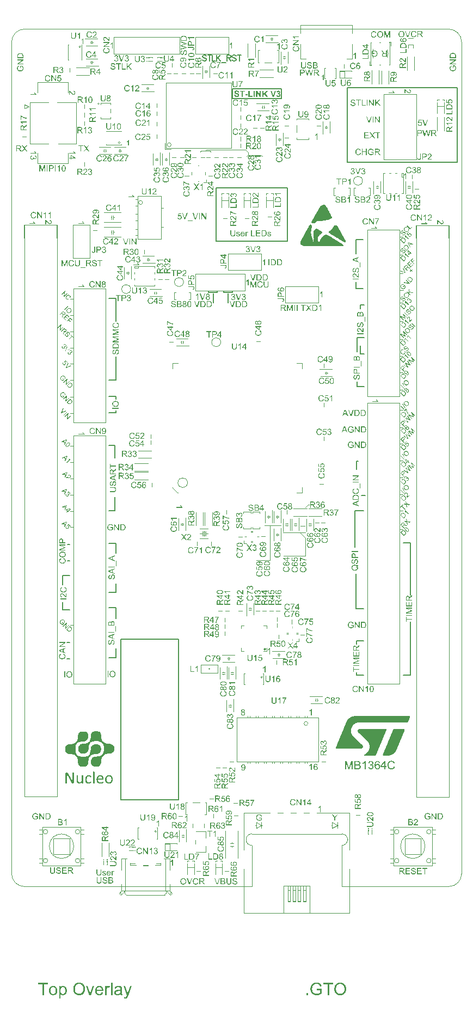
<source format=gto>
G04 Layer_Color=16777215*
%FSLAX43Y43*%
%MOMM*%
G71*
G01*
G75*
%ADD67C,0.120*%
%ADD74C,0.127*%
%ADD83C,0.100*%
%ADD84C,0.100*%
%ADD104C,0.254*%
%ADD105C,0.080*%
%ADD106C,0.076*%
%ADD107C,0.013*%
G36*
X64424Y103362D02*
X64426Y103360D01*
X64428Y103354D01*
X64432Y103347D01*
X64436Y103339D01*
X64442Y103329D01*
X64455Y103306D01*
X64471Y103278D01*
X64490Y103250D01*
X64512Y103221D01*
X64536Y103192D01*
X64537Y103191D01*
X64539Y103189D01*
X64543Y103185D01*
X64547Y103179D01*
X64561Y103167D01*
X64577Y103150D01*
X64597Y103134D01*
X64619Y103116D01*
X64641Y103100D01*
X64665Y103087D01*
Y103010D01*
X63701D01*
Y103128D01*
X64451D01*
X64450Y103129D01*
X64444Y103136D01*
X64436Y103145D01*
X64426Y103159D01*
X64414Y103174D01*
X64400Y103193D01*
X64385Y103215D01*
X64369Y103240D01*
Y103242D01*
X64368Y103243D01*
X64363Y103252D01*
X64356Y103265D01*
X64347Y103282D01*
X64338Y103301D01*
X64328Y103322D01*
X64318Y103343D01*
X64310Y103364D01*
X64424D01*
Y103362D01*
D02*
G37*
G36*
X66252Y103636D02*
X66265Y103635D01*
X66279Y103632D01*
X66293Y103629D01*
X66308Y103624D01*
X66309D01*
X66311Y103622D01*
X66319Y103619D01*
X66331Y103614D01*
X66348Y103606D01*
X66367Y103594D01*
X66390Y103581D01*
X66412Y103565D01*
X66435Y103546D01*
X66437D01*
X66438Y103543D01*
X66447Y103536D01*
X66459Y103524D01*
X66477Y103506D01*
X66498Y103485D01*
X66523Y103459D01*
X66551Y103427D01*
X66580Y103392D01*
X66581Y103391D01*
X66585Y103385D01*
X66592Y103377D01*
X66600Y103367D01*
X66612Y103355D01*
X66624Y103339D01*
X66638Y103324D01*
X66653Y103306D01*
X66686Y103271D01*
X66720Y103237D01*
X66736Y103220D01*
X66753Y103205D01*
X66768Y103191D01*
X66784Y103180D01*
X66785D01*
X66786Y103177D01*
X66790Y103174D01*
X66796Y103172D01*
X66811Y103162D01*
X66829Y103151D01*
X66851Y103141D01*
X66875Y103131D01*
X66901Y103126D01*
X66926Y103123D01*
X66929D01*
X66937Y103124D01*
X66951Y103126D01*
X66967Y103130D01*
X66986Y103135D01*
X67005Y103145D01*
X67025Y103158D01*
X67044Y103174D01*
X67047Y103177D01*
X67053Y103184D01*
X67059Y103194D01*
X67069Y103209D01*
X67078Y103228D01*
X67086Y103251D01*
X67091Y103277D01*
X67093Y103306D01*
Y103307D01*
Y103310D01*
Y103314D01*
X67091Y103320D01*
X67090Y103337D01*
X67086Y103356D01*
X67080Y103377D01*
X67071Y103400D01*
X67058Y103423D01*
X67041Y103443D01*
X67039Y103446D01*
X67032Y103452D01*
X67021Y103460D01*
X67004Y103468D01*
X66985Y103478D01*
X66960Y103486D01*
X66932Y103492D01*
X66900Y103495D01*
X66912Y103615D01*
X66914D01*
X66918Y103614D01*
X66925D01*
X66935Y103613D01*
X66946Y103610D01*
X66958Y103607D01*
X66974Y103603D01*
X66989Y103599D01*
X67022Y103588D01*
X67055Y103571D01*
X67072Y103561D01*
X67089Y103549D01*
X67104Y103536D01*
X67118Y103522D01*
X67119Y103521D01*
X67121Y103518D01*
X67125Y103514D01*
X67129Y103507D01*
X67134Y103499D01*
X67140Y103489D01*
X67147Y103478D01*
X67154Y103464D01*
X67161Y103449D01*
X67168Y103432D01*
X67173Y103414D01*
X67179Y103395D01*
X67183Y103374D01*
X67187Y103352D01*
X67188Y103328D01*
X67190Y103303D01*
Y103302D01*
Y103298D01*
Y103289D01*
X67188Y103280D01*
X67187Y103269D01*
X67186Y103255D01*
X67183Y103239D01*
X67180Y103224D01*
X67170Y103188D01*
X67157Y103152D01*
X67148Y103134D01*
X67139Y103116D01*
X67126Y103099D01*
X67112Y103084D01*
X67111Y103083D01*
X67109Y103080D01*
X67104Y103077D01*
X67098Y103072D01*
X67091Y103065D01*
X67082Y103058D01*
X67072Y103051D01*
X67059Y103043D01*
X67033Y103029D01*
X67000Y103015D01*
X66983Y103009D01*
X66964Y103006D01*
X66944Y103004D01*
X66924Y103002D01*
X66914D01*
X66903Y103004D01*
X66888Y103005D01*
X66871Y103008D01*
X66851Y103013D01*
X66831Y103019D01*
X66810Y103027D01*
X66807Y103029D01*
X66800Y103031D01*
X66789Y103037D01*
X66774Y103045D01*
X66757Y103056D01*
X66736Y103070D01*
X66716Y103087D01*
X66692Y103106D01*
X66689Y103109D01*
X66681Y103116D01*
X66674Y103123D01*
X66667Y103130D01*
X66659Y103138D01*
X66648Y103149D01*
X66637Y103160D01*
X66624Y103174D01*
X66610Y103188D01*
X66595Y103205D01*
X66580Y103223D01*
X66562Y103242D01*
X66544Y103264D01*
X66524Y103287D01*
X66523Y103288D01*
X66520Y103291D01*
X66516Y103296D01*
X66510Y103303D01*
X66502Y103312D01*
X66494Y103321D01*
X66476Y103343D01*
X66455Y103367D01*
X66434Y103389D01*
X66416Y103409D01*
X66409Y103417D01*
X66402Y103424D01*
X66401Y103425D01*
X66397Y103429D01*
X66391Y103435D01*
X66383Y103442D01*
X66373Y103449D01*
X66363Y103457D01*
X66340Y103474D01*
Y103001D01*
X66226D01*
Y103637D01*
X66241D01*
X66252Y103636D01*
D02*
G37*
G36*
X50335Y10681D02*
Y10275D01*
X50208D01*
Y10681D01*
X49837Y11235D01*
X49991D01*
X50180Y10943D01*
Y10942D01*
X50183Y10939D01*
X50185Y10935D01*
X50188Y10929D01*
X50194Y10923D01*
X50199Y10914D01*
X50212Y10893D01*
X50227Y10868D01*
X50244Y10841D01*
X50262Y10812D01*
X50278Y10781D01*
Y10782D01*
X50280Y10785D01*
X50282Y10789D01*
X50287Y10795D01*
X50291Y10802D01*
X50296Y10810D01*
X50309Y10831D01*
X50324Y10856D01*
X50342Y10885D01*
X50363Y10917D01*
X50385Y10952D01*
X50569Y11235D01*
X50718D01*
X50335Y10681D01*
D02*
G37*
G36*
X25079Y3225D02*
X24961D01*
Y3975D01*
X24959Y3974D01*
X24952Y3968D01*
X24944Y3960D01*
X24930Y3950D01*
X24915Y3938D01*
X24896Y3924D01*
X24873Y3909D01*
X24848Y3893D01*
X24847D01*
X24846Y3892D01*
X24837Y3887D01*
X24823Y3880D01*
X24807Y3871D01*
X24787Y3862D01*
X24767Y3852D01*
X24746Y3842D01*
X24725Y3834D01*
Y3948D01*
X24726D01*
X24729Y3950D01*
X24735Y3952D01*
X24742Y3956D01*
X24750Y3960D01*
X24760Y3966D01*
X24783Y3979D01*
X24811Y3995D01*
X24839Y4014D01*
X24868Y4036D01*
X24897Y4060D01*
X24898Y4061D01*
X24900Y4063D01*
X24904Y4067D01*
X24909Y4071D01*
X24922Y4085D01*
X24939Y4101D01*
X24955Y4121D01*
X24973Y4143D01*
X24989Y4165D01*
X25002Y4189D01*
X25079D01*
Y3225D01*
D02*
G37*
G36*
X3464Y103387D02*
X3466Y103385D01*
X3468Y103379D01*
X3472Y103372D01*
X3476Y103364D01*
X3482Y103354D01*
X3495Y103331D01*
X3511Y103303D01*
X3530Y103275D01*
X3552Y103246D01*
X3576Y103217D01*
X3577Y103216D01*
X3579Y103214D01*
X3583Y103210D01*
X3587Y103204D01*
X3601Y103192D01*
X3617Y103175D01*
X3637Y103159D01*
X3659Y103141D01*
X3681Y103125D01*
X3705Y103112D01*
Y103035D01*
X2741D01*
Y103153D01*
X3491D01*
X3490Y103154D01*
X3484Y103161D01*
X3476Y103170D01*
X3466Y103184D01*
X3454Y103199D01*
X3440Y103218D01*
X3425Y103240D01*
X3409Y103265D01*
Y103267D01*
X3408Y103268D01*
X3403Y103277D01*
X3396Y103290D01*
X3387Y103307D01*
X3378Y103326D01*
X3368Y103347D01*
X3358Y103368D01*
X3350Y103389D01*
X3464D01*
Y103387D01*
D02*
G37*
G36*
X11123Y70649D02*
X11125Y70646D01*
X11127Y70640D01*
X11131Y70633D01*
X11135Y70625D01*
X11141Y70615D01*
X11154Y70592D01*
X11170Y70564D01*
X11189Y70536D01*
X11211Y70507D01*
X11235Y70478D01*
X11236Y70477D01*
X11238Y70475D01*
X11242Y70471D01*
X11246Y70466D01*
X11260Y70453D01*
X11276Y70436D01*
X11296Y70420D01*
X11318Y70402D01*
X11340Y70386D01*
X11364Y70373D01*
Y70296D01*
X10400D01*
Y70414D01*
X11150D01*
X11149Y70416D01*
X11143Y70423D01*
X11135Y70431D01*
X11125Y70445D01*
X11113Y70460D01*
X11099Y70479D01*
X11084Y70502D01*
X11068Y70527D01*
Y70528D01*
X11067Y70529D01*
X11062Y70538D01*
X11055Y70552D01*
X11046Y70568D01*
X11037Y70588D01*
X11027Y70608D01*
X11017Y70629D01*
X11009Y70650D01*
X11123D01*
Y70649D01*
D02*
G37*
G36*
X11098Y93574D02*
X11100Y93571D01*
X11102Y93565D01*
X11106Y93558D01*
X11110Y93550D01*
X11116Y93540D01*
X11129Y93517D01*
X11145Y93489D01*
X11164Y93461D01*
X11186Y93432D01*
X11210Y93403D01*
X11211Y93402D01*
X11213Y93400D01*
X11217Y93396D01*
X11221Y93391D01*
X11235Y93378D01*
X11251Y93361D01*
X11271Y93345D01*
X11293Y93327D01*
X11315Y93312D01*
X11339Y93298D01*
Y93221D01*
X10375D01*
Y93339D01*
X11125D01*
X11124Y93341D01*
X11118Y93348D01*
X11110Y93356D01*
X11100Y93370D01*
X11088Y93385D01*
X11074Y93404D01*
X11059Y93427D01*
X11043Y93452D01*
Y93453D01*
X11042Y93454D01*
X11037Y93463D01*
X11030Y93477D01*
X11021Y93493D01*
X11012Y93513D01*
X11002Y93533D01*
X10992Y93554D01*
X10984Y93575D01*
X11098D01*
Y93574D01*
D02*
G37*
G36*
X5292Y103661D02*
X5305Y103660D01*
X5319Y103657D01*
X5333Y103654D01*
X5348Y103649D01*
X5349D01*
X5351Y103647D01*
X5359Y103644D01*
X5371Y103639D01*
X5388Y103631D01*
X5407Y103619D01*
X5430Y103606D01*
X5452Y103590D01*
X5475Y103571D01*
X5477D01*
X5478Y103568D01*
X5487Y103561D01*
X5499Y103549D01*
X5517Y103531D01*
X5538Y103510D01*
X5563Y103484D01*
X5591Y103452D01*
X5620Y103417D01*
X5621Y103416D01*
X5625Y103410D01*
X5632Y103402D01*
X5640Y103392D01*
X5652Y103380D01*
X5664Y103364D01*
X5678Y103349D01*
X5693Y103331D01*
X5726Y103296D01*
X5760Y103262D01*
X5776Y103245D01*
X5793Y103230D01*
X5808Y103216D01*
X5824Y103205D01*
X5825D01*
X5826Y103202D01*
X5830Y103199D01*
X5836Y103197D01*
X5851Y103187D01*
X5869Y103176D01*
X5891Y103166D01*
X5915Y103156D01*
X5941Y103151D01*
X5966Y103148D01*
X5969D01*
X5977Y103149D01*
X5991Y103151D01*
X6007Y103155D01*
X6026Y103160D01*
X6045Y103170D01*
X6065Y103183D01*
X6084Y103199D01*
X6087Y103202D01*
X6093Y103209D01*
X6099Y103219D01*
X6109Y103234D01*
X6118Y103253D01*
X6126Y103276D01*
X6131Y103302D01*
X6133Y103331D01*
Y103332D01*
Y103335D01*
Y103339D01*
X6131Y103345D01*
X6130Y103362D01*
X6126Y103381D01*
X6120Y103402D01*
X6111Y103425D01*
X6098Y103448D01*
X6081Y103468D01*
X6079Y103471D01*
X6072Y103477D01*
X6061Y103485D01*
X6044Y103493D01*
X6025Y103503D01*
X6000Y103511D01*
X5972Y103517D01*
X5940Y103520D01*
X5952Y103640D01*
X5954D01*
X5958Y103639D01*
X5965D01*
X5975Y103638D01*
X5986Y103635D01*
X5998Y103632D01*
X6014Y103628D01*
X6029Y103624D01*
X6062Y103613D01*
X6095Y103596D01*
X6112Y103586D01*
X6129Y103574D01*
X6144Y103561D01*
X6158Y103547D01*
X6159Y103546D01*
X6161Y103543D01*
X6165Y103539D01*
X6169Y103532D01*
X6174Y103524D01*
X6180Y103514D01*
X6187Y103503D01*
X6194Y103489D01*
X6201Y103474D01*
X6208Y103457D01*
X6213Y103439D01*
X6219Y103420D01*
X6223Y103399D01*
X6227Y103377D01*
X6228Y103353D01*
X6230Y103328D01*
Y103327D01*
Y103323D01*
Y103314D01*
X6228Y103305D01*
X6227Y103294D01*
X6226Y103280D01*
X6223Y103264D01*
X6220Y103249D01*
X6210Y103213D01*
X6197Y103177D01*
X6188Y103159D01*
X6179Y103141D01*
X6166Y103124D01*
X6152Y103109D01*
X6151Y103108D01*
X6149Y103105D01*
X6144Y103102D01*
X6138Y103097D01*
X6131Y103090D01*
X6122Y103083D01*
X6112Y103076D01*
X6099Y103068D01*
X6073Y103054D01*
X6040Y103040D01*
X6023Y103034D01*
X6004Y103031D01*
X5984Y103029D01*
X5964Y103027D01*
X5954D01*
X5943Y103029D01*
X5928Y103030D01*
X5911Y103033D01*
X5891Y103038D01*
X5871Y103044D01*
X5850Y103052D01*
X5847Y103054D01*
X5840Y103056D01*
X5829Y103062D01*
X5814Y103070D01*
X5797Y103081D01*
X5776Y103095D01*
X5756Y103112D01*
X5732Y103131D01*
X5729Y103134D01*
X5721Y103141D01*
X5714Y103148D01*
X5707Y103155D01*
X5699Y103163D01*
X5688Y103174D01*
X5677Y103185D01*
X5664Y103199D01*
X5650Y103213D01*
X5635Y103230D01*
X5620Y103248D01*
X5602Y103267D01*
X5584Y103289D01*
X5564Y103312D01*
X5563Y103313D01*
X5560Y103316D01*
X5556Y103321D01*
X5550Y103328D01*
X5542Y103337D01*
X5534Y103346D01*
X5516Y103368D01*
X5495Y103392D01*
X5474Y103414D01*
X5456Y103434D01*
X5449Y103442D01*
X5442Y103449D01*
X5441Y103450D01*
X5437Y103454D01*
X5431Y103460D01*
X5423Y103467D01*
X5413Y103474D01*
X5403Y103482D01*
X5380Y103499D01*
Y103026D01*
X5266D01*
Y103662D01*
X5281D01*
X5292Y103661D01*
D02*
G37*
G36*
X56848Y75699D02*
X56850Y75696D01*
X56852Y75690D01*
X56856Y75683D01*
X56860Y75675D01*
X56866Y75665D01*
X56879Y75642D01*
X56895Y75614D01*
X56914Y75586D01*
X56936Y75557D01*
X56960Y75528D01*
X56961Y75527D01*
X56963Y75525D01*
X56967Y75521D01*
X56971Y75516D01*
X56985Y75503D01*
X57001Y75486D01*
X57021Y75470D01*
X57043Y75452D01*
X57065Y75437D01*
X57089Y75423D01*
Y75346D01*
X56125D01*
Y75464D01*
X56875D01*
X56874Y75466D01*
X56868Y75473D01*
X56860Y75481D01*
X56850Y75495D01*
X56838Y75510D01*
X56824Y75529D01*
X56809Y75552D01*
X56793Y75577D01*
Y75578D01*
X56792Y75579D01*
X56787Y75588D01*
X56780Y75602D01*
X56771Y75618D01*
X56762Y75638D01*
X56752Y75658D01*
X56742Y75679D01*
X56734Y75700D01*
X56848D01*
Y75699D01*
D02*
G37*
G36*
X38545Y11225D02*
X38556D01*
X38582Y11222D01*
X38611Y11218D01*
X38642Y11211D01*
X38675Y11203D01*
X38707Y11192D01*
X38708D01*
X38711Y11190D01*
X38715Y11189D01*
X38721Y11186D01*
X38736Y11178D01*
X38756Y11168D01*
X38776Y11154D01*
X38799Y11137D01*
X38819Y11119D01*
X38839Y11097D01*
X38842Y11094D01*
X38847Y11086D01*
X38855Y11074D01*
X38867Y11056D01*
X38878Y11033D01*
X38890Y11006D01*
X38903Y10975D01*
X38912Y10941D01*
X38797Y10910D01*
Y10911D01*
X38796Y10913D01*
X38794Y10917D01*
X38793Y10922D01*
X38789Y10935D01*
X38783Y10952D01*
X38775Y10971D01*
X38765Y10989D01*
X38756Y11008D01*
X38743Y11025D01*
X38742Y11026D01*
X38738Y11032D01*
X38729Y11039D01*
X38720Y11049D01*
X38707Y11060D01*
X38690Y11071D01*
X38672Y11082D01*
X38652Y11092D01*
X38649Y11093D01*
X38642Y11096D01*
X38629Y11100D01*
X38613Y11106D01*
X38593Y11110D01*
X38571Y11114D01*
X38546Y11117D01*
X38520Y11118D01*
X38505D01*
X38498Y11117D01*
X38489D01*
X38469Y11115D01*
X38445Y11111D01*
X38419Y11107D01*
X38394Y11100D01*
X38369Y11090D01*
X38366Y11089D01*
X38358Y11086D01*
X38346Y11079D01*
X38333Y11072D01*
X38316Y11061D01*
X38298Y11050D01*
X38281Y11036D01*
X38266Y11021D01*
X38265Y11020D01*
X38259Y11014D01*
X38252Y11004D01*
X38244Y10993D01*
X38234Y10979D01*
X38224Y10963D01*
X38215Y10945D01*
X38205Y10925D01*
Y10924D01*
X38204Y10921D01*
X38202Y10917D01*
X38199Y10910D01*
X38197Y10902D01*
X38194Y10892D01*
X38190Y10881D01*
X38187Y10868D01*
X38180Y10839D01*
X38175Y10806D01*
X38170Y10771D01*
X38169Y10732D01*
Y10731D01*
Y10727D01*
Y10720D01*
X38170Y10712D01*
Y10701D01*
X38172Y10687D01*
X38173Y10673D01*
X38175Y10658D01*
X38180Y10623D01*
X38187Y10587D01*
X38198Y10551D01*
X38212Y10516D01*
Y10515D01*
X38215Y10512D01*
X38216Y10508D01*
X38220Y10502D01*
X38230Y10487D01*
X38245Y10468D01*
X38263Y10447D01*
X38285Y10426D01*
X38312Y10407D01*
X38341Y10389D01*
X38342D01*
X38345Y10387D01*
X38349Y10384D01*
X38356Y10382D01*
X38363Y10379D01*
X38373Y10376D01*
X38395Y10368D01*
X38423Y10361D01*
X38453Y10354D01*
X38487Y10348D01*
X38521Y10347D01*
X38535D01*
X38543Y10348D01*
X38552D01*
X38573Y10351D01*
X38597Y10354D01*
X38624Y10359D01*
X38653Y10368D01*
X38682Y10377D01*
X38683D01*
X38686Y10379D01*
X38689Y10380D01*
X38695Y10383D01*
X38710Y10390D01*
X38726Y10398D01*
X38746Y10408D01*
X38767Y10419D01*
X38786Y10432D01*
X38803Y10445D01*
Y10626D01*
X38520D01*
Y10739D01*
X38928D01*
Y10383D01*
X38926Y10382D01*
X38923Y10380D01*
X38918Y10376D01*
X38911Y10371D01*
X38903Y10365D01*
X38893Y10358D01*
X38880Y10350D01*
X38868Y10341D01*
X38839Y10323D01*
X38806Y10304D01*
X38771Y10286D01*
X38733Y10271D01*
X38732D01*
X38729Y10269D01*
X38724Y10268D01*
X38717Y10265D01*
X38707Y10262D01*
X38696Y10258D01*
X38683Y10255D01*
X38671Y10253D01*
X38640Y10246D01*
X38606Y10239D01*
X38568Y10235D01*
X38530Y10233D01*
X38516D01*
X38506Y10235D01*
X38493D01*
X38478Y10236D01*
X38462Y10239D01*
X38444Y10240D01*
X38403Y10248D01*
X38360Y10258D01*
X38316Y10273D01*
X38294Y10282D01*
X38272Y10293D01*
X38270Y10294D01*
X38266Y10296D01*
X38260Y10300D01*
X38252Y10304D01*
X38242Y10311D01*
X38233Y10318D01*
X38206Y10337D01*
X38179Y10362D01*
X38150Y10393D01*
X38122Y10427D01*
X38097Y10468D01*
Y10469D01*
X38094Y10473D01*
X38091Y10479D01*
X38087Y10488D01*
X38083Y10498D01*
X38079Y10512D01*
X38073Y10526D01*
X38068Y10542D01*
X38062Y10561D01*
X38057Y10581D01*
X38052Y10602D01*
X38048Y10624D01*
X38041Y10673D01*
X38039Y10724D01*
Y10726D01*
Y10731D01*
Y10738D01*
X38040Y10748D01*
Y10760D01*
X38041Y10775D01*
X38044Y10791D01*
X38046Y10809D01*
X38050Y10828D01*
X38052Y10849D01*
X38064Y10893D01*
X38077Y10939D01*
X38097Y10985D01*
X38098Y10986D01*
X38100Y10990D01*
X38102Y10996D01*
X38108Y11004D01*
X38113Y11015D01*
X38120Y11026D01*
X38140Y11053D01*
X38163Y11083D01*
X38193Y11112D01*
X38226Y11142D01*
X38245Y11154D01*
X38265Y11167D01*
X38266Y11168D01*
X38270Y11169D01*
X38276Y11172D01*
X38284Y11176D01*
X38295Y11180D01*
X38308Y11186D01*
X38322Y11192D01*
X38338Y11197D01*
X38356Y11203D01*
X38376Y11207D01*
X38396Y11212D01*
X38419Y11217D01*
X38467Y11223D01*
X38492Y11226D01*
X38536D01*
X38545Y11225D01*
D02*
G37*
G36*
X36854Y93475D02*
X36736D01*
Y94225D01*
X36734Y94224D01*
X36727Y94218D01*
X36719Y94210D01*
X36705Y94200D01*
X36690Y94188D01*
X36671Y94174D01*
X36648Y94159D01*
X36623Y94143D01*
X36622D01*
X36621Y94142D01*
X36612Y94137D01*
X36598Y94130D01*
X36582Y94121D01*
X36562Y94112D01*
X36542Y94102D01*
X36521Y94092D01*
X36500Y94084D01*
Y94198D01*
X36501D01*
X36504Y94200D01*
X36510Y94202D01*
X36517Y94206D01*
X36525Y94210D01*
X36535Y94216D01*
X36558Y94229D01*
X36586Y94245D01*
X36614Y94264D01*
X36643Y94286D01*
X36672Y94310D01*
X36673Y94311D01*
X36675Y94313D01*
X36679Y94317D01*
X36684Y94321D01*
X36697Y94335D01*
X36714Y94351D01*
X36730Y94371D01*
X36748Y94393D01*
X36764Y94415D01*
X36777Y94439D01*
X36854D01*
Y93475D01*
D02*
G37*
G36*
X39404Y96600D02*
X39286D01*
Y97350D01*
X39284Y97349D01*
X39277Y97343D01*
X39269Y97335D01*
X39255Y97325D01*
X39240Y97313D01*
X39221Y97299D01*
X39198Y97284D01*
X39173Y97268D01*
X39172D01*
X39171Y97267D01*
X39162Y97262D01*
X39148Y97255D01*
X39132Y97246D01*
X39112Y97237D01*
X39092Y97227D01*
X39071Y97217D01*
X39050Y97209D01*
Y97323D01*
X39051D01*
X39054Y97325D01*
X39060Y97327D01*
X39067Y97331D01*
X39075Y97335D01*
X39085Y97341D01*
X39108Y97354D01*
X39136Y97370D01*
X39164Y97389D01*
X39193Y97411D01*
X39222Y97435D01*
X39223Y97436D01*
X39225Y97438D01*
X39229Y97442D01*
X39234Y97446D01*
X39247Y97460D01*
X39264Y97476D01*
X39280Y97496D01*
X39298Y97518D01*
X39313Y97540D01*
X39327Y97564D01*
X39404D01*
Y96600D01*
D02*
G37*
G36*
X11181Y131050D02*
X11079D01*
Y131700D01*
X11078Y131699D01*
X11072Y131694D01*
X11065Y131687D01*
X11053Y131678D01*
X11040Y131668D01*
X11023Y131656D01*
X11004Y131642D01*
X10982Y131629D01*
X10981D01*
X10980Y131628D01*
X10972Y131623D01*
X10960Y131617D01*
X10946Y131610D01*
X10929Y131601D01*
X10911Y131593D01*
X10893Y131585D01*
X10875Y131577D01*
Y131676D01*
X10876D01*
X10879Y131678D01*
X10883Y131680D01*
X10889Y131683D01*
X10897Y131687D01*
X10905Y131692D01*
X10925Y131704D01*
X10949Y131717D01*
X10974Y131734D01*
X10999Y131753D01*
X11024Y131773D01*
X11025Y131774D01*
X11026Y131776D01*
X11030Y131779D01*
X11035Y131783D01*
X11046Y131795D01*
X11060Y131809D01*
X11074Y131826D01*
X11090Y131845D01*
X11103Y131865D01*
X11115Y131885D01*
X11181D01*
Y131050D01*
D02*
G37*
G36*
X48329Y91600D02*
X48211D01*
Y92350D01*
X48209Y92349D01*
X48202Y92343D01*
X48194Y92335D01*
X48180Y92325D01*
X48165Y92313D01*
X48146Y92299D01*
X48123Y92284D01*
X48098Y92268D01*
X48097D01*
X48096Y92267D01*
X48087Y92262D01*
X48073Y92255D01*
X48057Y92246D01*
X48037Y92237D01*
X48017Y92227D01*
X47996Y92217D01*
X47975Y92209D01*
Y92323D01*
X47976D01*
X47979Y92325D01*
X47985Y92327D01*
X47992Y92331D01*
X48000Y92335D01*
X48010Y92341D01*
X48033Y92354D01*
X48061Y92370D01*
X48089Y92389D01*
X48118Y92411D01*
X48147Y92435D01*
X48148Y92436D01*
X48150Y92438D01*
X48154Y92442D01*
X48159Y92446D01*
X48172Y92460D01*
X48189Y92476D01*
X48205Y92496D01*
X48223Y92518D01*
X48238Y92540D01*
X48252Y92564D01*
X48329D01*
Y91600D01*
D02*
G37*
G36*
X11114Y103402D02*
X11116Y103400D01*
X11118Y103394D01*
X11122Y103387D01*
X11126Y103379D01*
X11132Y103369D01*
X11145Y103346D01*
X11161Y103318D01*
X11180Y103290D01*
X11202Y103261D01*
X11226Y103232D01*
X11227Y103231D01*
X11229Y103229D01*
X11233Y103225D01*
X11237Y103219D01*
X11251Y103207D01*
X11267Y103190D01*
X11287Y103174D01*
X11309Y103156D01*
X11331Y103140D01*
X11355Y103127D01*
Y103050D01*
X10391D01*
Y103168D01*
X11141D01*
X11140Y103169D01*
X11134Y103176D01*
X11126Y103185D01*
X11116Y103199D01*
X11104Y103214D01*
X11090Y103233D01*
X11075Y103255D01*
X11059Y103280D01*
Y103282D01*
X11058Y103283D01*
X11053Y103292D01*
X11046Y103305D01*
X11037Y103322D01*
X11028Y103341D01*
X11018Y103362D01*
X11008Y103383D01*
X11000Y103404D01*
X11114D01*
Y103402D01*
D02*
G37*
G36*
X34279Y130300D02*
X34161D01*
Y131050D01*
X34159Y131049D01*
X34152Y131043D01*
X34144Y131035D01*
X34130Y131025D01*
X34115Y131013D01*
X34096Y130999D01*
X34073Y130984D01*
X34048Y130968D01*
X34047D01*
X34046Y130967D01*
X34037Y130962D01*
X34023Y130955D01*
X34007Y130946D01*
X33987Y130937D01*
X33967Y130927D01*
X33946Y130917D01*
X33925Y130909D01*
Y131023D01*
X33926D01*
X33929Y131025D01*
X33935Y131027D01*
X33942Y131031D01*
X33950Y131035D01*
X33960Y131041D01*
X33983Y131054D01*
X34011Y131070D01*
X34039Y131089D01*
X34068Y131111D01*
X34097Y131135D01*
X34098Y131136D01*
X34100Y131138D01*
X34104Y131142D01*
X34109Y131146D01*
X34122Y131160D01*
X34139Y131176D01*
X34155Y131196D01*
X34173Y131218D01*
X34188Y131240D01*
X34202Y131264D01*
X34279D01*
Y130300D01*
D02*
G37*
G36*
X48067Y11575D02*
X47949D01*
Y12325D01*
X47948Y12324D01*
X47941Y12318D01*
X47933Y12310D01*
X47919Y12300D01*
X47904Y12288D01*
X47884Y12274D01*
X47862Y12259D01*
X47837Y12243D01*
X47836D01*
X47834Y12242D01*
X47826Y12236D01*
X47812Y12229D01*
X47795Y12221D01*
X47776Y12211D01*
X47755Y12202D01*
X47734Y12192D01*
X47714Y12184D01*
Y12297D01*
X47715D01*
X47718Y12300D01*
X47723Y12302D01*
X47730Y12306D01*
X47739Y12310D01*
X47748Y12315D01*
X47772Y12329D01*
X47800Y12345D01*
X47827Y12364D01*
X47856Y12386D01*
X47886Y12410D01*
X47887Y12411D01*
X47888Y12413D01*
X47893Y12417D01*
X47898Y12421D01*
X47911Y12435D01*
X47927Y12451D01*
X47944Y12471D01*
X47962Y12493D01*
X47977Y12515D01*
X47991Y12539D01*
X48067D01*
Y11575D01*
D02*
G37*
G36*
X59369Y123707D02*
X59371Y123705D01*
X59373Y123699D01*
X59377Y123692D01*
X59381Y123684D01*
X59387Y123674D01*
X59400Y123651D01*
X59416Y123623D01*
X59435Y123595D01*
X59457Y123566D01*
X59481Y123537D01*
X59482Y123536D01*
X59484Y123534D01*
X59488Y123530D01*
X59492Y123524D01*
X59506Y123512D01*
X59522Y123495D01*
X59542Y123479D01*
X59564Y123461D01*
X59586Y123445D01*
X59610Y123432D01*
Y123355D01*
X58646D01*
Y123473D01*
X59396D01*
X59395Y123474D01*
X59389Y123481D01*
X59381Y123490D01*
X59371Y123504D01*
X59359Y123519D01*
X59345Y123538D01*
X59330Y123560D01*
X59314Y123585D01*
Y123587D01*
X59313Y123588D01*
X59308Y123597D01*
X59301Y123610D01*
X59292Y123627D01*
X59283Y123646D01*
X59273Y123667D01*
X59263Y123688D01*
X59255Y123709D01*
X59369D01*
Y123707D01*
D02*
G37*
G36*
X61172Y124006D02*
X61185Y124005D01*
X61199Y124002D01*
X61213Y123999D01*
X61228Y123994D01*
X61229D01*
X61231Y123992D01*
X61239Y123989D01*
X61251Y123984D01*
X61268Y123976D01*
X61287Y123964D01*
X61310Y123951D01*
X61332Y123935D01*
X61355Y123916D01*
X61357D01*
X61358Y123913D01*
X61367Y123906D01*
X61379Y123894D01*
X61397Y123876D01*
X61418Y123855D01*
X61443Y123829D01*
X61471Y123797D01*
X61500Y123762D01*
X61501Y123761D01*
X61505Y123755D01*
X61512Y123747D01*
X61520Y123737D01*
X61532Y123725D01*
X61544Y123709D01*
X61558Y123694D01*
X61573Y123676D01*
X61606Y123641D01*
X61640Y123607D01*
X61656Y123590D01*
X61673Y123575D01*
X61688Y123561D01*
X61704Y123550D01*
X61705D01*
X61706Y123547D01*
X61710Y123544D01*
X61716Y123542D01*
X61731Y123532D01*
X61749Y123521D01*
X61771Y123511D01*
X61795Y123501D01*
X61821Y123496D01*
X61846Y123493D01*
X61849D01*
X61857Y123494D01*
X61871Y123496D01*
X61887Y123500D01*
X61906Y123505D01*
X61925Y123515D01*
X61945Y123528D01*
X61964Y123544D01*
X61967Y123547D01*
X61973Y123554D01*
X61979Y123564D01*
X61989Y123579D01*
X61998Y123598D01*
X62006Y123621D01*
X62011Y123647D01*
X62013Y123676D01*
Y123677D01*
Y123680D01*
Y123684D01*
X62011Y123690D01*
X62010Y123707D01*
X62006Y123726D01*
X62000Y123747D01*
X61991Y123770D01*
X61978Y123793D01*
X61961Y123813D01*
X61959Y123816D01*
X61952Y123822D01*
X61941Y123830D01*
X61924Y123838D01*
X61905Y123848D01*
X61880Y123856D01*
X61852Y123862D01*
X61820Y123865D01*
X61832Y123985D01*
X61834D01*
X61838Y123984D01*
X61845D01*
X61855Y123983D01*
X61866Y123980D01*
X61878Y123977D01*
X61894Y123973D01*
X61909Y123969D01*
X61942Y123958D01*
X61975Y123941D01*
X61992Y123931D01*
X62009Y123919D01*
X62024Y123906D01*
X62038Y123892D01*
X62039Y123891D01*
X62041Y123888D01*
X62045Y123884D01*
X62049Y123877D01*
X62054Y123869D01*
X62060Y123859D01*
X62067Y123848D01*
X62074Y123834D01*
X62081Y123819D01*
X62088Y123802D01*
X62093Y123784D01*
X62099Y123765D01*
X62103Y123744D01*
X62107Y123722D01*
X62108Y123698D01*
X62110Y123673D01*
Y123672D01*
Y123668D01*
Y123659D01*
X62108Y123650D01*
X62107Y123639D01*
X62106Y123625D01*
X62103Y123609D01*
X62100Y123594D01*
X62090Y123558D01*
X62077Y123522D01*
X62068Y123504D01*
X62059Y123486D01*
X62046Y123469D01*
X62032Y123454D01*
X62031Y123453D01*
X62029Y123450D01*
X62024Y123447D01*
X62018Y123442D01*
X62011Y123435D01*
X62002Y123428D01*
X61992Y123421D01*
X61979Y123413D01*
X61953Y123399D01*
X61920Y123385D01*
X61903Y123379D01*
X61884Y123376D01*
X61864Y123374D01*
X61844Y123372D01*
X61834D01*
X61823Y123374D01*
X61808Y123375D01*
X61791Y123378D01*
X61771Y123383D01*
X61751Y123389D01*
X61730Y123397D01*
X61727Y123399D01*
X61720Y123401D01*
X61709Y123407D01*
X61694Y123415D01*
X61677Y123426D01*
X61656Y123440D01*
X61636Y123457D01*
X61612Y123476D01*
X61609Y123479D01*
X61601Y123486D01*
X61594Y123493D01*
X61587Y123500D01*
X61579Y123508D01*
X61568Y123519D01*
X61557Y123530D01*
X61544Y123544D01*
X61530Y123558D01*
X61515Y123575D01*
X61500Y123593D01*
X61482Y123612D01*
X61464Y123634D01*
X61444Y123657D01*
X61443Y123658D01*
X61440Y123661D01*
X61436Y123666D01*
X61430Y123673D01*
X61422Y123682D01*
X61414Y123691D01*
X61396Y123713D01*
X61375Y123737D01*
X61354Y123759D01*
X61336Y123779D01*
X61329Y123787D01*
X61322Y123794D01*
X61321Y123795D01*
X61317Y123799D01*
X61311Y123805D01*
X61303Y123812D01*
X61293Y123819D01*
X61283Y123827D01*
X61260Y123844D01*
Y123371D01*
X61146D01*
Y124007D01*
X61161D01*
X61172Y124006D01*
D02*
G37*
G36*
X56623Y102649D02*
X56625Y102646D01*
X56627Y102640D01*
X56631Y102633D01*
X56635Y102625D01*
X56641Y102615D01*
X56654Y102592D01*
X56670Y102564D01*
X56689Y102536D01*
X56711Y102507D01*
X56735Y102478D01*
X56736Y102477D01*
X56738Y102475D01*
X56742Y102471D01*
X56746Y102466D01*
X56760Y102453D01*
X56776Y102436D01*
X56796Y102420D01*
X56818Y102402D01*
X56840Y102386D01*
X56864Y102373D01*
Y102296D01*
X55900D01*
Y102414D01*
X56650D01*
X56649Y102416D01*
X56643Y102423D01*
X56635Y102431D01*
X56625Y102445D01*
X56613Y102460D01*
X56599Y102479D01*
X56584Y102502D01*
X56568Y102527D01*
Y102528D01*
X56567Y102529D01*
X56562Y102538D01*
X56555Y102552D01*
X56546Y102568D01*
X56537Y102588D01*
X56527Y102608D01*
X56517Y102629D01*
X56509Y102650D01*
X56623D01*
Y102649D01*
D02*
G37*
G36*
X16697Y-15446D02*
X16739Y-15448D01*
X16786Y-15454D01*
X16833Y-15462D01*
X16881Y-15473D01*
X16925Y-15487D01*
X16930Y-15490D01*
X16944Y-15496D01*
X16964Y-15504D01*
X16989Y-15515D01*
X17017Y-15532D01*
X17044Y-15548D01*
X17069Y-15571D01*
X17092Y-15593D01*
X17094Y-15595D01*
X17100Y-15604D01*
X17108Y-15618D01*
X17119Y-15634D01*
X17133Y-15659D01*
X17144Y-15684D01*
X17155Y-15715D01*
X17164Y-15751D01*
Y-15754D01*
X17166Y-15762D01*
X17169Y-15779D01*
X17172Y-15801D01*
Y-15831D01*
X17175Y-15868D01*
X17178Y-15915D01*
Y-15968D01*
Y-16284D01*
Y-16287D01*
Y-16298D01*
Y-16315D01*
Y-16337D01*
Y-16362D01*
Y-16392D01*
X17180Y-16459D01*
Y-16528D01*
X17183Y-16598D01*
X17186Y-16628D01*
Y-16656D01*
X17189Y-16681D01*
X17191Y-16700D01*
Y-16703D01*
X17194Y-16714D01*
X17197Y-16731D01*
X17205Y-16753D01*
X17211Y-16778D01*
X17222Y-16806D01*
X17236Y-16836D01*
X17250Y-16867D01*
X17003D01*
X17000Y-16864D01*
X16997Y-16853D01*
X16992Y-16839D01*
X16983Y-16817D01*
X16975Y-16792D01*
X16969Y-16762D01*
X16964Y-16728D01*
X16958Y-16692D01*
X16955D01*
X16953Y-16698D01*
X16936Y-16712D01*
X16911Y-16731D01*
X16878Y-16756D01*
X16836Y-16781D01*
X16794Y-16809D01*
X16750Y-16834D01*
X16703Y-16853D01*
X16697Y-16856D01*
X16681Y-16859D01*
X16656Y-16867D01*
X16625Y-16875D01*
X16586Y-16884D01*
X16542Y-16889D01*
X16492Y-16895D01*
X16442Y-16898D01*
X16420D01*
X16403Y-16895D01*
X16384D01*
X16361Y-16892D01*
X16311Y-16884D01*
X16256Y-16870D01*
X16195Y-16850D01*
X16139Y-16823D01*
X16089Y-16786D01*
X16084Y-16781D01*
X16070Y-16767D01*
X16050Y-16742D01*
X16028Y-16709D01*
X16006Y-16667D01*
X15987Y-16620D01*
X15973Y-16562D01*
X15970Y-16534D01*
X15967Y-16501D01*
Y-16495D01*
Y-16484D01*
X15970Y-16464D01*
X15973Y-16439D01*
X15978Y-16409D01*
X15987Y-16378D01*
X15998Y-16345D01*
X16012Y-16315D01*
X16014Y-16312D01*
X16020Y-16301D01*
X16031Y-16284D01*
X16045Y-16265D01*
X16062Y-16242D01*
X16084Y-16220D01*
X16106Y-16198D01*
X16134Y-16178D01*
X16136Y-16176D01*
X16148Y-16170D01*
X16161Y-16159D01*
X16184Y-16148D01*
X16209Y-16137D01*
X16239Y-16123D01*
X16270Y-16112D01*
X16306Y-16101D01*
X16309D01*
X16320Y-16098D01*
X16336Y-16092D01*
X16359Y-16090D01*
X16386Y-16084D01*
X16422Y-16079D01*
X16464Y-16070D01*
X16514Y-16065D01*
X16517D01*
X16528Y-16062D01*
X16542D01*
X16561Y-16059D01*
X16583Y-16056D01*
X16611Y-16051D01*
X16642Y-16048D01*
X16675Y-16042D01*
X16742Y-16029D01*
X16814Y-16015D01*
X16878Y-15998D01*
X16908Y-15990D01*
X16936Y-15981D01*
Y-15979D01*
Y-15973D01*
X16939Y-15956D01*
Y-15937D01*
Y-15926D01*
Y-15920D01*
Y-15918D01*
Y-15915D01*
Y-15898D01*
X16936Y-15870D01*
X16930Y-15840D01*
X16922Y-15806D01*
X16908Y-15773D01*
X16892Y-15743D01*
X16869Y-15718D01*
X16867Y-15715D01*
X16853Y-15704D01*
X16831Y-15693D01*
X16803Y-15676D01*
X16764Y-15662D01*
X16719Y-15648D01*
X16664Y-15640D01*
X16600Y-15637D01*
X16572D01*
X16545Y-15640D01*
X16506Y-15645D01*
X16467Y-15651D01*
X16425Y-15662D01*
X16386Y-15676D01*
X16353Y-15695D01*
X16350Y-15698D01*
X16339Y-15707D01*
X16325Y-15720D01*
X16309Y-15743D01*
X16292Y-15770D01*
X16273Y-15806D01*
X16256Y-15851D01*
X16239Y-15901D01*
X16009Y-15870D01*
Y-15868D01*
X16012Y-15865D01*
Y-15856D01*
X16014Y-15845D01*
X16023Y-15820D01*
X16034Y-15784D01*
X16048Y-15748D01*
X16064Y-15709D01*
X16087Y-15670D01*
X16111Y-15634D01*
X16114Y-15632D01*
X16125Y-15620D01*
X16142Y-15604D01*
X16164Y-15582D01*
X16195Y-15559D01*
X16231Y-15537D01*
X16273Y-15512D01*
X16320Y-15493D01*
X16322D01*
X16325Y-15490D01*
X16334Y-15487D01*
X16345Y-15484D01*
X16372Y-15476D01*
X16411Y-15468D01*
X16456Y-15459D01*
X16511Y-15451D01*
X16570Y-15446D01*
X16636Y-15443D01*
X16667D01*
X16697Y-15446D01*
D02*
G37*
G36*
X15681Y-16867D02*
X15445D01*
Y-14946D01*
X15681D01*
Y-16867D01*
D02*
G37*
G36*
X12322D02*
X12097D01*
X11572Y-15473D01*
X11822D01*
X12122Y-16309D01*
Y-16312D01*
X12125Y-16315D01*
X12128Y-16323D01*
X12130Y-16331D01*
X12139Y-16359D01*
X12150Y-16395D01*
X12164Y-16437D01*
X12180Y-16484D01*
X12194Y-16537D01*
X12211Y-16589D01*
X12214Y-16584D01*
X12216Y-16570D01*
X12225Y-16548D01*
X12233Y-16514D01*
X12247Y-16478D01*
X12261Y-16431D01*
X12280Y-16381D01*
X12300Y-16326D01*
X12608Y-15473D01*
X12852D01*
X12322Y-16867D01*
D02*
G37*
G36*
X18152Y-16889D02*
Y-16892D01*
X18149Y-16900D01*
X18144Y-16911D01*
X18138Y-16925D01*
X18130Y-16945D01*
X18121Y-16967D01*
X18102Y-17014D01*
X18083Y-17067D01*
X18060Y-17120D01*
X18038Y-17167D01*
X18027Y-17186D01*
X18019Y-17206D01*
X18016Y-17211D01*
X18008Y-17225D01*
X17994Y-17245D01*
X17977Y-17270D01*
X17955Y-17297D01*
X17930Y-17325D01*
X17905Y-17353D01*
X17874Y-17375D01*
X17872Y-17378D01*
X17861Y-17383D01*
X17844Y-17392D01*
X17819Y-17403D01*
X17791Y-17414D01*
X17758Y-17422D01*
X17722Y-17428D01*
X17680Y-17431D01*
X17669D01*
X17655Y-17428D01*
X17636D01*
X17613Y-17422D01*
X17588Y-17417D01*
X17561Y-17411D01*
X17530Y-17400D01*
X17505Y-17181D01*
X17508D01*
X17519Y-17183D01*
X17533Y-17186D01*
X17550Y-17192D01*
X17594Y-17200D01*
X17638Y-17203D01*
X17652D01*
X17666Y-17200D01*
X17683D01*
X17724Y-17192D01*
X17744Y-17183D01*
X17763Y-17175D01*
X17766D01*
X17772Y-17170D01*
X17780Y-17164D01*
X17791Y-17156D01*
X17816Y-17134D01*
X17838Y-17103D01*
Y-17100D01*
X17844Y-17095D01*
X17849Y-17084D01*
X17855Y-17067D01*
X17866Y-17045D01*
X17877Y-17011D01*
X17894Y-16972D01*
X17910Y-16925D01*
Y-16923D01*
X17916Y-16911D01*
X17922Y-16892D01*
X17933Y-16867D01*
X17405Y-15473D01*
X17655D01*
X17947Y-16281D01*
Y-16284D01*
X17949Y-16287D01*
X17952Y-16295D01*
X17955Y-16309D01*
X17960Y-16323D01*
X17966Y-16340D01*
X17980Y-16378D01*
X17997Y-16426D01*
X18013Y-16481D01*
X18030Y-16539D01*
X18047Y-16603D01*
Y-16600D01*
X18049Y-16595D01*
X18052Y-16587D01*
X18055Y-16576D01*
X18058Y-16562D01*
X18063Y-16545D01*
X18074Y-16503D01*
X18088Y-16456D01*
X18108Y-16401D01*
X18124Y-16345D01*
X18146Y-16287D01*
X18446Y-15473D01*
X18682D01*
X18152Y-16889D01*
D02*
G37*
G36*
X5665Y-15174D02*
X5032D01*
Y-16867D01*
X4776D01*
Y-15174D01*
X4143D01*
Y-14946D01*
X5665D01*
Y-15174D01*
D02*
G37*
G36*
X10548Y-14915D02*
X10573D01*
X10598Y-14918D01*
X10631Y-14924D01*
X10665Y-14929D01*
X10737Y-14943D01*
X10820Y-14965D01*
X10901Y-14999D01*
X10942Y-15018D01*
X10984Y-15040D01*
X10987Y-15043D01*
X10992Y-15046D01*
X11003Y-15054D01*
X11020Y-15062D01*
X11037Y-15076D01*
X11059Y-15093D01*
X11106Y-15132D01*
X11156Y-15182D01*
X11211Y-15243D01*
X11264Y-15315D01*
X11309Y-15396D01*
Y-15398D01*
X11314Y-15407D01*
X11320Y-15418D01*
X11325Y-15434D01*
X11336Y-15457D01*
X11345Y-15482D01*
X11356Y-15512D01*
X11367Y-15546D01*
X11375Y-15582D01*
X11386Y-15620D01*
X11397Y-15665D01*
X11406Y-15709D01*
X11417Y-15806D01*
X11422Y-15912D01*
Y-15915D01*
Y-15926D01*
Y-15940D01*
X11420Y-15962D01*
Y-15987D01*
X11417Y-16017D01*
X11411Y-16051D01*
X11409Y-16087D01*
X11395Y-16167D01*
X11372Y-16256D01*
X11342Y-16345D01*
X11325Y-16389D01*
X11303Y-16434D01*
Y-16437D01*
X11298Y-16445D01*
X11292Y-16456D01*
X11281Y-16473D01*
X11270Y-16492D01*
X11256Y-16512D01*
X11217Y-16564D01*
X11170Y-16620D01*
X11114Y-16678D01*
X11048Y-16734D01*
X10970Y-16784D01*
X10967D01*
X10962Y-16789D01*
X10948Y-16795D01*
X10931Y-16803D01*
X10912Y-16811D01*
X10889Y-16820D01*
X10862Y-16831D01*
X10831Y-16842D01*
X10798Y-16853D01*
X10762Y-16864D01*
X10681Y-16881D01*
X10595Y-16895D01*
X10504Y-16900D01*
X10476D01*
X10459Y-16898D01*
X10434D01*
X10406Y-16892D01*
X10376Y-16889D01*
X10340Y-16884D01*
X10265Y-16867D01*
X10184Y-16845D01*
X10101Y-16811D01*
X10059Y-16792D01*
X10018Y-16770D01*
X10015Y-16767D01*
X10009Y-16764D01*
X9998Y-16756D01*
X9982Y-16745D01*
X9965Y-16734D01*
X9946Y-16717D01*
X9898Y-16675D01*
X9846Y-16625D01*
X9790Y-16564D01*
X9740Y-16495D01*
X9693Y-16414D01*
Y-16412D01*
X9687Y-16403D01*
X9682Y-16392D01*
X9676Y-16376D01*
X9668Y-16353D01*
X9660Y-16328D01*
X9648Y-16301D01*
X9640Y-16270D01*
X9629Y-16234D01*
X9618Y-16198D01*
X9601Y-16115D01*
X9590Y-16029D01*
X9585Y-15934D01*
Y-15931D01*
Y-15929D01*
Y-15912D01*
X9587Y-15887D01*
Y-15854D01*
X9593Y-15815D01*
X9598Y-15768D01*
X9607Y-15715D01*
X9618Y-15659D01*
X9629Y-15601D01*
X9646Y-15540D01*
X9668Y-15479D01*
X9693Y-15415D01*
X9721Y-15354D01*
X9757Y-15293D01*
X9796Y-15237D01*
X9840Y-15185D01*
X9843Y-15182D01*
X9851Y-15174D01*
X9868Y-15160D01*
X9887Y-15143D01*
X9912Y-15121D01*
X9943Y-15099D01*
X9979Y-15074D01*
X10020Y-15049D01*
X10065Y-15024D01*
X10115Y-14999D01*
X10170Y-14976D01*
X10229Y-14954D01*
X10293Y-14938D01*
X10359Y-14924D01*
X10429Y-14915D01*
X10504Y-14913D01*
X10529D01*
X10548Y-14915D01*
D02*
G37*
G36*
X47495D02*
X47518D01*
X47570Y-14921D01*
X47629Y-14929D01*
X47690Y-14943D01*
X47756Y-14960D01*
X47820Y-14982D01*
X47823D01*
X47829Y-14985D01*
X47837Y-14988D01*
X47848Y-14993D01*
X47879Y-15010D01*
X47917Y-15029D01*
X47959Y-15057D01*
X48003Y-15090D01*
X48045Y-15126D01*
X48084Y-15171D01*
X48090Y-15176D01*
X48101Y-15193D01*
X48117Y-15218D01*
X48139Y-15254D01*
X48162Y-15298D01*
X48187Y-15354D01*
X48212Y-15415D01*
X48231Y-15484D01*
X48001Y-15546D01*
Y-15543D01*
X47998Y-15540D01*
X47995Y-15532D01*
X47992Y-15521D01*
X47984Y-15496D01*
X47973Y-15462D01*
X47956Y-15423D01*
X47937Y-15387D01*
X47917Y-15348D01*
X47892Y-15315D01*
X47890Y-15312D01*
X47881Y-15301D01*
X47865Y-15287D01*
X47845Y-15268D01*
X47820Y-15246D01*
X47787Y-15223D01*
X47751Y-15201D01*
X47709Y-15182D01*
X47704Y-15179D01*
X47690Y-15174D01*
X47665Y-15165D01*
X47631Y-15154D01*
X47593Y-15146D01*
X47548Y-15137D01*
X47498Y-15132D01*
X47445Y-15129D01*
X47415D01*
X47401Y-15132D01*
X47384D01*
X47343Y-15135D01*
X47296Y-15143D01*
X47243Y-15151D01*
X47193Y-15165D01*
X47143Y-15185D01*
X47137Y-15187D01*
X47121Y-15193D01*
X47098Y-15207D01*
X47071Y-15221D01*
X47037Y-15243D01*
X47001Y-15265D01*
X46968Y-15293D01*
X46937Y-15323D01*
X46935Y-15326D01*
X46924Y-15337D01*
X46910Y-15357D01*
X46893Y-15379D01*
X46874Y-15407D01*
X46854Y-15440D01*
X46835Y-15476D01*
X46815Y-15515D01*
Y-15518D01*
X46812Y-15523D01*
X46810Y-15532D01*
X46804Y-15546D01*
X46799Y-15562D01*
X46793Y-15582D01*
X46785Y-15604D01*
X46779Y-15629D01*
X46765Y-15687D01*
X46754Y-15754D01*
X46746Y-15823D01*
X46743Y-15901D01*
Y-15904D01*
Y-15912D01*
Y-15926D01*
X46746Y-15943D01*
Y-15965D01*
X46749Y-15993D01*
X46751Y-16020D01*
X46754Y-16051D01*
X46765Y-16120D01*
X46779Y-16192D01*
X46801Y-16265D01*
X46829Y-16334D01*
Y-16337D01*
X46835Y-16342D01*
X46837Y-16351D01*
X46846Y-16362D01*
X46865Y-16392D01*
X46896Y-16431D01*
X46932Y-16473D01*
X46976Y-16514D01*
X47029Y-16553D01*
X47087Y-16589D01*
X47090D01*
X47096Y-16592D01*
X47104Y-16598D01*
X47118Y-16603D01*
X47132Y-16609D01*
X47151Y-16614D01*
X47196Y-16631D01*
X47251Y-16645D01*
X47312Y-16659D01*
X47379Y-16670D01*
X47448Y-16673D01*
X47476D01*
X47493Y-16670D01*
X47509D01*
X47551Y-16664D01*
X47601Y-16659D01*
X47654Y-16648D01*
X47712Y-16631D01*
X47770Y-16612D01*
X47773D01*
X47779Y-16609D01*
X47784Y-16606D01*
X47795Y-16600D01*
X47826Y-16587D01*
X47859Y-16570D01*
X47898Y-16551D01*
X47940Y-16528D01*
X47978Y-16503D01*
X48012Y-16476D01*
Y-16115D01*
X47445D01*
Y-15887D01*
X48262D01*
Y-16600D01*
X48259Y-16603D01*
X48253Y-16606D01*
X48242Y-16614D01*
X48228Y-16625D01*
X48212Y-16637D01*
X48192Y-16650D01*
X48167Y-16667D01*
X48142Y-16684D01*
X48084Y-16720D01*
X48017Y-16759D01*
X47948Y-16795D01*
X47873Y-16825D01*
X47870D01*
X47865Y-16828D01*
X47854Y-16831D01*
X47840Y-16836D01*
X47820Y-16842D01*
X47798Y-16850D01*
X47773Y-16856D01*
X47748Y-16861D01*
X47687Y-16875D01*
X47618Y-16889D01*
X47543Y-16898D01*
X47465Y-16900D01*
X47437D01*
X47418Y-16898D01*
X47393D01*
X47362Y-16895D01*
X47329Y-16889D01*
X47293Y-16886D01*
X47212Y-16870D01*
X47126Y-16850D01*
X47037Y-16820D01*
X46993Y-16803D01*
X46948Y-16781D01*
X46946Y-16778D01*
X46937Y-16775D01*
X46926Y-16767D01*
X46910Y-16759D01*
X46890Y-16745D01*
X46871Y-16731D01*
X46818Y-16692D01*
X46762Y-16642D01*
X46704Y-16581D01*
X46649Y-16512D01*
X46599Y-16431D01*
Y-16428D01*
X46593Y-16420D01*
X46588Y-16409D01*
X46579Y-16389D01*
X46571Y-16370D01*
X46563Y-16342D01*
X46551Y-16315D01*
X46540Y-16281D01*
X46529Y-16245D01*
X46518Y-16203D01*
X46510Y-16162D01*
X46502Y-16117D01*
X46488Y-16020D01*
X46482Y-15918D01*
Y-15915D01*
Y-15904D01*
Y-15890D01*
X46485Y-15870D01*
Y-15845D01*
X46488Y-15815D01*
X46493Y-15784D01*
X46496Y-15748D01*
X46504Y-15709D01*
X46510Y-15668D01*
X46532Y-15579D01*
X46560Y-15487D01*
X46599Y-15396D01*
X46601Y-15393D01*
X46604Y-15384D01*
X46610Y-15373D01*
X46621Y-15357D01*
X46632Y-15335D01*
X46646Y-15312D01*
X46685Y-15260D01*
X46732Y-15198D01*
X46790Y-15140D01*
X46857Y-15082D01*
X46896Y-15057D01*
X46935Y-15032D01*
X46937Y-15029D01*
X46946Y-15026D01*
X46957Y-15021D01*
X46973Y-15012D01*
X46996Y-15004D01*
X47021Y-14993D01*
X47048Y-14982D01*
X47082Y-14971D01*
X47118Y-14960D01*
X47157Y-14951D01*
X47198Y-14940D01*
X47243Y-14932D01*
X47340Y-14918D01*
X47390Y-14913D01*
X47479D01*
X47495Y-14915D01*
D02*
G37*
G36*
X13680Y-15446D02*
X13702Y-15448D01*
X13730Y-15454D01*
X13760Y-15459D01*
X13796Y-15468D01*
X13829Y-15476D01*
X13868Y-15490D01*
X13904Y-15504D01*
X13943Y-15523D01*
X13982Y-15546D01*
X14021Y-15571D01*
X14057Y-15601D01*
X14090Y-15634D01*
X14093Y-15637D01*
X14099Y-15643D01*
X14107Y-15654D01*
X14118Y-15670D01*
X14132Y-15690D01*
X14146Y-15712D01*
X14163Y-15740D01*
X14179Y-15773D01*
X14196Y-15809D01*
X14213Y-15848D01*
X14226Y-15893D01*
X14240Y-15940D01*
X14251Y-15993D01*
X14260Y-16048D01*
X14265Y-16106D01*
X14268Y-16170D01*
Y-16173D01*
Y-16184D01*
Y-16203D01*
X14265Y-16231D01*
X13224D01*
Y-16234D01*
Y-16242D01*
X13227Y-16253D01*
Y-16270D01*
X13230Y-16290D01*
X13235Y-16312D01*
X13244Y-16362D01*
X13260Y-16417D01*
X13283Y-16478D01*
X13313Y-16534D01*
X13352Y-16584D01*
X13355D01*
X13357Y-16589D01*
X13374Y-16603D01*
X13399Y-16623D01*
X13432Y-16642D01*
X13477Y-16664D01*
X13527Y-16684D01*
X13582Y-16698D01*
X13613Y-16700D01*
X13646Y-16703D01*
X13668D01*
X13693Y-16700D01*
X13724Y-16695D01*
X13757Y-16687D01*
X13796Y-16675D01*
X13832Y-16659D01*
X13868Y-16637D01*
X13871Y-16634D01*
X13885Y-16623D01*
X13902Y-16606D01*
X13921Y-16584D01*
X13943Y-16553D01*
X13968Y-16514D01*
X13993Y-16470D01*
X14015Y-16417D01*
X14260Y-16448D01*
Y-16451D01*
X14257Y-16456D01*
X14254Y-16467D01*
X14249Y-16484D01*
X14240Y-16501D01*
X14232Y-16523D01*
X14210Y-16570D01*
X14182Y-16623D01*
X14143Y-16678D01*
X14099Y-16731D01*
X14043Y-16781D01*
X14040D01*
X14035Y-16786D01*
X14027Y-16792D01*
X14015Y-16800D01*
X13999Y-16809D01*
X13982Y-16817D01*
X13960Y-16828D01*
X13935Y-16839D01*
X13907Y-16850D01*
X13879Y-16861D01*
X13810Y-16878D01*
X13732Y-16892D01*
X13646Y-16898D01*
X13616D01*
X13596Y-16895D01*
X13571Y-16892D01*
X13541Y-16886D01*
X13507Y-16881D01*
X13471Y-16875D01*
X13394Y-16853D01*
X13352Y-16836D01*
X13313Y-16820D01*
X13271Y-16798D01*
X13233Y-16773D01*
X13196Y-16745D01*
X13160Y-16712D01*
X13158Y-16709D01*
X13152Y-16703D01*
X13144Y-16692D01*
X13133Y-16675D01*
X13119Y-16656D01*
X13105Y-16634D01*
X13088Y-16606D01*
X13072Y-16576D01*
X13055Y-16539D01*
X13038Y-16501D01*
X13024Y-16456D01*
X13010Y-16409D01*
X12999Y-16359D01*
X12991Y-16303D01*
X12985Y-16245D01*
X12983Y-16184D01*
Y-16181D01*
Y-16167D01*
Y-16151D01*
X12985Y-16126D01*
X12988Y-16095D01*
X12991Y-16062D01*
X12997Y-16023D01*
X13005Y-15984D01*
X13027Y-15895D01*
X13041Y-15851D01*
X13058Y-15804D01*
X13080Y-15759D01*
X13105Y-15718D01*
X13133Y-15676D01*
X13163Y-15637D01*
X13166Y-15634D01*
X13171Y-15629D01*
X13183Y-15620D01*
X13196Y-15607D01*
X13213Y-15593D01*
X13235Y-15576D01*
X13260Y-15557D01*
X13291Y-15540D01*
X13321Y-15521D01*
X13357Y-15504D01*
X13396Y-15487D01*
X13438Y-15473D01*
X13482Y-15459D01*
X13530Y-15451D01*
X13580Y-15446D01*
X13632Y-15443D01*
X13660D01*
X13680Y-15446D01*
D02*
G37*
G36*
X6509D02*
X6534Y-15448D01*
X6561Y-15454D01*
X6592Y-15459D01*
X6628Y-15465D01*
X6703Y-15490D01*
X6742Y-15504D01*
X6781Y-15523D01*
X6819Y-15543D01*
X6858Y-15571D01*
X6894Y-15598D01*
X6931Y-15632D01*
X6933Y-15634D01*
X6939Y-15640D01*
X6947Y-15651D01*
X6958Y-15665D01*
X6972Y-15684D01*
X6989Y-15709D01*
X7005Y-15737D01*
X7022Y-15768D01*
X7039Y-15801D01*
X7055Y-15843D01*
X7072Y-15884D01*
X7086Y-15931D01*
X7097Y-15981D01*
X7105Y-16034D01*
X7111Y-16090D01*
X7114Y-16151D01*
Y-16154D01*
Y-16162D01*
Y-16176D01*
Y-16195D01*
X7111Y-16217D01*
X7108Y-16245D01*
Y-16273D01*
X7103Y-16303D01*
X7094Y-16373D01*
X7078Y-16442D01*
X7058Y-16512D01*
X7030Y-16576D01*
Y-16578D01*
X7028Y-16581D01*
X7022Y-16589D01*
X7017Y-16600D01*
X6997Y-16628D01*
X6972Y-16662D01*
X6939Y-16700D01*
X6897Y-16739D01*
X6850Y-16778D01*
X6795Y-16814D01*
X6792D01*
X6789Y-16817D01*
X6781Y-16823D01*
X6767Y-16828D01*
X6753Y-16834D01*
X6736Y-16839D01*
X6695Y-16856D01*
X6647Y-16870D01*
X6589Y-16884D01*
X6528Y-16895D01*
X6461Y-16898D01*
X6434D01*
X6411Y-16895D01*
X6386Y-16892D01*
X6359Y-16886D01*
X6325Y-16881D01*
X6292Y-16875D01*
X6217Y-16853D01*
X6175Y-16836D01*
X6137Y-16820D01*
X6098Y-16798D01*
X6059Y-16773D01*
X6023Y-16745D01*
X5987Y-16712D01*
X5984Y-16709D01*
X5978Y-16703D01*
X5970Y-16692D01*
X5959Y-16675D01*
X5945Y-16656D01*
X5931Y-16634D01*
X5914Y-16606D01*
X5898Y-16573D01*
X5881Y-16537D01*
X5864Y-16495D01*
X5851Y-16451D01*
X5837Y-16403D01*
X5826Y-16351D01*
X5817Y-16295D01*
X5812Y-16234D01*
X5809Y-16170D01*
Y-16165D01*
Y-16154D01*
X5812Y-16134D01*
Y-16106D01*
X5814Y-16076D01*
X5820Y-16037D01*
X5826Y-15998D01*
X5837Y-15954D01*
X5848Y-15909D01*
X5862Y-15862D01*
X5878Y-15812D01*
X5901Y-15765D01*
X5923Y-15720D01*
X5953Y-15676D01*
X5984Y-15634D01*
X6023Y-15598D01*
X6025Y-15595D01*
X6031Y-15593D01*
X6042Y-15584D01*
X6056Y-15573D01*
X6073Y-15562D01*
X6095Y-15548D01*
X6117Y-15534D01*
X6145Y-15521D01*
X6175Y-15507D01*
X6209Y-15493D01*
X6284Y-15468D01*
X6370Y-15448D01*
X6414Y-15446D01*
X6461Y-15443D01*
X6489D01*
X6509Y-15446D01*
D02*
G37*
G36*
X15112D02*
X15143Y-15451D01*
X15179Y-15462D01*
X15218Y-15476D01*
X15262Y-15496D01*
X15309Y-15521D01*
X15223Y-15737D01*
X15220Y-15734D01*
X15209Y-15729D01*
X15193Y-15720D01*
X15170Y-15712D01*
X15145Y-15704D01*
X15115Y-15695D01*
X15084Y-15690D01*
X15054Y-15687D01*
X15040D01*
X15026Y-15690D01*
X15007Y-15693D01*
X14987Y-15698D01*
X14962Y-15707D01*
X14937Y-15718D01*
X14915Y-15734D01*
X14912Y-15737D01*
X14904Y-15743D01*
X14896Y-15754D01*
X14882Y-15768D01*
X14868Y-15787D01*
X14854Y-15809D01*
X14840Y-15834D01*
X14829Y-15865D01*
X14826Y-15870D01*
X14823Y-15887D01*
X14818Y-15912D01*
X14809Y-15945D01*
X14801Y-15987D01*
X14796Y-16034D01*
X14793Y-16084D01*
X14790Y-16140D01*
Y-16867D01*
X14554D01*
Y-15473D01*
X14768D01*
Y-15684D01*
X14771Y-15682D01*
X14782Y-15662D01*
X14796Y-15637D01*
X14818Y-15607D01*
X14840Y-15576D01*
X14865Y-15543D01*
X14890Y-15515D01*
X14915Y-15493D01*
X14918Y-15490D01*
X14926Y-15484D01*
X14943Y-15476D01*
X14959Y-15468D01*
X14982Y-15459D01*
X15009Y-15451D01*
X15037Y-15446D01*
X15068Y-15443D01*
X15087D01*
X15112Y-15446D01*
D02*
G37*
G36*
X3644Y114342D02*
X3646Y114340D01*
X3648Y114334D01*
X3652Y114327D01*
X3656Y114319D01*
X3662Y114309D01*
X3675Y114286D01*
X3691Y114258D01*
X3710Y114230D01*
X3732Y114201D01*
X3756Y114172D01*
X3757Y114171D01*
X3759Y114169D01*
X3763Y114165D01*
X3767Y114159D01*
X3781Y114147D01*
X3797Y114130D01*
X3817Y114114D01*
X3839Y114096D01*
X3861Y114080D01*
X3885Y114066D01*
Y113990D01*
X2921D01*
Y114108D01*
X3671D01*
X3670Y114109D01*
X3664Y114116D01*
X3656Y114125D01*
X3646Y114139D01*
X3634Y114154D01*
X3620Y114173D01*
X3605Y114195D01*
X3589Y114220D01*
Y114222D01*
X3588Y114223D01*
X3583Y114232D01*
X3576Y114245D01*
X3567Y114262D01*
X3558Y114281D01*
X3548Y114302D01*
X3538Y114323D01*
X3530Y114344D01*
X3644D01*
Y114342D01*
D02*
G37*
G36*
X3190Y113569D02*
X3189D01*
X3186Y113567D01*
X3180Y113566D01*
X3173Y113564D01*
X3165Y113563D01*
X3155Y113560D01*
X3135Y113553D01*
X3110Y113544D01*
X3086Y113531D01*
X3064Y113517D01*
X3044Y113501D01*
X3043Y113498D01*
X3037Y113492D01*
X3031Y113481D01*
X3024Y113467D01*
X3015Y113451D01*
X3008Y113430D01*
X3003Y113406D01*
X3001Y113381D01*
Y113380D01*
Y113377D01*
Y113373D01*
X3003Y113368D01*
X3004Y113352D01*
X3008Y113333D01*
X3015Y113311D01*
X3025Y113287D01*
X3039Y113264D01*
X3058Y113241D01*
X3061Y113239D01*
X3069Y113232D01*
X3082Y113223D01*
X3099Y113212D01*
X3119Y113201D01*
X3143Y113193D01*
X3171Y113186D01*
X3201Y113183D01*
X3209D01*
X3215Y113184D01*
X3230Y113186D01*
X3248Y113190D01*
X3270Y113196D01*
X3293Y113205D01*
X3315Y113219D01*
X3336Y113237D01*
X3338Y113240D01*
X3344Y113247D01*
X3352Y113258D01*
X3362Y113273D01*
X3372Y113293D01*
X3380Y113316D01*
X3386Y113343D01*
X3388Y113372D01*
Y113373D01*
Y113377D01*
Y113384D01*
X3387Y113394D01*
X3386Y113406D01*
X3383Y113420D01*
X3380Y113437D01*
X3376Y113455D01*
X3480Y113441D01*
Y113440D01*
Y113434D01*
X3479Y113429D01*
Y113423D01*
Y113422D01*
Y113420D01*
Y113416D01*
Y113411D01*
X3481Y113395D01*
X3484Y113377D01*
X3488Y113356D01*
X3495Y113333D01*
X3505Y113311D01*
X3517Y113287D01*
Y113286D01*
X3519Y113284D01*
X3524Y113277D01*
X3534Y113268D01*
X3546Y113257D01*
X3564Y113245D01*
X3585Y113236D01*
X3609Y113229D01*
X3623Y113226D01*
X3649D01*
X3660Y113229D01*
X3675Y113232D01*
X3692Y113237D01*
X3710Y113244D01*
X3728Y113255D01*
X3745Y113270D01*
X3746Y113272D01*
X3752Y113279D01*
X3759Y113288D01*
X3767Y113301D01*
X3774Y113318D01*
X3781Y113337D01*
X3786Y113359D01*
X3788Y113384D01*
Y113386D01*
Y113387D01*
Y113395D01*
X3785Y113408D01*
X3782Y113424D01*
X3777Y113442D01*
X3770Y113460D01*
X3759Y113480D01*
X3745Y113498D01*
X3743Y113499D01*
X3736Y113505D01*
X3727Y113513D01*
X3713Y113523D01*
X3695Y113533D01*
X3673Y113542D01*
X3646Y113551D01*
X3616Y113556D01*
X3637Y113674D01*
X3638D01*
X3642Y113673D01*
X3648Y113671D01*
X3656Y113670D01*
X3666Y113667D01*
X3677Y113663D01*
X3703Y113655D01*
X3734Y113641D01*
X3764Y113624D01*
X3793Y113603D01*
X3820Y113577D01*
X3821Y113576D01*
X3822Y113573D01*
X3825Y113569D01*
X3829Y113563D01*
X3835Y113556D01*
X3840Y113546D01*
X3846Y113537D01*
X3853Y113524D01*
X3864Y113497D01*
X3875Y113465D01*
X3882Y113427D01*
X3885Y113408D01*
Y113387D01*
Y113386D01*
Y113383D01*
Y113379D01*
Y113373D01*
X3883Y113358D01*
X3881Y113340D01*
X3877Y113318D01*
X3870Y113293D01*
X3861Y113268D01*
X3850Y113243D01*
Y113241D01*
X3849Y113240D01*
X3845Y113232D01*
X3836Y113219D01*
X3827Y113205D01*
X3813Y113189D01*
X3797Y113172D01*
X3779Y113155D01*
X3759Y113141D01*
X3756Y113140D01*
X3749Y113136D01*
X3736Y113130D01*
X3721Y113123D01*
X3703Y113117D01*
X3682Y113111D01*
X3659Y113107D01*
X3635Y113105D01*
X3624D01*
X3613Y113107D01*
X3598Y113110D01*
X3580Y113114D01*
X3560Y113121D01*
X3541Y113129D01*
X3522Y113140D01*
X3519Y113141D01*
X3513Y113146D01*
X3503Y113154D01*
X3492Y113165D01*
X3480Y113179D01*
X3466Y113196D01*
X3454Y113215D01*
X3441Y113239D01*
Y113237D01*
X3440Y113234D01*
X3438Y113230D01*
X3437Y113225D01*
X3431Y113209D01*
X3423Y113190D01*
X3412Y113168D01*
X3398Y113146D01*
X3380Y113125D01*
X3359Y113105D01*
X3356Y113104D01*
X3348Y113098D01*
X3334Y113090D01*
X3316Y113082D01*
X3294Y113074D01*
X3268Y113065D01*
X3237Y113060D01*
X3204Y113058D01*
X3191D01*
X3183Y113060D01*
X3172Y113061D01*
X3160Y113064D01*
X3146Y113067D01*
X3130Y113069D01*
X3097Y113080D01*
X3079Y113089D01*
X3062Y113097D01*
X3044Y113108D01*
X3026Y113121D01*
X3008Y113135D01*
X2992Y113151D01*
X2990Y113153D01*
X2988Y113155D01*
X2983Y113161D01*
X2978Y113168D01*
X2971Y113176D01*
X2964Y113187D01*
X2956Y113200D01*
X2949Y113215D01*
X2940Y113230D01*
X2932Y113248D01*
X2925Y113266D01*
X2918Y113287D01*
X2913Y113309D01*
X2909Y113333D01*
X2906Y113356D01*
X2904Y113383D01*
Y113384D01*
Y113388D01*
Y113395D01*
X2906Y113404D01*
X2907Y113415D01*
X2909Y113427D01*
X2911Y113441D01*
X2914Y113456D01*
X2922Y113490D01*
X2936Y113524D01*
X2945Y113542D01*
X2954Y113559D01*
X2967Y113576D01*
X2979Y113592D01*
X2981Y113594D01*
X2983Y113596D01*
X2988Y113601D01*
X2993Y113605D01*
X3000Y113612D01*
X3010Y113619D01*
X3019Y113627D01*
X3032Y113635D01*
X3046Y113644D01*
X3060Y113652D01*
X3093Y113667D01*
X3132Y113680D01*
X3153Y113684D01*
X3175Y113687D01*
X3190Y113569D01*
D02*
G37*
G36*
X9694Y114342D02*
X9696Y114340D01*
X9698Y114334D01*
X9702Y114327D01*
X9706Y114319D01*
X9712Y114309D01*
X9725Y114286D01*
X9741Y114258D01*
X9760Y114230D01*
X9782Y114201D01*
X9806Y114172D01*
X9807Y114171D01*
X9809Y114169D01*
X9813Y114165D01*
X9817Y114159D01*
X9831Y114147D01*
X9847Y114130D01*
X9867Y114114D01*
X9889Y114096D01*
X9911Y114080D01*
X9935Y114066D01*
Y113990D01*
X8971D01*
Y114108D01*
X9721D01*
X9720Y114109D01*
X9714Y114116D01*
X9706Y114125D01*
X9696Y114139D01*
X9684Y114154D01*
X9670Y114173D01*
X9655Y114195D01*
X9639Y114220D01*
Y114222D01*
X9638Y114223D01*
X9633Y114232D01*
X9626Y114245D01*
X9617Y114262D01*
X9608Y114281D01*
X9598Y114302D01*
X9588Y114323D01*
X9580Y114344D01*
X9694D01*
Y114342D01*
D02*
G37*
G36*
X9931Y113288D02*
Y113193D01*
X9309D01*
Y113062D01*
X9201D01*
Y113193D01*
X8971D01*
Y113311D01*
X9201D01*
Y113728D01*
X9309D01*
X9931Y113288D01*
D02*
G37*
G36*
X8972Y123766D02*
X8985Y123765D01*
X8999Y123762D01*
X9013Y123759D01*
X9028Y123754D01*
X9029D01*
X9031Y123752D01*
X9039Y123749D01*
X9051Y123744D01*
X9068Y123736D01*
X9087Y123724D01*
X9110Y123711D01*
X9132Y123695D01*
X9155Y123676D01*
X9157D01*
X9158Y123673D01*
X9167Y123666D01*
X9179Y123654D01*
X9197Y123636D01*
X9218Y123615D01*
X9243Y123589D01*
X9271Y123557D01*
X9300Y123522D01*
X9301Y123521D01*
X9305Y123515D01*
X9312Y123507D01*
X9320Y123497D01*
X9332Y123485D01*
X9344Y123469D01*
X9358Y123454D01*
X9373Y123436D01*
X9406Y123401D01*
X9440Y123367D01*
X9456Y123350D01*
X9473Y123335D01*
X9488Y123321D01*
X9504Y123310D01*
X9505D01*
X9506Y123307D01*
X9510Y123304D01*
X9516Y123301D01*
X9531Y123292D01*
X9549Y123281D01*
X9571Y123271D01*
X9595Y123261D01*
X9621Y123256D01*
X9646Y123253D01*
X9649D01*
X9657Y123254D01*
X9671Y123256D01*
X9687Y123260D01*
X9706Y123265D01*
X9725Y123275D01*
X9745Y123288D01*
X9764Y123304D01*
X9767Y123307D01*
X9773Y123314D01*
X9779Y123324D01*
X9789Y123339D01*
X9798Y123358D01*
X9806Y123381D01*
X9811Y123407D01*
X9813Y123436D01*
Y123437D01*
Y123440D01*
Y123444D01*
X9811Y123450D01*
X9810Y123467D01*
X9806Y123486D01*
X9800Y123507D01*
X9791Y123530D01*
X9778Y123553D01*
X9761Y123573D01*
X9759Y123576D01*
X9752Y123582D01*
X9741Y123590D01*
X9724Y123598D01*
X9705Y123608D01*
X9680Y123616D01*
X9652Y123622D01*
X9620Y123625D01*
X9632Y123745D01*
X9634D01*
X9638Y123744D01*
X9645D01*
X9655Y123743D01*
X9666Y123740D01*
X9678Y123737D01*
X9694Y123733D01*
X9709Y123729D01*
X9742Y123718D01*
X9775Y123701D01*
X9792Y123691D01*
X9809Y123679D01*
X9824Y123666D01*
X9838Y123652D01*
X9839Y123651D01*
X9841Y123648D01*
X9845Y123644D01*
X9849Y123637D01*
X9854Y123629D01*
X9860Y123619D01*
X9867Y123608D01*
X9874Y123594D01*
X9881Y123579D01*
X9888Y123562D01*
X9893Y123544D01*
X9899Y123525D01*
X9903Y123504D01*
X9907Y123482D01*
X9908Y123458D01*
X9910Y123433D01*
Y123432D01*
Y123428D01*
Y123419D01*
X9908Y123410D01*
X9907Y123399D01*
X9906Y123385D01*
X9903Y123369D01*
X9900Y123354D01*
X9890Y123318D01*
X9877Y123282D01*
X9868Y123264D01*
X9859Y123246D01*
X9846Y123229D01*
X9832Y123214D01*
X9831Y123213D01*
X9829Y123210D01*
X9824Y123207D01*
X9818Y123202D01*
X9811Y123195D01*
X9802Y123188D01*
X9792Y123181D01*
X9779Y123173D01*
X9753Y123159D01*
X9720Y123145D01*
X9703Y123139D01*
X9684Y123136D01*
X9664Y123134D01*
X9644Y123132D01*
X9634D01*
X9623Y123134D01*
X9608Y123135D01*
X9591Y123138D01*
X9571Y123143D01*
X9551Y123149D01*
X9530Y123157D01*
X9527Y123159D01*
X9520Y123161D01*
X9509Y123167D01*
X9494Y123175D01*
X9477Y123186D01*
X9456Y123200D01*
X9436Y123217D01*
X9412Y123236D01*
X9409Y123239D01*
X9401Y123246D01*
X9394Y123253D01*
X9387Y123260D01*
X9379Y123268D01*
X9368Y123279D01*
X9356Y123290D01*
X9344Y123304D01*
X9330Y123318D01*
X9315Y123335D01*
X9300Y123353D01*
X9282Y123372D01*
X9264Y123394D01*
X9244Y123417D01*
X9243Y123418D01*
X9240Y123421D01*
X9236Y123426D01*
X9230Y123433D01*
X9222Y123442D01*
X9214Y123451D01*
X9196Y123473D01*
X9175Y123497D01*
X9154Y123519D01*
X9136Y123539D01*
X9129Y123547D01*
X9122Y123554D01*
X9121Y123555D01*
X9117Y123559D01*
X9111Y123565D01*
X9103Y123572D01*
X9093Y123579D01*
X9083Y123587D01*
X9060Y123604D01*
Y123131D01*
X8946D01*
Y123767D01*
X8961D01*
X8972Y123766D01*
D02*
G37*
G36*
X53529Y128700D02*
X53411D01*
Y129450D01*
X53409Y129449D01*
X53402Y129443D01*
X53394Y129435D01*
X53380Y129425D01*
X53365Y129413D01*
X53346Y129399D01*
X53323Y129384D01*
X53298Y129368D01*
X53297D01*
X53296Y129367D01*
X53287Y129362D01*
X53273Y129355D01*
X53257Y129346D01*
X53237Y129337D01*
X53217Y129327D01*
X53196Y129317D01*
X53175Y129309D01*
Y129423D01*
X53176D01*
X53179Y129425D01*
X53185Y129427D01*
X53192Y129431D01*
X53200Y129435D01*
X53210Y129441D01*
X53233Y129454D01*
X53261Y129470D01*
X53289Y129489D01*
X53318Y129511D01*
X53347Y129535D01*
X53348Y129536D01*
X53350Y129538D01*
X53354Y129542D01*
X53359Y129546D01*
X53372Y129560D01*
X53389Y129576D01*
X53405Y129596D01*
X53423Y129618D01*
X53438Y129640D01*
X53452Y129664D01*
X53529D01*
Y128700D01*
D02*
G37*
G36*
X8052Y-15446D02*
X8072Y-15448D01*
X8113Y-15454D01*
X8163Y-15465D01*
X8216Y-15482D01*
X8269Y-15507D01*
X8321Y-15537D01*
X8324D01*
X8327Y-15543D01*
X8344Y-15554D01*
X8369Y-15576D01*
X8399Y-15604D01*
X8432Y-15640D01*
X8466Y-15684D01*
X8499Y-15737D01*
X8527Y-15795D01*
Y-15798D01*
X8530Y-15804D01*
X8532Y-15812D01*
X8538Y-15823D01*
X8544Y-15840D01*
X8549Y-15859D01*
X8563Y-15904D01*
X8577Y-15959D01*
X8588Y-16020D01*
X8596Y-16090D01*
X8599Y-16162D01*
Y-16165D01*
Y-16170D01*
Y-16181D01*
Y-16198D01*
X8596Y-16217D01*
Y-16240D01*
X8591Y-16290D01*
X8580Y-16351D01*
X8566Y-16414D01*
X8546Y-16481D01*
X8521Y-16548D01*
Y-16551D01*
X8519Y-16556D01*
X8513Y-16564D01*
X8507Y-16576D01*
X8488Y-16606D01*
X8463Y-16645D01*
X8432Y-16687D01*
X8394Y-16728D01*
X8349Y-16770D01*
X8296Y-16809D01*
X8294D01*
X8291Y-16811D01*
X8283Y-16817D01*
X8271Y-16823D01*
X8244Y-16836D01*
X8205Y-16853D01*
X8158Y-16870D01*
X8108Y-16884D01*
X8049Y-16895D01*
X7991Y-16898D01*
X7972D01*
X7949Y-16895D01*
X7922Y-16892D01*
X7888Y-16886D01*
X7852Y-16878D01*
X7816Y-16867D01*
X7780Y-16850D01*
X7777Y-16848D01*
X7763Y-16842D01*
X7747Y-16831D01*
X7725Y-16814D01*
X7702Y-16798D01*
X7675Y-16775D01*
X7650Y-16750D01*
X7627Y-16723D01*
Y-17400D01*
X7391D01*
Y-15473D01*
X7605D01*
Y-15657D01*
X7608Y-15651D01*
X7619Y-15640D01*
X7633Y-15620D01*
X7655Y-15598D01*
X7680Y-15571D01*
X7708Y-15546D01*
X7741Y-15521D01*
X7775Y-15498D01*
X7780Y-15496D01*
X7791Y-15490D01*
X7813Y-15482D01*
X7841Y-15471D01*
X7874Y-15459D01*
X7913Y-15451D01*
X7958Y-15446D01*
X8008Y-15443D01*
X8038D01*
X8052Y-15446D01*
D02*
G37*
G36*
X3619Y123467D02*
X3621Y123465D01*
X3623Y123459D01*
X3627Y123452D01*
X3631Y123444D01*
X3637Y123434D01*
X3650Y123411D01*
X3666Y123383D01*
X3685Y123355D01*
X3707Y123326D01*
X3731Y123297D01*
X3732Y123296D01*
X3734Y123294D01*
X3738Y123290D01*
X3742Y123284D01*
X3756Y123272D01*
X3772Y123255D01*
X3792Y123239D01*
X3814Y123221D01*
X3836Y123205D01*
X3860Y123191D01*
Y123115D01*
X2896D01*
Y123233D01*
X3646D01*
X3645Y123234D01*
X3639Y123241D01*
X3631Y123250D01*
X3621Y123264D01*
X3609Y123279D01*
X3595Y123298D01*
X3580Y123320D01*
X3564Y123345D01*
Y123347D01*
X3563Y123348D01*
X3558Y123357D01*
X3551Y123370D01*
X3542Y123387D01*
X3533Y123406D01*
X3523Y123427D01*
X3513Y123448D01*
X3505Y123469D01*
X3619D01*
Y123467D01*
D02*
G37*
G36*
X15730Y130309D02*
X15612D01*
Y131059D01*
X15610Y131058D01*
X15603Y131052D01*
X15595Y131044D01*
X15581Y131034D01*
X15566Y131022D01*
X15547Y131008D01*
X15524Y130993D01*
X15499Y130977D01*
X15498D01*
X15497Y130976D01*
X15488Y130970D01*
X15474Y130963D01*
X15458Y130955D01*
X15438Y130945D01*
X15418Y130936D01*
X15397Y130926D01*
X15376Y130918D01*
Y131031D01*
X15377D01*
X15380Y131034D01*
X15386Y131036D01*
X15393Y131040D01*
X15401Y131044D01*
X15411Y131049D01*
X15434Y131063D01*
X15462Y131079D01*
X15490Y131098D01*
X15519Y131120D01*
X15548Y131144D01*
X15549Y131145D01*
X15551Y131147D01*
X15555Y131151D01*
X15560Y131155D01*
X15573Y131169D01*
X15590Y131185D01*
X15606Y131205D01*
X15624Y131227D01*
X15639Y131249D01*
X15653Y131273D01*
X15730D01*
Y130309D01*
D02*
G37*
G36*
X41679Y130200D02*
X41561D01*
Y130950D01*
X41559Y130949D01*
X41552Y130943D01*
X41544Y130935D01*
X41530Y130925D01*
X41515Y130913D01*
X41496Y130899D01*
X41473Y130884D01*
X41448Y130868D01*
X41447D01*
X41446Y130867D01*
X41437Y130862D01*
X41423Y130855D01*
X41407Y130846D01*
X41387Y130837D01*
X41367Y130827D01*
X41346Y130817D01*
X41325Y130809D01*
Y130923D01*
X41326D01*
X41329Y130925D01*
X41335Y130927D01*
X41342Y130931D01*
X41350Y130935D01*
X41360Y130941D01*
X41383Y130954D01*
X41411Y130970D01*
X41439Y130989D01*
X41468Y131011D01*
X41497Y131035D01*
X41498Y131036D01*
X41500Y131038D01*
X41504Y131042D01*
X41509Y131046D01*
X41522Y131060D01*
X41539Y131076D01*
X41555Y131096D01*
X41573Y131118D01*
X41589Y131140D01*
X41602Y131164D01*
X41679D01*
Y130200D01*
D02*
G37*
G36*
X34547Y107085D02*
X34558D01*
X34585Y107084D01*
X34615Y107079D01*
X34647Y107075D01*
X34680Y107068D01*
X34714Y107060D01*
X34715D01*
X34718Y107059D01*
X34722Y107057D01*
X34727Y107056D01*
X34743Y107050D01*
X34762Y107042D01*
X34784Y107034D01*
X34806Y107023D01*
X34830Y107009D01*
X34852Y106995D01*
X34855Y106993D01*
X34862Y106988D01*
X34872Y106980D01*
X34884Y106968D01*
X34898Y106956D01*
X34912Y106941D01*
X34927Y106925D01*
X34940Y106907D01*
X34941Y106905D01*
X34945Y106899D01*
X34951Y106889D01*
X34958Y106876D01*
X34966Y106859D01*
X34973Y106839D01*
X34981Y106817D01*
X34988Y106792D01*
Y106791D01*
Y106790D01*
X34989Y106785D01*
X34991Y106781D01*
X34992Y106767D01*
X34995Y106748D01*
X34998Y106726D01*
X35001Y106699D01*
X35002Y106670D01*
X35003Y106638D01*
Y106293D01*
X34044D01*
Y106623D01*
Y106624D01*
Y106629D01*
Y106634D01*
Y106641D01*
Y106651D01*
Y106662D01*
X34045Y106687D01*
X34046Y106715D01*
X34049Y106742D01*
X34053Y106770D01*
X34058Y106794D01*
Y106795D01*
X34059Y106798D01*
Y106802D01*
X34062Y106808D01*
X34066Y106823D01*
X34073Y106842D01*
X34082Y106864D01*
X34095Y106888D01*
X34109Y106912D01*
X34127Y106934D01*
X34128Y106935D01*
X34130Y106937D01*
X34134Y106941D01*
X34138Y106946D01*
X34152Y106960D01*
X34171Y106977D01*
X34195Y106995D01*
X34223Y107014D01*
X34254Y107032D01*
X34291Y107047D01*
X34292D01*
X34295Y107049D01*
X34300Y107052D01*
X34309Y107053D01*
X34318Y107057D01*
X34329Y107060D01*
X34342Y107063D01*
X34357Y107067D01*
X34372Y107071D01*
X34390Y107074D01*
X34429Y107081D01*
X34472Y107085D01*
X34519Y107086D01*
X34537D01*
X34547Y107085D01*
D02*
G37*
G36*
X35003Y105541D02*
X34044D01*
Y105669D01*
X34890D01*
Y106142D01*
X35003D01*
Y105541D01*
D02*
G37*
G36*
X38421Y105576D02*
X37462D01*
Y105703D01*
X38308D01*
Y106176D01*
X38421D01*
Y105576D01*
D02*
G37*
G36*
X34741Y107841D02*
X34752Y107839D01*
X34765Y107837D01*
X34779Y107834D01*
X34794Y107831D01*
X34827Y107820D01*
X34845Y107812D01*
X34862Y107803D01*
X34880Y107792D01*
X34898Y107780D01*
X34916Y107766D01*
X34933Y107749D01*
X34934Y107748D01*
X34937Y107745D01*
X34941Y107740D01*
X34946Y107733D01*
X34953Y107724D01*
X34960Y107713D01*
X34969Y107701D01*
X34976Y107685D01*
X34984Y107670D01*
X34992Y107652D01*
X34999Y107634D01*
X35006Y107613D01*
X35012Y107591D01*
X35016Y107568D01*
X35019Y107544D01*
X35020Y107518D01*
Y107516D01*
Y107512D01*
Y107505D01*
X35019Y107497D01*
X35017Y107486D01*
X35016Y107473D01*
X35013Y107459D01*
X35010Y107444D01*
X35002Y107411D01*
X34988Y107376D01*
X34980Y107358D01*
X34970Y107341D01*
X34958Y107325D01*
X34945Y107308D01*
X34944Y107307D01*
X34941Y107304D01*
X34937Y107300D01*
X34931Y107296D01*
X34924Y107289D01*
X34915Y107282D01*
X34905Y107274D01*
X34892Y107265D01*
X34879Y107257D01*
X34865Y107249D01*
X34831Y107233D01*
X34793Y107221D01*
X34772Y107217D01*
X34750Y107214D01*
X34734Y107332D01*
X34736D01*
X34738Y107333D01*
X34744Y107335D01*
X34751Y107336D01*
X34759Y107337D01*
X34769Y107340D01*
X34790Y107347D01*
X34815Y107357D01*
X34838Y107369D01*
X34861Y107383D01*
X34880Y107400D01*
X34881Y107403D01*
X34887Y107408D01*
X34894Y107419D01*
X34901Y107433D01*
X34909Y107450D01*
X34916Y107470D01*
X34922Y107494D01*
X34923Y107519D01*
Y107520D01*
Y107523D01*
Y107527D01*
X34922Y107533D01*
X34920Y107548D01*
X34916Y107568D01*
X34909Y107590D01*
X34899Y107613D01*
X34885Y107637D01*
X34866Y107659D01*
X34863Y107662D01*
X34855Y107669D01*
X34842Y107677D01*
X34826Y107688D01*
X34805Y107699D01*
X34781Y107708D01*
X34754Y107715D01*
X34723Y107717D01*
X34715D01*
X34709Y107716D01*
X34694Y107715D01*
X34676Y107710D01*
X34654Y107705D01*
X34632Y107695D01*
X34609Y107681D01*
X34589Y107663D01*
X34586Y107660D01*
X34580Y107654D01*
X34572Y107642D01*
X34562Y107627D01*
X34553Y107608D01*
X34544Y107584D01*
X34539Y107558D01*
X34536Y107529D01*
Y107527D01*
Y107523D01*
Y107516D01*
X34537Y107507D01*
X34539Y107494D01*
X34542Y107480D01*
X34544Y107464D01*
X34548Y107446D01*
X34444Y107459D01*
Y107461D01*
Y107466D01*
X34446Y107472D01*
Y107477D01*
Y107479D01*
Y107480D01*
Y107484D01*
Y107490D01*
X34443Y107505D01*
X34440Y107523D01*
X34436Y107544D01*
X34429Y107568D01*
X34419Y107590D01*
X34407Y107613D01*
Y107615D01*
X34406Y107616D01*
X34400Y107623D01*
X34390Y107633D01*
X34378Y107644D01*
X34360Y107655D01*
X34339Y107665D01*
X34315Y107672D01*
X34302Y107674D01*
X34275D01*
X34264Y107672D01*
X34249Y107669D01*
X34232Y107663D01*
X34214Y107656D01*
X34196Y107645D01*
X34180Y107630D01*
X34178Y107629D01*
X34173Y107622D01*
X34166Y107612D01*
X34157Y107599D01*
X34150Y107583D01*
X34144Y107563D01*
X34138Y107541D01*
X34137Y107516D01*
Y107515D01*
Y107513D01*
Y107505D01*
X34139Y107493D01*
X34142Y107476D01*
X34148Y107458D01*
X34155Y107440D01*
X34166Y107421D01*
X34180Y107403D01*
X34181Y107401D01*
X34188Y107396D01*
X34198Y107387D01*
X34211Y107378D01*
X34229Y107368D01*
X34252Y107358D01*
X34278Y107350D01*
X34309Y107344D01*
X34288Y107226D01*
X34286D01*
X34282Y107228D01*
X34277Y107229D01*
X34268Y107231D01*
X34259Y107233D01*
X34248Y107237D01*
X34221Y107246D01*
X34191Y107260D01*
X34160Y107276D01*
X34131Y107297D01*
X34105Y107323D01*
X34103Y107325D01*
X34102Y107328D01*
X34099Y107332D01*
X34095Y107337D01*
X34089Y107344D01*
X34084Y107354D01*
X34078Y107364D01*
X34071Y107376D01*
X34060Y107404D01*
X34049Y107436D01*
X34042Y107473D01*
X34040Y107493D01*
Y107513D01*
Y107515D01*
Y107518D01*
Y107522D01*
Y107527D01*
X34041Y107543D01*
X34044Y107561D01*
X34048Y107583D01*
X34055Y107608D01*
X34063Y107633D01*
X34074Y107658D01*
Y107659D01*
X34076Y107660D01*
X34080Y107669D01*
X34088Y107681D01*
X34098Y107695D01*
X34112Y107712D01*
X34127Y107728D01*
X34145Y107745D01*
X34166Y107759D01*
X34168Y107760D01*
X34175Y107764D01*
X34188Y107770D01*
X34203Y107777D01*
X34221Y107784D01*
X34242Y107789D01*
X34266Y107794D01*
X34289Y107795D01*
X34300D01*
X34311Y107794D01*
X34327Y107791D01*
X34345Y107787D01*
X34364Y107780D01*
X34383Y107771D01*
X34403Y107760D01*
X34406Y107759D01*
X34411Y107755D01*
X34421Y107746D01*
X34432Y107735D01*
X34444Y107721D01*
X34458Y107705D01*
X34471Y107685D01*
X34483Y107662D01*
Y107663D01*
X34485Y107666D01*
X34486Y107670D01*
X34487Y107676D01*
X34493Y107691D01*
X34501Y107710D01*
X34512Y107733D01*
X34526Y107755D01*
X34544Y107776D01*
X34565Y107795D01*
X34568Y107796D01*
X34576Y107802D01*
X34590Y107810D01*
X34608Y107819D01*
X34630Y107827D01*
X34657Y107835D01*
X34687Y107841D01*
X34720Y107842D01*
X34733D01*
X34741Y107841D01*
D02*
G37*
G36*
X34111Y105045D02*
X34114Y105042D01*
X34120Y105037D01*
X34128Y105031D01*
X34138Y105023D01*
X34149Y105012D01*
X34163Y105001D01*
X34179Y104988D01*
X34196Y104976D01*
X34215Y104961D01*
X34237Y104945D01*
X34260Y104930D01*
X34285Y104913D01*
X34311Y104897D01*
X34340Y104880D01*
X34369Y104863D01*
X34371Y104862D01*
X34376Y104859D01*
X34384Y104855D01*
X34397Y104848D01*
X34412Y104841D01*
X34429Y104833D01*
X34448Y104823D01*
X34470Y104813D01*
X34495Y104802D01*
X34520Y104790D01*
X34548Y104779D01*
X34577Y104768D01*
X34637Y104746D01*
X34701Y104725D01*
X34702D01*
X34706Y104723D01*
X34713Y104722D01*
X34721Y104719D01*
X34733Y104716D01*
X34746Y104714D01*
X34762Y104709D01*
X34778Y104707D01*
X34798Y104703D01*
X34819Y104698D01*
X34863Y104691D01*
X34911Y104685D01*
X34964Y104680D01*
Y104560D01*
X34953D01*
X34945Y104561D01*
X34934D01*
X34920Y104562D01*
X34905Y104564D01*
X34888Y104565D01*
X34868Y104568D01*
X34849Y104571D01*
X34826Y104575D01*
X34802Y104579D01*
X34777Y104583D01*
X34749Y104589D01*
X34692Y104603D01*
X34691D01*
X34685Y104604D01*
X34677Y104607D01*
X34665Y104611D01*
X34651Y104615D01*
X34634Y104621D01*
X34615Y104626D01*
X34594Y104635D01*
X34570Y104643D01*
X34547Y104651D01*
X34494Y104672D01*
X34439Y104697D01*
X34383Y104725D01*
X34382Y104726D01*
X34376Y104729D01*
X34369Y104733D01*
X34358Y104739D01*
X34346Y104746D01*
X34330Y104755D01*
X34314Y104765D01*
X34296Y104776D01*
X34256Y104802D01*
X34214Y104830D01*
X34171Y104862D01*
X34131Y104895D01*
Y104425D01*
X34017D01*
Y105046D01*
X34110D01*
X34111Y105045D01*
D02*
G37*
G36*
X38100Y105056D02*
X38110Y105054D01*
X38122Y105053D01*
X38136Y105050D01*
X38151Y105046D01*
X38183Y105036D01*
X38201Y105029D01*
X38218Y105020D01*
X38236Y105010D01*
X38253Y104999D01*
X38269Y104985D01*
X38286Y104970D01*
X38287Y104968D01*
X38290Y104966D01*
X38294Y104962D01*
X38298Y104955D01*
X38305Y104945D01*
X38312Y104935D01*
X38319Y104923D01*
X38327Y104909D01*
X38336Y104894D01*
X38343Y104876D01*
X38350Y104856D01*
X38357Y104837D01*
X38361Y104815D01*
X38365Y104791D01*
X38368Y104767D01*
X38369Y104741D01*
Y104740D01*
Y104734D01*
Y104727D01*
X38368Y104717D01*
X38366Y104705D01*
X38365Y104691D01*
X38362Y104676D01*
X38358Y104659D01*
X38348Y104622D01*
X38341Y104602D01*
X38334Y104584D01*
X38325Y104565D01*
X38314Y104545D01*
X38301Y104527D01*
X38286Y104511D01*
X38284Y104509D01*
X38282Y104507D01*
X38278Y104502D01*
X38271Y104497D01*
X38262Y104491D01*
X38253Y104483D01*
X38241Y104476D01*
X38228Y104468D01*
X38214Y104459D01*
X38197Y104453D01*
X38162Y104439D01*
X38142Y104433D01*
X38121Y104429D01*
X38099Y104426D01*
X38076Y104425D01*
X38067D01*
X38061Y104426D01*
X38053D01*
X38043Y104428D01*
X38021Y104430D01*
X37996Y104436D01*
X37971Y104444D01*
X37945Y104457D01*
X37920Y104472D01*
X37918D01*
X37917Y104475D01*
X37910Y104480D01*
X37899Y104491D01*
X37885Y104507D01*
X37871Y104526D01*
X37856Y104550D01*
X37843Y104576D01*
X37834Y104608D01*
Y104606D01*
X37832Y104605D01*
X37831Y104601D01*
X37828Y104595D01*
X37823Y104583D01*
X37814Y104566D01*
X37803Y104548D01*
X37789Y104530D01*
X37774Y104514D01*
X37757Y104498D01*
X37755Y104497D01*
X37749Y104493D01*
X37738Y104487D01*
X37724Y104482D01*
X37706Y104475D01*
X37685Y104469D01*
X37662Y104465D01*
X37637Y104464D01*
X37627D01*
X37619Y104465D01*
X37610Y104466D01*
X37599Y104468D01*
X37576Y104473D01*
X37548Y104482D01*
X37519Y104496D01*
X37504Y104504D01*
X37488Y104514D01*
X37475Y104526D01*
X37461Y104539D01*
X37459Y104540D01*
X37458Y104543D01*
X37454Y104547D01*
X37450Y104552D01*
X37444Y104559D01*
X37439Y104569D01*
X37432Y104580D01*
X37425Y104591D01*
X37418Y104605D01*
X37411Y104620D01*
X37405Y104637D01*
X37400Y104655D01*
X37391Y104694D01*
X37390Y104716D01*
X37389Y104738D01*
Y104740D01*
Y104744D01*
Y104751D01*
X37390Y104759D01*
X37391Y104770D01*
X37393Y104783D01*
X37394Y104796D01*
X37398Y104810D01*
X37407Y104844D01*
X37419Y104877D01*
X37427Y104894D01*
X37437Y104910D01*
X37450Y104925D01*
X37462Y104941D01*
X37463Y104942D01*
X37465Y104943D01*
X37469Y104948D01*
X37475Y104953D01*
X37483Y104959D01*
X37491Y104966D01*
X37512Y104980D01*
X37538Y104993D01*
X37569Y105006D01*
X37604Y105016D01*
X37622Y105017D01*
X37641Y105018D01*
X37652D01*
X37665Y105017D01*
X37680Y105014D01*
X37699Y105010D01*
X37719Y105003D01*
X37738Y104995D01*
X37757Y104982D01*
X37760Y104981D01*
X37766Y104975D01*
X37774Y104967D01*
X37785Y104956D01*
X37798Y104941D01*
X37810Y104923D01*
X37823Y104902D01*
X37834Y104877D01*
Y104878D01*
X37835Y104881D01*
X37837Y104885D01*
X37839Y104891D01*
X37846Y104907D01*
X37856Y104927D01*
X37870Y104948D01*
X37885Y104970D01*
X37904Y104991D01*
X37927Y105010D01*
X37928D01*
X37929Y105011D01*
X37938Y105017D01*
X37952Y105025D01*
X37970Y105034D01*
X37992Y105042D01*
X38018Y105050D01*
X38047Y105056D01*
X38079Y105057D01*
X38092D01*
X38100Y105056D01*
D02*
G37*
G36*
X38352Y103663D02*
X38337D01*
X38326Y103665D01*
X38314Y103666D01*
X38300Y103669D01*
X38286Y103672D01*
X38271Y103677D01*
X38269D01*
X38268Y103679D01*
X38260Y103681D01*
X38247Y103687D01*
X38230Y103695D01*
X38211Y103706D01*
X38189Y103720D01*
X38167Y103736D01*
X38143Y103755D01*
X38142D01*
X38140Y103758D01*
X38132Y103765D01*
X38119Y103777D01*
X38101Y103795D01*
X38081Y103816D01*
X38056Y103842D01*
X38028Y103874D01*
X37999Y103909D01*
X37997Y103910D01*
X37993Y103916D01*
X37986Y103924D01*
X37978Y103934D01*
X37967Y103946D01*
X37954Y103962D01*
X37941Y103977D01*
X37925Y103995D01*
X37892Y104030D01*
X37859Y104064D01*
X37842Y104081D01*
X37825Y104096D01*
X37810Y104110D01*
X37795Y104121D01*
X37794D01*
X37792Y104124D01*
X37788Y104127D01*
X37782Y104129D01*
X37767Y104139D01*
X37749Y104150D01*
X37727Y104160D01*
X37703Y104170D01*
X37677Y104175D01*
X37652Y104178D01*
X37649D01*
X37641Y104177D01*
X37627Y104175D01*
X37612Y104171D01*
X37592Y104165D01*
X37573Y104156D01*
X37554Y104143D01*
X37534Y104127D01*
X37531Y104124D01*
X37526Y104117D01*
X37519Y104107D01*
X37509Y104092D01*
X37501Y104073D01*
X37493Y104050D01*
X37487Y104024D01*
X37486Y103995D01*
Y103993D01*
Y103991D01*
Y103987D01*
X37487Y103981D01*
X37488Y103964D01*
X37493Y103945D01*
X37498Y103924D01*
X37508Y103901D01*
X37520Y103878D01*
X37537Y103858D01*
X37540Y103855D01*
X37547Y103849D01*
X37558Y103841D01*
X37574Y103833D01*
X37594Y103823D01*
X37619Y103815D01*
X37647Y103809D01*
X37678Y103806D01*
X37666Y103686D01*
X37665D01*
X37660Y103687D01*
X37653D01*
X37644Y103688D01*
X37633Y103691D01*
X37620Y103694D01*
X37605Y103698D01*
X37590Y103702D01*
X37556Y103713D01*
X37523Y103730D01*
X37506Y103740D01*
X37490Y103752D01*
X37475Y103765D01*
X37461Y103779D01*
X37459Y103780D01*
X37458Y103783D01*
X37454Y103787D01*
X37450Y103794D01*
X37444Y103802D01*
X37439Y103812D01*
X37432Y103823D01*
X37425Y103837D01*
X37418Y103852D01*
X37411Y103869D01*
X37405Y103887D01*
X37400Y103906D01*
X37396Y103927D01*
X37391Y103949D01*
X37390Y103973D01*
X37389Y103998D01*
Y103999D01*
Y104003D01*
Y104012D01*
X37390Y104021D01*
X37391Y104032D01*
X37393Y104046D01*
X37396Y104061D01*
X37398Y104077D01*
X37408Y104113D01*
X37422Y104149D01*
X37430Y104167D01*
X37440Y104185D01*
X37452Y104202D01*
X37466Y104217D01*
X37468Y104218D01*
X37469Y104221D01*
X37475Y104224D01*
X37480Y104229D01*
X37487Y104236D01*
X37497Y104243D01*
X37506Y104250D01*
X37519Y104258D01*
X37545Y104272D01*
X37579Y104286D01*
X37595Y104292D01*
X37615Y104294D01*
X37634Y104297D01*
X37655Y104299D01*
X37665D01*
X37676Y104297D01*
X37691Y104296D01*
X37708Y104293D01*
X37727Y104288D01*
X37748Y104282D01*
X37769Y104274D01*
X37771Y104272D01*
X37778Y104269D01*
X37789Y104264D01*
X37805Y104256D01*
X37821Y104245D01*
X37842Y104231D01*
X37863Y104214D01*
X37886Y104195D01*
X37889Y104192D01*
X37898Y104185D01*
X37904Y104178D01*
X37911Y104171D01*
X37920Y104163D01*
X37931Y104152D01*
X37942Y104141D01*
X37954Y104127D01*
X37968Y104113D01*
X37984Y104096D01*
X37999Y104078D01*
X38017Y104059D01*
X38035Y104036D01*
X38054Y104014D01*
X38056Y104013D01*
X38058Y104010D01*
X38063Y104005D01*
X38068Y103998D01*
X38076Y103989D01*
X38085Y103980D01*
X38103Y103957D01*
X38124Y103934D01*
X38144Y103912D01*
X38162Y103892D01*
X38169Y103884D01*
X38176Y103877D01*
X38178Y103876D01*
X38182Y103871D01*
X38187Y103866D01*
X38196Y103859D01*
X38205Y103852D01*
X38215Y103844D01*
X38239Y103827D01*
Y104300D01*
X38352D01*
Y103663D01*
D02*
G37*
G36*
X34964Y103654D02*
X34949D01*
X34938Y103655D01*
X34925Y103657D01*
X34911Y103660D01*
X34898Y103662D01*
X34882Y103668D01*
X34881D01*
X34880Y103669D01*
X34871Y103672D01*
X34859Y103678D01*
X34842Y103686D01*
X34823Y103697D01*
X34801Y103711D01*
X34778Y103726D01*
X34755Y103746D01*
X34753D01*
X34752Y103748D01*
X34744Y103755D01*
X34731Y103768D01*
X34713Y103786D01*
X34692Y103807D01*
X34667Y103833D01*
X34640Y103865D01*
X34611Y103900D01*
X34609Y103901D01*
X34605Y103907D01*
X34598Y103915D01*
X34590Y103925D01*
X34579Y103937D01*
X34566Y103952D01*
X34552Y103968D01*
X34537Y103986D01*
X34504Y104020D01*
X34470Y104055D01*
X34454Y104072D01*
X34437Y104087D01*
X34422Y104101D01*
X34407Y104112D01*
X34405D01*
X34404Y104115D01*
X34400Y104117D01*
X34394Y104120D01*
X34379Y104130D01*
X34361Y104141D01*
X34339Y104151D01*
X34315Y104160D01*
X34289Y104166D01*
X34264Y104169D01*
X34261D01*
X34253Y104167D01*
X34239Y104166D01*
X34224Y104162D01*
X34204Y104156D01*
X34185Y104146D01*
X34165Y104134D01*
X34146Y104117D01*
X34143Y104115D01*
X34138Y104108D01*
X34131Y104098D01*
X34121Y104083D01*
X34113Y104063D01*
X34104Y104041D01*
X34099Y104015D01*
X34097Y103986D01*
Y103984D01*
Y103981D01*
Y103977D01*
X34099Y103972D01*
X34100Y103955D01*
X34104Y103936D01*
X34110Y103915D01*
X34120Y103891D01*
X34132Y103869D01*
X34149Y103848D01*
X34152Y103845D01*
X34158Y103840D01*
X34170Y103832D01*
X34186Y103823D01*
X34206Y103814D01*
X34231Y103805D01*
X34258Y103800D01*
X34290Y103797D01*
X34278Y103676D01*
X34276D01*
X34272Y103678D01*
X34265D01*
X34256Y103679D01*
X34244Y103682D01*
X34232Y103685D01*
X34217Y103689D01*
X34201Y103693D01*
X34168Y103704D01*
X34135Y103721D01*
X34118Y103730D01*
X34102Y103743D01*
X34086Y103755D01*
X34072Y103769D01*
X34071Y103771D01*
X34070Y103773D01*
X34066Y103778D01*
X34061Y103784D01*
X34056Y103793D01*
X34050Y103802D01*
X34043Y103814D01*
X34036Y103827D01*
X34029Y103843D01*
X34023Y103859D01*
X34017Y103877D01*
X34011Y103897D01*
X34007Y103918D01*
X34003Y103940D01*
X34002Y103963D01*
X34000Y103988D01*
Y103990D01*
Y103994D01*
Y104002D01*
X34002Y104012D01*
X34003Y104023D01*
X34004Y104037D01*
X34007Y104052D01*
X34010Y104067D01*
X34020Y104103D01*
X34034Y104139D01*
X34042Y104158D01*
X34052Y104176D01*
X34064Y104192D01*
X34078Y104207D01*
X34079Y104209D01*
X34081Y104212D01*
X34086Y104214D01*
X34092Y104220D01*
X34099Y104227D01*
X34109Y104234D01*
X34118Y104241D01*
X34131Y104249D01*
X34157Y104263D01*
X34190Y104277D01*
X34207Y104282D01*
X34226Y104285D01*
X34246Y104288D01*
X34267Y104289D01*
X34276D01*
X34287Y104288D01*
X34303Y104286D01*
X34319Y104284D01*
X34339Y104278D01*
X34360Y104273D01*
X34380Y104264D01*
X34383Y104263D01*
X34390Y104260D01*
X34401Y104255D01*
X34416Y104246D01*
X34433Y104235D01*
X34454Y104221D01*
X34475Y104205D01*
X34498Y104185D01*
X34501Y104182D01*
X34509Y104176D01*
X34516Y104169D01*
X34523Y104162D01*
X34531Y104153D01*
X34543Y104142D01*
X34554Y104131D01*
X34566Y104117D01*
X34580Y104103D01*
X34595Y104087D01*
X34611Y104069D01*
X34629Y104049D01*
X34647Y104027D01*
X34666Y104005D01*
X34667Y104004D01*
X34670Y104001D01*
X34674Y103995D01*
X34680Y103988D01*
X34688Y103980D01*
X34697Y103970D01*
X34715Y103948D01*
X34735Y103925D01*
X34756Y103902D01*
X34774Y103883D01*
X34781Y103875D01*
X34788Y103868D01*
X34789Y103866D01*
X34794Y103862D01*
X34799Y103857D01*
X34807Y103850D01*
X34817Y103843D01*
X34827Y103834D01*
X34850Y103818D01*
Y104291D01*
X34964D01*
Y103654D01*
D02*
G37*
G36*
Y103438D02*
X34764Y103312D01*
X34763D01*
X34760Y103309D01*
X34756Y103306D01*
X34751Y103302D01*
X34735Y103292D01*
X34716Y103280D01*
X34695Y103264D01*
X34673Y103249D01*
X34652Y103234D01*
X34633Y103220D01*
X34631Y103219D01*
X34626Y103214D01*
X34617Y103208D01*
X34608Y103198D01*
X34587Y103177D01*
X34577Y103166D01*
X34569Y103155D01*
X34568Y103153D01*
X34566Y103151D01*
X34563Y103145D01*
X34559Y103137D01*
X34555Y103128D01*
X34551Y103119D01*
X34544Y103097D01*
Y103095D01*
X34543Y103092D01*
Y103087D01*
X34541Y103080D01*
X34540Y103070D01*
Y103059D01*
X34538Y103044D01*
Y103027D01*
Y102880D01*
X34964D01*
Y102753D01*
X34004D01*
Y103177D01*
Y103178D01*
Y103183D01*
Y103189D01*
Y103198D01*
X34006Y103209D01*
Y103221D01*
X34007Y103251D01*
X34011Y103281D01*
X34016Y103314D01*
X34023Y103345D01*
X34027Y103360D01*
X34031Y103373D01*
Y103374D01*
X34032Y103375D01*
X34036Y103384D01*
X34042Y103396D01*
X34052Y103411D01*
X34064Y103428D01*
X34081Y103446D01*
X34100Y103463D01*
X34122Y103479D01*
X34124D01*
X34125Y103481D01*
X34133Y103486D01*
X34147Y103492D01*
X34165Y103500D01*
X34186Y103507D01*
X34211Y103514D01*
X34237Y103518D01*
X34267Y103520D01*
X34276D01*
X34283Y103518D01*
X34293D01*
X34303Y103517D01*
X34326Y103511D01*
X34354Y103503D01*
X34383Y103492D01*
X34412Y103475D01*
X34426Y103464D01*
X34440Y103453D01*
X34441Y103452D01*
X34443Y103450D01*
X34447Y103446D01*
X34451Y103441D01*
X34457Y103434D01*
X34462Y103425D01*
X34469Y103414D01*
X34477Y103403D01*
X34484Y103389D01*
X34491Y103374D01*
X34500Y103357D01*
X34507Y103339D01*
X34512Y103318D01*
X34519Y103298D01*
X34523Y103274D01*
X34527Y103249D01*
X34529Y103252D01*
X34531Y103257D01*
X34537Y103266D01*
X34543Y103277D01*
X34558Y103302D01*
X34568Y103314D01*
X34576Y103325D01*
X34579Y103328D01*
X34586Y103335D01*
X34597Y103346D01*
X34611Y103360D01*
X34630Y103375D01*
X34651Y103393D01*
X34676Y103411D01*
X34703Y103431D01*
X34964Y103596D01*
Y103438D01*
D02*
G37*
G36*
X37965Y107119D02*
X37976D01*
X38003Y107118D01*
X38033Y107114D01*
X38065Y107110D01*
X38098Y107103D01*
X38132Y107094D01*
X38133D01*
X38136Y107093D01*
X38140Y107092D01*
X38146Y107090D01*
X38161Y107085D01*
X38180Y107076D01*
X38202Y107068D01*
X38225Y107057D01*
X38248Y107043D01*
X38270Y107029D01*
X38273Y107028D01*
X38280Y107022D01*
X38290Y107014D01*
X38302Y107003D01*
X38316Y106990D01*
X38330Y106975D01*
X38345Y106960D01*
X38358Y106942D01*
X38359Y106939D01*
X38363Y106934D01*
X38369Y106924D01*
X38376Y106910D01*
X38384Y106893D01*
X38391Y106874D01*
X38399Y106852D01*
X38406Y106827D01*
Y106825D01*
Y106824D01*
X38408Y106820D01*
X38409Y106816D01*
X38410Y106802D01*
X38413Y106782D01*
X38416Y106760D01*
X38419Y106734D01*
X38420Y106705D01*
X38421Y106673D01*
Y106328D01*
X37462D01*
Y106658D01*
Y106659D01*
Y106663D01*
Y106669D01*
Y106676D01*
Y106685D01*
Y106696D01*
X37463Y106721D01*
X37465Y106749D01*
X37467Y106777D01*
X37472Y106805D01*
X37476Y106828D01*
Y106830D01*
X37477Y106832D01*
Y106837D01*
X37480Y106842D01*
X37484Y106857D01*
X37491Y106877D01*
X37501Y106899D01*
X37513Y106923D01*
X37527Y106946D01*
X37545Y106968D01*
X37546Y106970D01*
X37548Y106971D01*
X37552Y106975D01*
X37556Y106981D01*
X37570Y106995D01*
X37589Y107011D01*
X37613Y107029D01*
X37641Y107049D01*
X37673Y107067D01*
X37709Y107082D01*
X37710D01*
X37713Y107083D01*
X37718Y107086D01*
X37727Y107088D01*
X37736Y107092D01*
X37747Y107094D01*
X37760Y107097D01*
X37775Y107101D01*
X37790Y107106D01*
X37809Y107108D01*
X37847Y107115D01*
X37890Y107119D01*
X37937Y107121D01*
X37956D01*
X37965Y107119D01*
D02*
G37*
G36*
X35637Y83525D02*
X35519D01*
Y84275D01*
X35518Y84274D01*
X35511Y84268D01*
X35502Y84260D01*
X35488Y84250D01*
X35473Y84238D01*
X35454Y84224D01*
X35432Y84209D01*
X35407Y84193D01*
X35405D01*
X35404Y84192D01*
X35396Y84187D01*
X35382Y84180D01*
X35365Y84171D01*
X35346Y84162D01*
X35325Y84152D01*
X35304Y84142D01*
X35283Y84134D01*
Y84248D01*
X35285D01*
X35287Y84250D01*
X35293Y84252D01*
X35300Y84256D01*
X35308Y84260D01*
X35318Y84266D01*
X35341Y84279D01*
X35369Y84295D01*
X35397Y84314D01*
X35426Y84336D01*
X35455Y84360D01*
X35457Y84361D01*
X35458Y84363D01*
X35462Y84367D01*
X35468Y84371D01*
X35480Y84385D01*
X35497Y84401D01*
X35513Y84421D01*
X35531Y84443D01*
X35547Y84465D01*
X35561Y84489D01*
X35637D01*
Y83525D01*
D02*
G37*
G36*
X20436Y129193D02*
X20454Y129190D01*
X20476Y129186D01*
X20501Y129179D01*
X20526Y129171D01*
X20551Y129159D01*
X20553D01*
X20554Y129158D01*
X20562Y129154D01*
X20575Y129146D01*
X20589Y129136D01*
X20605Y129122D01*
X20622Y129107D01*
X20639Y129089D01*
X20653Y129068D01*
X20654Y129065D01*
X20658Y129058D01*
X20664Y129046D01*
X20671Y129030D01*
X20677Y129012D01*
X20683Y128992D01*
X20687Y128968D01*
X20689Y128945D01*
Y128942D01*
Y128933D01*
X20687Y128922D01*
X20684Y128907D01*
X20680Y128889D01*
X20673Y128870D01*
X20665Y128850D01*
X20654Y128831D01*
X20653Y128828D01*
X20648Y128822D01*
X20640Y128813D01*
X20629Y128802D01*
X20615Y128789D01*
X20598Y128775D01*
X20579Y128763D01*
X20555Y128750D01*
X20557D01*
X20560Y128749D01*
X20564Y128748D01*
X20569Y128746D01*
X20585Y128741D01*
X20604Y128732D01*
X20626Y128721D01*
X20648Y128707D01*
X20669Y128689D01*
X20689Y128669D01*
X20690Y128666D01*
X20695Y128657D01*
X20704Y128644D01*
X20712Y128626D01*
X20720Y128603D01*
X20729Y128577D01*
X20734Y128546D01*
X20736Y128513D01*
Y128512D01*
Y128508D01*
Y128501D01*
X20734Y128492D01*
X20733Y128481D01*
X20730Y128469D01*
X20727Y128455D01*
X20725Y128440D01*
X20714Y128406D01*
X20705Y128388D01*
X20697Y128372D01*
X20686Y128354D01*
X20673Y128336D01*
X20659Y128318D01*
X20643Y128301D01*
X20641Y128300D01*
X20639Y128297D01*
X20633Y128293D01*
X20626Y128287D01*
X20618Y128280D01*
X20607Y128273D01*
X20594Y128265D01*
X20579Y128258D01*
X20564Y128250D01*
X20546Y128241D01*
X20528Y128234D01*
X20507Y128227D01*
X20485Y128222D01*
X20461Y128218D01*
X20438Y128215D01*
X20411Y128214D01*
X20399D01*
X20390Y128215D01*
X20379Y128216D01*
X20367Y128218D01*
X20353Y128221D01*
X20338Y128223D01*
X20304Y128232D01*
X20270Y128246D01*
X20252Y128254D01*
X20235Y128264D01*
X20218Y128276D01*
X20202Y128289D01*
X20200Y128290D01*
X20198Y128293D01*
X20193Y128297D01*
X20189Y128302D01*
X20182Y128309D01*
X20175Y128319D01*
X20167Y128329D01*
X20159Y128341D01*
X20150Y128355D01*
X20142Y128369D01*
X20127Y128402D01*
X20114Y128441D01*
X20110Y128462D01*
X20107Y128484D01*
X20225Y128499D01*
Y128498D01*
X20227Y128495D01*
X20228Y128490D01*
X20230Y128483D01*
X20231Y128474D01*
X20234Y128465D01*
X20241Y128444D01*
X20250Y128419D01*
X20263Y128395D01*
X20277Y128373D01*
X20293Y128354D01*
X20296Y128352D01*
X20302Y128347D01*
X20313Y128340D01*
X20327Y128333D01*
X20343Y128325D01*
X20364Y128318D01*
X20388Y128312D01*
X20413Y128311D01*
X20421D01*
X20426Y128312D01*
X20442Y128313D01*
X20461Y128318D01*
X20483Y128325D01*
X20507Y128334D01*
X20530Y128348D01*
X20553Y128368D01*
X20555Y128370D01*
X20562Y128379D01*
X20571Y128391D01*
X20582Y128408D01*
X20593Y128429D01*
X20601Y128452D01*
X20608Y128480D01*
X20611Y128510D01*
Y128512D01*
Y128515D01*
Y128519D01*
X20610Y128524D01*
X20608Y128540D01*
X20604Y128558D01*
X20598Y128580D01*
X20589Y128602D01*
X20575Y128624D01*
X20557Y128645D01*
X20554Y128648D01*
X20547Y128653D01*
X20536Y128662D01*
X20521Y128671D01*
X20501Y128681D01*
X20478Y128689D01*
X20451Y128695D01*
X20422Y128698D01*
X20410D01*
X20400Y128696D01*
X20388Y128695D01*
X20374Y128692D01*
X20357Y128689D01*
X20339Y128685D01*
X20353Y128789D01*
X20360D01*
X20365Y128788D01*
X20383D01*
X20399Y128791D01*
X20417Y128793D01*
X20438Y128797D01*
X20461Y128804D01*
X20483Y128814D01*
X20507Y128827D01*
X20508D01*
X20510Y128828D01*
X20517Y128834D01*
X20526Y128843D01*
X20537Y128856D01*
X20548Y128874D01*
X20558Y128895D01*
X20565Y128918D01*
X20568Y128932D01*
Y128947D01*
Y128949D01*
Y128950D01*
Y128958D01*
X20565Y128969D01*
X20562Y128985D01*
X20557Y129001D01*
X20550Y129019D01*
X20539Y129037D01*
X20524Y129054D01*
X20522Y129055D01*
X20515Y129061D01*
X20506Y129068D01*
X20493Y129076D01*
X20476Y129083D01*
X20457Y129090D01*
X20435Y129096D01*
X20410Y129097D01*
X20399D01*
X20386Y129094D01*
X20370Y129092D01*
X20352Y129086D01*
X20334Y129079D01*
X20314Y129068D01*
X20296Y129054D01*
X20295Y129053D01*
X20289Y129046D01*
X20281Y129036D01*
X20271Y129022D01*
X20261Y129004D01*
X20252Y128982D01*
X20243Y128956D01*
X20238Y128925D01*
X20120Y128946D01*
Y128947D01*
X20121Y128951D01*
X20123Y128957D01*
X20124Y128965D01*
X20127Y128975D01*
X20131Y128986D01*
X20139Y129012D01*
X20153Y129043D01*
X20170Y129073D01*
X20191Y129103D01*
X20217Y129129D01*
X20218Y129130D01*
X20221Y129132D01*
X20225Y129135D01*
X20231Y129139D01*
X20238Y129144D01*
X20248Y129150D01*
X20257Y129155D01*
X20270Y129162D01*
X20297Y129173D01*
X20329Y129184D01*
X20367Y129191D01*
X20386Y129194D01*
X20421D01*
X20436Y129193D01*
D02*
G37*
G36*
X35029Y83930D02*
Y83929D01*
Y83923D01*
Y83916D01*
Y83906D01*
X35028Y83894D01*
Y83880D01*
X35027Y83863D01*
X35025Y83847D01*
X35021Y83809D01*
X35016Y83770D01*
X35007Y83733D01*
X35002Y83715D01*
X34996Y83698D01*
Y83697D01*
X34995Y83694D01*
X34992Y83690D01*
X34989Y83684D01*
X34981Y83669D01*
X34968Y83650D01*
X34952Y83628D01*
X34932Y83605D01*
X34907Y83582D01*
X34877Y83561D01*
X34875D01*
X34873Y83558D01*
X34869Y83557D01*
X34862Y83553D01*
X34853Y83549D01*
X34842Y83544D01*
X34831Y83540D01*
X34817Y83535D01*
X34802Y83529D01*
X34785Y83525D01*
X34767Y83521D01*
X34747Y83517D01*
X34726Y83514D01*
X34704Y83511D01*
X34654Y83508D01*
X34641D01*
X34631Y83510D01*
X34620D01*
X34606Y83511D01*
X34591Y83513D01*
X34576Y83514D01*
X34541Y83519D01*
X34504Y83528D01*
X34468Y83539D01*
X34433Y83554D01*
X34432D01*
X34429Y83557D01*
X34425Y83560D01*
X34419Y83562D01*
X34404Y83574D01*
X34386Y83589D01*
X34365Y83608D01*
X34346Y83630D01*
X34326Y83658D01*
X34311Y83689D01*
Y83690D01*
X34310Y83693D01*
X34308Y83698D01*
X34306Y83705D01*
X34303Y83714D01*
X34300Y83725D01*
X34296Y83737D01*
X34293Y83752D01*
X34290Y83769D01*
X34286Y83787D01*
X34283Y83807D01*
X34281Y83827D01*
X34278Y83851D01*
X34276Y83876D01*
X34275Y83902D01*
Y83930D01*
Y84485D01*
X34403D01*
Y83930D01*
Y83929D01*
Y83924D01*
Y83917D01*
Y83909D01*
X34404Y83899D01*
Y83887D01*
X34405Y83861D01*
X34408Y83830D01*
X34412Y83800D01*
X34418Y83770D01*
X34421Y83758D01*
X34425Y83746D01*
X34426Y83743D01*
X34429Y83736D01*
X34436Y83726D01*
X34444Y83712D01*
X34454Y83698D01*
X34468Y83683D01*
X34484Y83668D01*
X34504Y83655D01*
X34507Y83654D01*
X34514Y83650D01*
X34526Y83646D01*
X34543Y83640D01*
X34562Y83633D01*
X34587Y83629D01*
X34613Y83625D01*
X34643Y83623D01*
X34656D01*
X34665Y83625D01*
X34677D01*
X34690Y83626D01*
X34720Y83632D01*
X34753Y83639D01*
X34785Y83650D01*
X34816Y83665D01*
X34830Y83675D01*
X34842Y83686D01*
X34844Y83687D01*
X34845Y83689D01*
X34848Y83693D01*
X34852Y83698D01*
X34856Y83707D01*
X34862Y83715D01*
X34867Y83727D01*
X34873Y83740D01*
X34878Y83755D01*
X34882Y83773D01*
X34888Y83794D01*
X34892Y83816D01*
X34896Y83841D01*
X34899Y83868D01*
X34902Y83898D01*
Y83930D01*
Y84485D01*
X35029D01*
Y83930D01*
D02*
G37*
G36*
X36434Y83863D02*
X36565D01*
Y83755D01*
X36434D01*
Y83525D01*
X36316D01*
Y83755D01*
X35899D01*
Y83863D01*
X36339Y84485D01*
X36434D01*
Y83863D01*
D02*
G37*
G36*
X19942Y128635D02*
Y128634D01*
Y128628D01*
Y128621D01*
Y128612D01*
X19941Y128599D01*
Y128585D01*
X19940Y128569D01*
X19938Y128552D01*
X19934Y128515D01*
X19929Y128476D01*
X19920Y128438D01*
X19915Y128420D01*
X19909Y128404D01*
Y128402D01*
X19908Y128399D01*
X19905Y128395D01*
X19902Y128390D01*
X19894Y128375D01*
X19881Y128355D01*
X19865Y128333D01*
X19845Y128311D01*
X19820Y128287D01*
X19790Y128266D01*
X19788D01*
X19786Y128264D01*
X19782Y128262D01*
X19775Y128258D01*
X19766Y128254D01*
X19755Y128250D01*
X19744Y128246D01*
X19730Y128240D01*
X19715Y128234D01*
X19698Y128230D01*
X19680Y128226D01*
X19660Y128222D01*
X19639Y128219D01*
X19617Y128216D01*
X19567Y128214D01*
X19554D01*
X19544Y128215D01*
X19533D01*
X19519Y128216D01*
X19504Y128218D01*
X19489Y128219D01*
X19454Y128225D01*
X19417Y128233D01*
X19381Y128244D01*
X19346Y128259D01*
X19345D01*
X19342Y128262D01*
X19338Y128265D01*
X19332Y128268D01*
X19317Y128279D01*
X19299Y128294D01*
X19278Y128313D01*
X19259Y128336D01*
X19239Y128363D01*
X19224Y128394D01*
Y128395D01*
X19223Y128398D01*
X19221Y128404D01*
X19219Y128411D01*
X19216Y128419D01*
X19213Y128430D01*
X19209Y128442D01*
X19206Y128458D01*
X19203Y128474D01*
X19199Y128492D01*
X19196Y128512D01*
X19194Y128533D01*
X19191Y128556D01*
X19189Y128581D01*
X19188Y128607D01*
Y128635D01*
Y129190D01*
X19316D01*
Y128635D01*
Y128634D01*
Y128630D01*
Y128623D01*
Y128614D01*
X19317Y128605D01*
Y128592D01*
X19318Y128566D01*
X19321Y128535D01*
X19325Y128505D01*
X19331Y128476D01*
X19334Y128463D01*
X19338Y128451D01*
X19339Y128448D01*
X19342Y128441D01*
X19349Y128431D01*
X19357Y128417D01*
X19367Y128404D01*
X19381Y128388D01*
X19397Y128373D01*
X19417Y128361D01*
X19420Y128359D01*
X19427Y128355D01*
X19439Y128351D01*
X19456Y128345D01*
X19475Y128338D01*
X19500Y128334D01*
X19526Y128330D01*
X19556Y128329D01*
X19569D01*
X19578Y128330D01*
X19590D01*
X19603Y128332D01*
X19633Y128337D01*
X19666Y128344D01*
X19698Y128355D01*
X19729Y128370D01*
X19743Y128380D01*
X19755Y128391D01*
X19757Y128393D01*
X19758Y128394D01*
X19761Y128398D01*
X19765Y128404D01*
X19769Y128412D01*
X19775Y128420D01*
X19780Y128433D01*
X19786Y128445D01*
X19791Y128460D01*
X19795Y128479D01*
X19801Y128499D01*
X19805Y128522D01*
X19809Y128546D01*
X19812Y128573D01*
X19815Y128603D01*
Y128635D01*
Y129190D01*
X19942D01*
Y128635D01*
D02*
G37*
G36*
X42092Y91481D02*
X42103D01*
X42129Y91478D01*
X42160Y91475D01*
X42192Y91470D01*
X42221Y91461D01*
X42248Y91451D01*
X42250D01*
X42251Y91450D01*
X42260Y91446D01*
X42271Y91439D01*
X42286Y91429D01*
X42301Y91415D01*
X42318Y91400D01*
X42334Y91381D01*
X42348Y91359D01*
X42350Y91356D01*
X42354Y91347D01*
X42359Y91335D01*
X42365Y91317D01*
X42372Y91295D01*
X42377Y91270D01*
X42382Y91242D01*
X42383Y91212D01*
Y91210D01*
Y91206D01*
Y91199D01*
X42382Y91191D01*
X42380Y91180D01*
X42379Y91169D01*
X42373Y91139D01*
X42365Y91109D01*
X42352Y91077D01*
X42344Y91060D01*
X42334Y91045D01*
X42323Y91031D01*
X42311Y91017D01*
X42309Y91016D01*
X42308Y91015D01*
X42303Y91012D01*
X42297Y91008D01*
X42290Y91002D01*
X42280Y90997D01*
X42269Y90991D01*
X42257Y90984D01*
X42243Y90979D01*
X42226Y90973D01*
X42210Y90967D01*
X42190Y90962D01*
X42169Y90959D01*
X42146Y90955D01*
X42122Y90954D01*
X42096D01*
X42079Y91069D01*
X42089D01*
X42097Y91070D01*
X42106Y91072D01*
X42115D01*
X42139Y91076D01*
X42164Y91080D01*
X42189Y91088D01*
X42211Y91096D01*
X42221Y91102D01*
X42229Y91109D01*
X42230Y91110D01*
X42235Y91116D01*
X42242Y91124D01*
X42248Y91135D01*
X42257Y91151D01*
X42262Y91167D01*
X42268Y91188D01*
X42269Y91210D01*
Y91213D01*
Y91219D01*
X42268Y91227D01*
X42266Y91239D01*
X42264Y91252D01*
X42261Y91266D01*
X42255Y91280D01*
X42248Y91293D01*
X42247Y91295D01*
X42244Y91299D01*
X42239Y91304D01*
X42233Y91313D01*
X42223Y91320D01*
X42214Y91328D01*
X42203Y91335D01*
X42189Y91341D01*
X42187D01*
X42182Y91343D01*
X42172Y91345D01*
X42160Y91347D01*
X42143Y91350D01*
X42122Y91352D01*
X42097Y91354D01*
X41407D01*
Y91482D01*
X42081D01*
X42092Y91481D01*
D02*
G37*
G36*
X38421Y107230D02*
X38406D01*
X38395Y107232D01*
X38383Y107233D01*
X38369Y107236D01*
X38355Y107239D01*
X38340Y107244D01*
X38338D01*
X38337Y107246D01*
X38329Y107248D01*
X38316Y107254D01*
X38299Y107262D01*
X38280Y107273D01*
X38258Y107287D01*
X38236Y107303D01*
X38212Y107322D01*
X38211D01*
X38209Y107325D01*
X38201Y107332D01*
X38188Y107344D01*
X38170Y107362D01*
X38150Y107383D01*
X38125Y107409D01*
X38097Y107441D01*
X38068Y107476D01*
X38066Y107477D01*
X38062Y107483D01*
X38055Y107491D01*
X38047Y107501D01*
X38036Y107513D01*
X38023Y107529D01*
X38010Y107544D01*
X37994Y107562D01*
X37961Y107597D01*
X37928Y107631D01*
X37911Y107648D01*
X37894Y107663D01*
X37879Y107677D01*
X37864Y107688D01*
X37863D01*
X37861Y107691D01*
X37857Y107694D01*
X37852Y107696D01*
X37836Y107706D01*
X37818Y107717D01*
X37796Y107727D01*
X37772Y107737D01*
X37746Y107742D01*
X37721Y107745D01*
X37718D01*
X37710Y107744D01*
X37696Y107742D01*
X37681Y107738D01*
X37661Y107732D01*
X37642Y107723D01*
X37623Y107710D01*
X37603Y107694D01*
X37600Y107691D01*
X37595Y107684D01*
X37588Y107674D01*
X37578Y107659D01*
X37570Y107640D01*
X37562Y107617D01*
X37556Y107591D01*
X37555Y107562D01*
Y107560D01*
Y107558D01*
Y107554D01*
X37556Y107548D01*
X37557Y107531D01*
X37562Y107512D01*
X37567Y107491D01*
X37577Y107468D01*
X37589Y107445D01*
X37606Y107425D01*
X37609Y107422D01*
X37616Y107416D01*
X37627Y107408D01*
X37643Y107400D01*
X37663Y107390D01*
X37688Y107382D01*
X37716Y107376D01*
X37747Y107373D01*
X37735Y107253D01*
X37734D01*
X37729Y107254D01*
X37723D01*
X37713Y107255D01*
X37702Y107258D01*
X37689Y107261D01*
X37674Y107265D01*
X37659Y107269D01*
X37625Y107280D01*
X37592Y107297D01*
X37576Y107307D01*
X37559Y107319D01*
X37544Y107332D01*
X37530Y107346D01*
X37528Y107347D01*
X37527Y107350D01*
X37523Y107354D01*
X37519Y107361D01*
X37513Y107369D01*
X37508Y107379D01*
X37501Y107390D01*
X37494Y107404D01*
X37487Y107419D01*
X37480Y107436D01*
X37474Y107454D01*
X37469Y107473D01*
X37465Y107494D01*
X37460Y107516D01*
X37459Y107540D01*
X37458Y107565D01*
Y107566D01*
Y107570D01*
Y107579D01*
X37459Y107588D01*
X37460Y107599D01*
X37462Y107613D01*
X37465Y107628D01*
X37467Y107644D01*
X37477Y107680D01*
X37491Y107716D01*
X37499Y107734D01*
X37509Y107752D01*
X37521Y107769D01*
X37535Y107784D01*
X37537Y107785D01*
X37538Y107788D01*
X37544Y107791D01*
X37549Y107796D01*
X37556Y107803D01*
X37566Y107810D01*
X37576Y107817D01*
X37588Y107825D01*
X37614Y107839D01*
X37648Y107853D01*
X37664Y107859D01*
X37684Y107861D01*
X37703Y107864D01*
X37724Y107866D01*
X37734D01*
X37745Y107864D01*
X37760Y107863D01*
X37777Y107860D01*
X37796Y107854D01*
X37817Y107849D01*
X37838Y107841D01*
X37840Y107839D01*
X37847Y107836D01*
X37858Y107831D01*
X37874Y107823D01*
X37890Y107812D01*
X37911Y107798D01*
X37932Y107781D01*
X37956Y107762D01*
X37958Y107759D01*
X37967Y107752D01*
X37974Y107745D01*
X37980Y107738D01*
X37989Y107730D01*
X38000Y107719D01*
X38011Y107707D01*
X38023Y107694D01*
X38037Y107680D01*
X38053Y107663D01*
X38068Y107645D01*
X38086Y107626D01*
X38104Y107603D01*
X38123Y107581D01*
X38125Y107580D01*
X38127Y107577D01*
X38132Y107572D01*
X38137Y107565D01*
X38146Y107556D01*
X38154Y107547D01*
X38172Y107524D01*
X38193Y107501D01*
X38213Y107479D01*
X38231Y107459D01*
X38238Y107451D01*
X38245Y107444D01*
X38247Y107443D01*
X38251Y107438D01*
X38256Y107433D01*
X38265Y107426D01*
X38274Y107419D01*
X38284Y107411D01*
X38308Y107394D01*
Y107867D01*
X38421D01*
Y107230D01*
D02*
G37*
G36*
X42079Y93164D02*
X42088D01*
X42110Y93160D01*
X42136Y93156D01*
X42164Y93149D01*
X42194Y93139D01*
X42223Y93125D01*
X42225D01*
X42226Y93124D01*
X42230Y93121D01*
X42236Y93118D01*
X42250Y93110D01*
X42268Y93098D01*
X42287Y93082D01*
X42307Y93064D01*
X42326Y93042D01*
X42343Y93019D01*
Y93017D01*
X42344Y93016D01*
X42347Y93012D01*
X42348Y93006D01*
X42355Y92992D01*
X42362Y92974D01*
X42370Y92951D01*
X42376Y92924D01*
X42382Y92895D01*
X42383Y92863D01*
Y92862D01*
Y92856D01*
X42382Y92849D01*
Y92838D01*
X42380Y92826D01*
X42377Y92812D01*
X42373Y92795D01*
X42369Y92779D01*
X42364Y92759D01*
X42357Y92740D01*
X42348Y92720D01*
X42337Y92700D01*
X42325Y92680D01*
X42311Y92661D01*
X42294Y92641D01*
X42275Y92623D01*
X42273Y92622D01*
X42269Y92619D01*
X42264Y92615D01*
X42254Y92610D01*
X42242Y92601D01*
X42228Y92594D01*
X42210Y92586D01*
X42190Y92578D01*
X42167Y92568D01*
X42140Y92560D01*
X42111Y92553D01*
X42079Y92546D01*
X42043Y92539D01*
X42004Y92535D01*
X41963Y92532D01*
X41918Y92530D01*
X41906D01*
X41892Y92532D01*
X41873D01*
X41850Y92533D01*
X41824Y92536D01*
X41795Y92539D01*
X41763Y92543D01*
X41731Y92548D01*
X41696Y92555D01*
X41663Y92564D01*
X41630Y92573D01*
X41598Y92586D01*
X41568Y92600D01*
X41538Y92615D01*
X41513Y92633D01*
X41512Y92634D01*
X41509Y92637D01*
X41504Y92643D01*
X41495Y92650D01*
X41487Y92658D01*
X41479Y92669D01*
X41468Y92683D01*
X41458Y92697D01*
X41448Y92714D01*
X41437Y92732D01*
X41429Y92752D01*
X41419Y92773D01*
X41412Y92797D01*
X41407Y92822D01*
X41404Y92848D01*
X41402Y92876D01*
Y92877D01*
Y92881D01*
Y92887D01*
X41404Y92895D01*
Y92905D01*
X41405Y92916D01*
X41411Y92942D01*
X41418Y92971D01*
X41429Y93002D01*
X41445Y93032D01*
X41455Y93048D01*
X41466Y93062D01*
X41468Y93063D01*
X41469Y93064D01*
X41473Y93069D01*
X41477Y93073D01*
X41484Y93080D01*
X41493Y93085D01*
X41512Y93100D01*
X41537Y93116D01*
X41568Y93130D01*
X41602Y93142D01*
X41641Y93150D01*
X41651Y93032D01*
X41649D01*
X41648Y93031D01*
X41640Y93030D01*
X41627Y93026D01*
X41612Y93020D01*
X41595Y93014D01*
X41579Y93006D01*
X41563Y92996D01*
X41551Y92987D01*
X41548Y92984D01*
X41543Y92978D01*
X41534Y92969D01*
X41525Y92955D01*
X41516Y92937D01*
X41508Y92917D01*
X41502Y92894D01*
X41500Y92869D01*
Y92866D01*
Y92859D01*
X41501Y92848D01*
X41504Y92836D01*
X41508Y92819D01*
X41513Y92802D01*
X41520Y92786D01*
X41531Y92769D01*
X41533Y92766D01*
X41538Y92759D01*
X41548Y92750D01*
X41562Y92737D01*
X41579Y92723D01*
X41598Y92708D01*
X41623Y92694D01*
X41651Y92680D01*
X41652D01*
X41655Y92679D01*
X41659Y92677D01*
X41665Y92675D01*
X41673Y92673D01*
X41683Y92671D01*
X41694Y92668D01*
X41708Y92665D01*
X41723Y92661D01*
X41739Y92658D01*
X41758Y92655D01*
X41777Y92654D01*
X41799Y92651D01*
X41821Y92650D01*
X41846Y92648D01*
X41871D01*
X41870Y92650D01*
X41862Y92655D01*
X41850Y92665D01*
X41837Y92677D01*
X41820Y92691D01*
X41805Y92709D01*
X41789Y92729D01*
X41776Y92751D01*
Y92752D01*
X41774Y92754D01*
X41770Y92762D01*
X41766Y92775D01*
X41759Y92791D01*
X41753Y92811D01*
X41749Y92833D01*
X41745Y92856D01*
X41744Y92881D01*
Y92883D01*
Y92887D01*
Y92892D01*
X41745Y92901D01*
X41746Y92912D01*
X41748Y92923D01*
X41751Y92937D01*
X41755Y92951D01*
X41764Y92983D01*
X41771Y92999D01*
X41781Y93016D01*
X41791Y93032D01*
X41802Y93051D01*
X41816Y93067D01*
X41831Y93082D01*
X41832Y93084D01*
X41835Y93087D01*
X41839Y93091D01*
X41846Y93095D01*
X41856Y93102D01*
X41866Y93109D01*
X41878Y93116D01*
X41892Y93124D01*
X41907Y93132D01*
X41924Y93139D01*
X41943Y93146D01*
X41963Y93153D01*
X41984Y93157D01*
X42007Y93161D01*
X42031Y93164D01*
X42056Y93166D01*
X42071D01*
X42079Y93164D01*
D02*
G37*
G36*
X41706Y92421D02*
X41716Y92420D01*
X41728Y92418D01*
X41742Y92415D01*
X41758Y92413D01*
X41789Y92403D01*
X41806Y92397D01*
X41824Y92389D01*
X41842Y92379D01*
X41859Y92370D01*
X41875Y92357D01*
X41892Y92343D01*
X41893Y92342D01*
X41896Y92339D01*
X41900Y92335D01*
X41905Y92328D01*
X41911Y92320D01*
X41918Y92309D01*
X41927Y92295D01*
X41934Y92279D01*
X41942Y92261D01*
X41950Y92241D01*
X41957Y92218D01*
X41963Y92192D01*
X41968Y92164D01*
X41972Y92134D01*
X41975Y92099D01*
X41977Y92063D01*
Y91818D01*
X42366D01*
Y91690D01*
X41407D01*
Y92051D01*
Y92052D01*
Y92055D01*
Y92060D01*
Y92066D01*
Y92074D01*
Y92084D01*
X41408Y92105D01*
X41409Y92128D01*
X41411Y92153D01*
X41414Y92177D01*
X41416Y92198D01*
Y92199D01*
Y92200D01*
X41419Y92210D01*
X41422Y92223D01*
X41426Y92239D01*
X41433Y92257D01*
X41441Y92277D01*
X41451Y92297D01*
X41462Y92315D01*
X41464Y92318D01*
X41468Y92324D01*
X41476Y92332D01*
X41486Y92343D01*
X41498Y92356D01*
X41515Y92368D01*
X41533Y92382D01*
X41554Y92393D01*
X41556Y92395D01*
X41563Y92397D01*
X41576Y92403D01*
X41592Y92408D01*
X41612Y92413D01*
X41634Y92418D01*
X41659Y92421D01*
X41685Y92422D01*
X41696D01*
X41706Y92421D01*
D02*
G37*
G36*
X38352Y103447D02*
X38153Y103321D01*
X38151D01*
X38149Y103318D01*
X38144Y103315D01*
X38139Y103311D01*
X38124Y103301D01*
X38104Y103289D01*
X38083Y103274D01*
X38061Y103258D01*
X38040Y103243D01*
X38021Y103229D01*
X38020Y103228D01*
X38014Y103224D01*
X38006Y103217D01*
X37996Y103207D01*
X37975Y103186D01*
X37966Y103175D01*
X37957Y103164D01*
X37956Y103163D01*
X37954Y103160D01*
X37952Y103154D01*
X37947Y103146D01*
X37943Y103138D01*
X37939Y103128D01*
X37932Y103106D01*
Y103105D01*
X37931Y103102D01*
Y103096D01*
X37929Y103089D01*
X37928Y103080D01*
Y103068D01*
X37927Y103053D01*
Y103037D01*
Y102890D01*
X38352D01*
Y102762D01*
X37393D01*
Y103186D01*
Y103188D01*
Y103192D01*
Y103199D01*
Y103207D01*
X37394Y103218D01*
Y103231D01*
X37396Y103260D01*
X37400Y103290D01*
X37404Y103324D01*
X37411Y103354D01*
X37415Y103369D01*
X37419Y103382D01*
Y103383D01*
X37420Y103385D01*
X37425Y103393D01*
X37430Y103405D01*
X37440Y103421D01*
X37452Y103437D01*
X37469Y103455D01*
X37488Y103472D01*
X37511Y103489D01*
X37512D01*
X37513Y103490D01*
X37522Y103496D01*
X37536Y103501D01*
X37554Y103509D01*
X37574Y103516D01*
X37599Y103523D01*
X37626Y103528D01*
X37655Y103529D01*
X37665D01*
X37672Y103528D01*
X37681D01*
X37691Y103526D01*
X37714Y103521D01*
X37742Y103512D01*
X37771Y103501D01*
X37800Y103485D01*
X37814Y103473D01*
X37828Y103462D01*
X37830Y103461D01*
X37831Y103460D01*
X37835Y103455D01*
X37839Y103450D01*
X37845Y103443D01*
X37850Y103435D01*
X37857Y103424D01*
X37866Y103412D01*
X37873Y103399D01*
X37880Y103383D01*
X37888Y103367D01*
X37895Y103349D01*
X37900Y103328D01*
X37907Y103307D01*
X37911Y103283D01*
X37916Y103258D01*
X37917Y103261D01*
X37920Y103267D01*
X37925Y103275D01*
X37931Y103286D01*
X37946Y103311D01*
X37956Y103324D01*
X37964Y103335D01*
X37967Y103338D01*
X37974Y103344D01*
X37985Y103356D01*
X37999Y103369D01*
X38018Y103385D01*
X38039Y103403D01*
X38064Y103421D01*
X38092Y103440D01*
X38352Y103605D01*
Y103447D01*
D02*
G37*
G36*
X40204Y36125D02*
X40086D01*
Y36875D01*
X40084Y36874D01*
X40077Y36868D01*
X40069Y36860D01*
X40055Y36850D01*
X40040Y36838D01*
X40021Y36824D01*
X39998Y36809D01*
X39973Y36793D01*
X39972D01*
X39971Y36792D01*
X39962Y36787D01*
X39948Y36780D01*
X39932Y36771D01*
X39912Y36762D01*
X39892Y36752D01*
X39871Y36742D01*
X39850Y36734D01*
Y36848D01*
X39851D01*
X39854Y36850D01*
X39860Y36852D01*
X39867Y36856D01*
X39875Y36860D01*
X39885Y36866D01*
X39908Y36879D01*
X39936Y36895D01*
X39964Y36914D01*
X39993Y36936D01*
X40022Y36960D01*
X40023Y36961D01*
X40025Y36963D01*
X40029Y36967D01*
X40034Y36971D01*
X40047Y36985D01*
X40064Y37001D01*
X40080Y37021D01*
X40098Y37043D01*
X40113Y37065D01*
X40127Y37089D01*
X40204D01*
Y36125D01*
D02*
G37*
G36*
X19664Y96952D02*
X19666Y96950D01*
X19668Y96944D01*
X19672Y96937D01*
X19676Y96929D01*
X19682Y96919D01*
X19695Y96896D01*
X19711Y96868D01*
X19730Y96840D01*
X19752Y96811D01*
X19776Y96782D01*
X19777Y96781D01*
X19779Y96779D01*
X19783Y96775D01*
X19787Y96769D01*
X19801Y96757D01*
X19817Y96740D01*
X19837Y96724D01*
X19859Y96706D01*
X19881Y96690D01*
X19905Y96676D01*
Y96600D01*
X18941D01*
Y96718D01*
X19691D01*
X19690Y96719D01*
X19684Y96726D01*
X19676Y96735D01*
X19666Y96749D01*
X19654Y96764D01*
X19640Y96783D01*
X19625Y96805D01*
X19609Y96830D01*
Y96832D01*
X19608Y96833D01*
X19603Y96842D01*
X19596Y96855D01*
X19587Y96872D01*
X19578Y96891D01*
X19568Y96912D01*
X19558Y96933D01*
X19550Y96954D01*
X19664D01*
Y96952D01*
D02*
G37*
G36*
X46679Y18125D02*
X46561D01*
Y18875D01*
X46559Y18874D01*
X46552Y18868D01*
X46544Y18860D01*
X46530Y18850D01*
X46515Y18838D01*
X46496Y18824D01*
X46473Y18809D01*
X46448Y18793D01*
X46447D01*
X46446Y18792D01*
X46437Y18787D01*
X46423Y18780D01*
X46407Y18771D01*
X46387Y18762D01*
X46367Y18752D01*
X46346Y18742D01*
X46325Y18734D01*
Y18848D01*
X46326D01*
X46329Y18850D01*
X46335Y18852D01*
X46342Y18856D01*
X46350Y18860D01*
X46360Y18866D01*
X46383Y18879D01*
X46411Y18895D01*
X46439Y18914D01*
X46468Y18936D01*
X46497Y18960D01*
X46498Y18961D01*
X46500Y18963D01*
X46504Y18967D01*
X46509Y18971D01*
X46522Y18985D01*
X46539Y19001D01*
X46555Y19021D01*
X46573Y19043D01*
X46589Y19065D01*
X46602Y19089D01*
X46679D01*
Y18125D01*
D02*
G37*
G36*
X39479Y33325D02*
X39361D01*
Y34075D01*
X39359Y34074D01*
X39352Y34068D01*
X39344Y34060D01*
X39330Y34050D01*
X39315Y34038D01*
X39296Y34024D01*
X39273Y34009D01*
X39248Y33993D01*
X39247D01*
X39246Y33992D01*
X39237Y33987D01*
X39223Y33980D01*
X39207Y33971D01*
X39187Y33962D01*
X39167Y33952D01*
X39146Y33942D01*
X39125Y33934D01*
Y34048D01*
X39126D01*
X39129Y34050D01*
X39135Y34052D01*
X39142Y34056D01*
X39150Y34060D01*
X39160Y34066D01*
X39183Y34079D01*
X39211Y34095D01*
X39239Y34114D01*
X39268Y34136D01*
X39297Y34160D01*
X39298Y34161D01*
X39300Y34163D01*
X39304Y34167D01*
X39309Y34171D01*
X39322Y34185D01*
X39339Y34201D01*
X39355Y34221D01*
X39373Y34243D01*
X39389Y34265D01*
X39402Y34289D01*
X39479D01*
Y33325D01*
D02*
G37*
G36*
X18864Y107577D02*
X18866Y107575D01*
X18868Y107569D01*
X18872Y107562D01*
X18876Y107554D01*
X18882Y107544D01*
X18895Y107521D01*
X18911Y107493D01*
X18930Y107465D01*
X18952Y107436D01*
X18976Y107407D01*
X18977Y107406D01*
X18979Y107404D01*
X18983Y107400D01*
X18987Y107394D01*
X19001Y107382D01*
X19017Y107365D01*
X19037Y107349D01*
X19059Y107331D01*
X19081Y107315D01*
X19105Y107301D01*
Y107225D01*
X18141D01*
Y107343D01*
X18891D01*
X18890Y107344D01*
X18884Y107351D01*
X18876Y107360D01*
X18866Y107374D01*
X18854Y107389D01*
X18840Y107408D01*
X18825Y107430D01*
X18809Y107455D01*
Y107457D01*
X18808Y107458D01*
X18803Y107467D01*
X18796Y107480D01*
X18787Y107497D01*
X18778Y107516D01*
X18768Y107537D01*
X18758Y107558D01*
X18750Y107579D01*
X18864D01*
Y107577D01*
D02*
G37*
G36*
X47554Y116125D02*
X47436D01*
Y116875D01*
X47434Y116874D01*
X47427Y116868D01*
X47419Y116860D01*
X47405Y116850D01*
X47390Y116838D01*
X47371Y116824D01*
X47348Y116809D01*
X47323Y116793D01*
X47322D01*
X47321Y116792D01*
X47312Y116787D01*
X47298Y116780D01*
X47282Y116771D01*
X47262Y116762D01*
X47242Y116752D01*
X47221Y116742D01*
X47200Y116734D01*
Y116848D01*
X47201D01*
X47204Y116850D01*
X47210Y116852D01*
X47217Y116856D01*
X47225Y116860D01*
X47235Y116866D01*
X47258Y116879D01*
X47286Y116895D01*
X47314Y116914D01*
X47343Y116936D01*
X47372Y116960D01*
X47373Y116961D01*
X47375Y116963D01*
X47379Y116967D01*
X47384Y116971D01*
X47397Y116985D01*
X47414Y117001D01*
X47430Y117021D01*
X47448Y117043D01*
X47464Y117065D01*
X47477Y117089D01*
X47554D01*
Y116125D01*
D02*
G37*
G36*
X48547Y125404D02*
X48445D01*
Y126054D01*
X48444Y126053D01*
X48438Y126048D01*
X48431Y126041D01*
X48419Y126032D01*
X48406Y126021D01*
X48389Y126009D01*
X48370Y125996D01*
X48348Y125983D01*
X48347D01*
X48346Y125982D01*
X48338Y125977D01*
X48326Y125971D01*
X48312Y125964D01*
X48295Y125955D01*
X48277Y125947D01*
X48259Y125938D01*
X48241Y125931D01*
Y126030D01*
X48242D01*
X48245Y126032D01*
X48249Y126033D01*
X48255Y126037D01*
X48263Y126041D01*
X48271Y126045D01*
X48291Y126057D01*
X48315Y126071D01*
X48340Y126087D01*
X48365Y126107D01*
X48390Y126127D01*
X48391Y126128D01*
X48392Y126130D01*
X48396Y126133D01*
X48401Y126137D01*
X48412Y126149D01*
X48426Y126163D01*
X48440Y126180D01*
X48456Y126199D01*
X48469Y126218D01*
X48481Y126239D01*
X48547D01*
Y125404D01*
D02*
G37*
G36*
X61379Y109975D02*
X61261D01*
Y110725D01*
X61259Y110724D01*
X61252Y110718D01*
X61244Y110710D01*
X61230Y110700D01*
X61215Y110688D01*
X61196Y110674D01*
X61173Y110659D01*
X61148Y110643D01*
X61147D01*
X61146Y110642D01*
X61137Y110637D01*
X61123Y110630D01*
X61107Y110621D01*
X61087Y110612D01*
X61067Y110602D01*
X61046Y110592D01*
X61025Y110584D01*
Y110698D01*
X61026D01*
X61029Y110700D01*
X61035Y110702D01*
X61042Y110706D01*
X61050Y110710D01*
X61060Y110716D01*
X61083Y110729D01*
X61111Y110745D01*
X61139Y110764D01*
X61168Y110786D01*
X61197Y110810D01*
X61198Y110811D01*
X61200Y110813D01*
X61204Y110817D01*
X61209Y110821D01*
X61222Y110835D01*
X61239Y110851D01*
X61255Y110871D01*
X61273Y110893D01*
X61289Y110915D01*
X61302Y110939D01*
X61379D01*
Y109975D01*
D02*
G37*
G36*
X18231Y115250D02*
X18129D01*
Y115900D01*
X18128Y115899D01*
X18122Y115894D01*
X18115Y115887D01*
X18103Y115878D01*
X18090Y115868D01*
X18073Y115856D01*
X18054Y115842D01*
X18032Y115829D01*
X18031D01*
X18030Y115828D01*
X18022Y115823D01*
X18010Y115817D01*
X17996Y115810D01*
X17979Y115801D01*
X17961Y115793D01*
X17943Y115785D01*
X17925Y115777D01*
Y115876D01*
X17926D01*
X17929Y115878D01*
X17933Y115880D01*
X17939Y115883D01*
X17947Y115887D01*
X17955Y115892D01*
X17975Y115904D01*
X17999Y115917D01*
X18024Y115934D01*
X18049Y115953D01*
X18074Y115973D01*
X18075Y115974D01*
X18076Y115976D01*
X18080Y115979D01*
X18085Y115983D01*
X18096Y115995D01*
X18110Y116009D01*
X18124Y116026D01*
X18140Y116045D01*
X18153Y116065D01*
X18165Y116085D01*
X18231D01*
Y115250D01*
D02*
G37*
G36*
X47340Y19087D02*
X47350D01*
X47361Y19086D01*
X47387Y19081D01*
X47416Y19074D01*
X47447Y19062D01*
X47477Y19046D01*
X47493Y19036D01*
X47507Y19025D01*
X47508Y19024D01*
X47509Y19022D01*
X47514Y19018D01*
X47518Y19014D01*
X47525Y19007D01*
X47530Y18999D01*
X47545Y18979D01*
X47561Y18954D01*
X47575Y18924D01*
X47587Y18889D01*
X47595Y18850D01*
X47477Y18841D01*
Y18842D01*
X47476Y18843D01*
X47475Y18852D01*
X47471Y18864D01*
X47465Y18879D01*
X47459Y18896D01*
X47451Y18913D01*
X47441Y18928D01*
X47432Y18940D01*
X47429Y18943D01*
X47423Y18949D01*
X47414Y18957D01*
X47400Y18967D01*
X47382Y18975D01*
X47362Y18983D01*
X47339Y18989D01*
X47314Y18992D01*
X47304D01*
X47293Y18990D01*
X47281Y18988D01*
X47264Y18983D01*
X47247Y18978D01*
X47231Y18971D01*
X47214Y18960D01*
X47211Y18958D01*
X47204Y18953D01*
X47195Y18943D01*
X47182Y18929D01*
X47168Y18913D01*
X47153Y18893D01*
X47139Y18868D01*
X47125Y18841D01*
Y18839D01*
X47124Y18836D01*
X47122Y18832D01*
X47120Y18827D01*
X47118Y18818D01*
X47116Y18809D01*
X47113Y18798D01*
X47110Y18784D01*
X47106Y18768D01*
X47103Y18752D01*
X47100Y18734D01*
X47099Y18714D01*
X47096Y18692D01*
X47095Y18670D01*
X47093Y18645D01*
Y18620D01*
X47095Y18621D01*
X47100Y18630D01*
X47110Y18641D01*
X47122Y18655D01*
X47136Y18671D01*
X47154Y18687D01*
X47174Y18702D01*
X47196Y18716D01*
X47197D01*
X47199Y18717D01*
X47207Y18721D01*
X47220Y18726D01*
X47236Y18732D01*
X47256Y18738D01*
X47278Y18742D01*
X47301Y18746D01*
X47326Y18748D01*
X47337D01*
X47346Y18746D01*
X47357Y18745D01*
X47368Y18744D01*
X47382Y18741D01*
X47396Y18737D01*
X47428Y18727D01*
X47444Y18720D01*
X47461Y18710D01*
X47477Y18701D01*
X47495Y18689D01*
X47512Y18676D01*
X47527Y18660D01*
X47529Y18659D01*
X47532Y18656D01*
X47536Y18652D01*
X47540Y18645D01*
X47547Y18635D01*
X47554Y18626D01*
X47561Y18613D01*
X47569Y18599D01*
X47577Y18584D01*
X47584Y18567D01*
X47591Y18548D01*
X47598Y18529D01*
X47602Y18508D01*
X47606Y18484D01*
X47609Y18461D01*
X47611Y18436D01*
Y18434D01*
Y18431D01*
Y18427D01*
Y18420D01*
X47609Y18412D01*
Y18404D01*
X47605Y18382D01*
X47601Y18355D01*
X47594Y18327D01*
X47584Y18297D01*
X47570Y18268D01*
Y18266D01*
X47569Y18265D01*
X47566Y18261D01*
X47563Y18255D01*
X47555Y18242D01*
X47543Y18223D01*
X47527Y18204D01*
X47509Y18185D01*
X47487Y18165D01*
X47464Y18149D01*
X47462D01*
X47461Y18147D01*
X47457Y18144D01*
X47451Y18143D01*
X47437Y18136D01*
X47419Y18129D01*
X47396Y18121D01*
X47369Y18115D01*
X47340Y18110D01*
X47308Y18108D01*
X47301D01*
X47294Y18110D01*
X47283D01*
X47271Y18111D01*
X47257Y18114D01*
X47240Y18118D01*
X47224Y18122D01*
X47204Y18128D01*
X47185Y18135D01*
X47165Y18143D01*
X47145Y18154D01*
X47125Y18167D01*
X47106Y18180D01*
X47086Y18197D01*
X47068Y18217D01*
X47067Y18218D01*
X47064Y18222D01*
X47060Y18228D01*
X47054Y18237D01*
X47046Y18250D01*
X47039Y18264D01*
X47031Y18282D01*
X47023Y18301D01*
X47013Y18325D01*
X47005Y18351D01*
X46998Y18380D01*
X46991Y18412D01*
X46984Y18448D01*
X46980Y18487D01*
X46977Y18529D01*
X46975Y18573D01*
Y18574D01*
Y18576D01*
Y18580D01*
Y18585D01*
X46977Y18599D01*
Y18619D01*
X46978Y18641D01*
X46981Y18667D01*
X46984Y18696D01*
X46988Y18728D01*
X46993Y18760D01*
X47000Y18795D01*
X47009Y18828D01*
X47018Y18861D01*
X47031Y18893D01*
X47045Y18924D01*
X47060Y18953D01*
X47078Y18978D01*
X47079Y18979D01*
X47082Y18982D01*
X47088Y18988D01*
X47095Y18996D01*
X47103Y19004D01*
X47114Y19013D01*
X47128Y19024D01*
X47142Y19033D01*
X47158Y19043D01*
X47177Y19054D01*
X47197Y19062D01*
X47218Y19072D01*
X47242Y19079D01*
X47267Y19085D01*
X47293Y19087D01*
X47321Y19089D01*
X47332D01*
X47340Y19087D01*
D02*
G37*
G36*
X27671Y91062D02*
X27689Y91060D01*
X27710Y91056D01*
X27732Y91050D01*
X27755Y91043D01*
X27778Y91032D01*
X27779D01*
X27780Y91031D01*
X27787Y91026D01*
X27798Y91019D01*
X27812Y91010D01*
X27827Y90996D01*
X27844Y90981D01*
X27859Y90963D01*
X27875Y90942D01*
X27876Y90939D01*
X27882Y90932D01*
X27887Y90920D01*
X27897Y90902D01*
X27905Y90881D01*
X27916Y90857D01*
X27926Y90829D01*
X27934Y90799D01*
Y90798D01*
X27936Y90795D01*
X27937Y90791D01*
X27938Y90784D01*
X27940Y90775D01*
X27941Y90766D01*
X27944Y90753D01*
X27945Y90739D01*
X27948Y90724D01*
X27950Y90707D01*
X27951Y90688D01*
X27954Y90669D01*
X27955Y90646D01*
Y90624D01*
X27956Y90599D01*
Y90573D01*
Y90572D01*
Y90566D01*
Y90556D01*
Y90545D01*
X27955Y90530D01*
Y90513D01*
X27954Y90495D01*
X27952Y90476D01*
X27948Y90431D01*
X27941Y90386D01*
X27933Y90341D01*
X27927Y90321D01*
X27920Y90300D01*
Y90298D01*
X27919Y90296D01*
X27916Y90290D01*
X27913Y90283D01*
X27911Y90273D01*
X27905Y90264D01*
X27894Y90240D01*
X27880Y90215D01*
X27862Y90187D01*
X27841Y90162D01*
X27816Y90139D01*
X27815D01*
X27814Y90136D01*
X27809Y90133D01*
X27804Y90131D01*
X27797Y90126D01*
X27790Y90121D01*
X27769Y90111D01*
X27744Y90101D01*
X27715Y90092D01*
X27680Y90086D01*
X27643Y90083D01*
X27629D01*
X27619Y90085D01*
X27608Y90086D01*
X27594Y90089D01*
X27579Y90092D01*
X27563Y90096D01*
X27546Y90101D01*
X27528Y90107D01*
X27510Y90115D01*
X27492Y90125D01*
X27474Y90136D01*
X27456Y90150D01*
X27439Y90165D01*
X27424Y90182D01*
X27423Y90183D01*
X27420Y90187D01*
X27416Y90194D01*
X27409Y90205D01*
X27402Y90218D01*
X27395Y90235D01*
X27385Y90254D01*
X27377Y90276D01*
X27368Y90301D01*
X27360Y90330D01*
X27352Y90362D01*
X27345Y90398D01*
X27338Y90437D01*
X27334Y90479D01*
X27331Y90524D01*
X27330Y90573D01*
Y90574D01*
Y90580D01*
Y90590D01*
Y90601D01*
X27331Y90616D01*
Y90633D01*
X27332Y90651D01*
X27334Y90671D01*
X27338Y90714D01*
X27345Y90760D01*
X27353Y90806D01*
X27359Y90827D01*
X27364Y90848D01*
Y90849D01*
X27366Y90852D01*
X27368Y90857D01*
X27371Y90864D01*
X27374Y90874D01*
X27380Y90884D01*
X27391Y90907D01*
X27404Y90932D01*
X27423Y90958D01*
X27443Y90985D01*
X27468Y91007D01*
X27470D01*
X27471Y91010D01*
X27475Y91013D01*
X27481Y91015D01*
X27488Y91021D01*
X27496Y91025D01*
X27517Y91036D01*
X27542Y91046D01*
X27571Y91056D01*
X27606Y91061D01*
X27643Y91064D01*
X27656D01*
X27671Y91062D01*
D02*
G37*
G36*
X26916D02*
X26927Y91061D01*
X26940Y91060D01*
X26954Y91058D01*
X26968Y91054D01*
X27001Y91046D01*
X27034Y91033D01*
X27051Y91025D01*
X27067Y91015D01*
X27083Y91003D01*
X27098Y90990D01*
X27099Y90989D01*
X27101Y90988D01*
X27105Y90983D01*
X27110Y90978D01*
X27116Y90970D01*
X27123Y90961D01*
X27137Y90940D01*
X27151Y90914D01*
X27163Y90884D01*
X27173Y90849D01*
X27174Y90831D01*
X27176Y90811D01*
Y90810D01*
Y90809D01*
Y90800D01*
X27174Y90788D01*
X27171Y90773D01*
X27167Y90753D01*
X27160Y90734D01*
X27152Y90714D01*
X27140Y90695D01*
X27138Y90692D01*
X27133Y90687D01*
X27124Y90678D01*
X27113Y90667D01*
X27098Y90655D01*
X27080Y90642D01*
X27059Y90630D01*
X27034Y90619D01*
X27036D01*
X27038Y90617D01*
X27043Y90616D01*
X27048Y90613D01*
X27065Y90606D01*
X27084Y90596D01*
X27105Y90583D01*
X27127Y90567D01*
X27148Y90548D01*
X27167Y90526D01*
Y90524D01*
X27169Y90523D01*
X27174Y90515D01*
X27183Y90501D01*
X27191Y90483D01*
X27199Y90461D01*
X27208Y90434D01*
X27213Y90405D01*
X27214Y90373D01*
Y90372D01*
Y90368D01*
Y90361D01*
X27213Y90352D01*
X27212Y90343D01*
X27210Y90330D01*
X27208Y90316D01*
X27203Y90301D01*
X27194Y90269D01*
X27187Y90251D01*
X27177Y90235D01*
X27167Y90216D01*
X27156Y90200D01*
X27142Y90183D01*
X27127Y90167D01*
X27126Y90165D01*
X27123Y90162D01*
X27119Y90158D01*
X27112Y90154D01*
X27102Y90147D01*
X27092Y90140D01*
X27080Y90133D01*
X27066Y90125D01*
X27051Y90117D01*
X27033Y90110D01*
X27013Y90103D01*
X26994Y90096D01*
X26972Y90092D01*
X26948Y90088D01*
X26925Y90085D01*
X26898Y90083D01*
X26884D01*
X26875Y90085D01*
X26862Y90086D01*
X26848Y90088D01*
X26833Y90090D01*
X26816Y90094D01*
X26779Y90104D01*
X26760Y90111D01*
X26742Y90118D01*
X26722Y90128D01*
X26703Y90139D01*
X26685Y90151D01*
X26668Y90167D01*
X26667Y90168D01*
X26664Y90171D01*
X26660Y90175D01*
X26654Y90182D01*
X26649Y90190D01*
X26640Y90200D01*
X26633Y90211D01*
X26625Y90225D01*
X26617Y90239D01*
X26610Y90255D01*
X26596Y90290D01*
X26590Y90311D01*
X26586Y90332D01*
X26583Y90354D01*
X26582Y90376D01*
Y90377D01*
Y90380D01*
Y90386D01*
X26583Y90391D01*
Y90400D01*
X26585Y90409D01*
X26588Y90431D01*
X26593Y90456D01*
X26602Y90481D01*
X26614Y90508D01*
X26629Y90533D01*
Y90534D01*
X26632Y90535D01*
X26638Y90542D01*
X26649Y90553D01*
X26664Y90567D01*
X26683Y90581D01*
X26707Y90596D01*
X26733Y90609D01*
X26765Y90619D01*
X26764D01*
X26762Y90620D01*
X26758Y90621D01*
X26753Y90624D01*
X26740Y90630D01*
X26724Y90638D01*
X26706Y90649D01*
X26687Y90663D01*
X26671Y90678D01*
X26656Y90695D01*
X26654Y90698D01*
X26650Y90703D01*
X26645Y90714D01*
X26639Y90728D01*
X26632Y90746D01*
X26626Y90767D01*
X26622Y90791D01*
X26621Y90816D01*
Y90817D01*
Y90820D01*
Y90825D01*
X26622Y90834D01*
X26624Y90842D01*
X26625Y90853D01*
X26631Y90877D01*
X26639Y90904D01*
X26653Y90933D01*
X26661Y90949D01*
X26671Y90964D01*
X26683Y90978D01*
X26696Y90992D01*
X26697Y90993D01*
X26700Y90995D01*
X26704Y90999D01*
X26710Y91003D01*
X26717Y91008D01*
X26726Y91014D01*
X26737Y91021D01*
X26749Y91028D01*
X26762Y91035D01*
X26778Y91042D01*
X26794Y91047D01*
X26812Y91053D01*
X26851Y91061D01*
X26873Y91062D01*
X26896Y91064D01*
X26908D01*
X26916Y91062D01*
D02*
G37*
G36*
X25201Y91075D02*
X25211D01*
X25237Y91072D01*
X25266Y91068D01*
X25296Y91061D01*
X25330Y91053D01*
X25360Y91042D01*
X25362D01*
X25364Y91040D01*
X25369Y91037D01*
X25374Y91035D01*
X25388Y91028D01*
X25406Y91015D01*
X25427Y91001D01*
X25448Y90983D01*
X25467Y90963D01*
X25485Y90939D01*
Y90938D01*
X25486Y90936D01*
X25489Y90932D01*
X25492Y90928D01*
X25499Y90914D01*
X25507Y90896D01*
X25517Y90874D01*
X25524Y90848D01*
X25531Y90820D01*
X25534Y90789D01*
X25412Y90780D01*
Y90781D01*
Y90784D01*
X25410Y90788D01*
X25409Y90795D01*
X25405Y90810D01*
X25399Y90831D01*
X25391Y90853D01*
X25378Y90875D01*
X25363Y90896D01*
X25344Y90915D01*
X25341Y90917D01*
X25334Y90922D01*
X25320Y90931D01*
X25302Y90939D01*
X25278Y90947D01*
X25251Y90956D01*
X25216Y90961D01*
X25177Y90963D01*
X25158D01*
X25149Y90961D01*
X25138Y90960D01*
X25113Y90957D01*
X25086Y90952D01*
X25058Y90945D01*
X25032Y90933D01*
X25021Y90927D01*
X25009Y90920D01*
X25007Y90918D01*
X25001Y90913D01*
X24993Y90903D01*
X24984Y90892D01*
X24975Y90877D01*
X24966Y90860D01*
X24961Y90841D01*
X24958Y90818D01*
Y90816D01*
Y90810D01*
X24959Y90800D01*
X24962Y90789D01*
X24966Y90775D01*
X24973Y90762D01*
X24982Y90748D01*
X24994Y90734D01*
X24996Y90732D01*
X25002Y90728D01*
X25008Y90724D01*
X25014Y90721D01*
X25022Y90717D01*
X25032Y90712D01*
X25044Y90707D01*
X25058Y90702D01*
X25073Y90696D01*
X25091Y90689D01*
X25111Y90684D01*
X25133Y90677D01*
X25158Y90671D01*
X25186Y90664D01*
X25187D01*
X25192Y90663D01*
X25201Y90662D01*
X25211Y90659D01*
X25223Y90656D01*
X25238Y90652D01*
X25253Y90648D01*
X25270Y90644D01*
X25306Y90634D01*
X25341Y90624D01*
X25358Y90619D01*
X25373Y90613D01*
X25387Y90609D01*
X25398Y90603D01*
X25399D01*
X25402Y90602D01*
X25406Y90599D01*
X25412Y90596D01*
X25427Y90588D01*
X25445Y90577D01*
X25466Y90562D01*
X25486Y90545D01*
X25506Y90526D01*
X25523Y90505D01*
X25524Y90502D01*
X25529Y90495D01*
X25535Y90483D01*
X25543Y90466D01*
X25550Y90447D01*
X25557Y90423D01*
X25561Y90397D01*
X25563Y90369D01*
Y90368D01*
Y90366D01*
Y90362D01*
Y90357D01*
X25560Y90341D01*
X25557Y90322D01*
X25552Y90300D01*
X25545Y90276D01*
X25534Y90251D01*
X25518Y90225D01*
Y90223D01*
X25517Y90222D01*
X25510Y90214D01*
X25500Y90201D01*
X25486Y90187D01*
X25468Y90171D01*
X25446Y90153D01*
X25421Y90136D01*
X25392Y90121D01*
X25391D01*
X25388Y90119D01*
X25384Y90118D01*
X25378Y90115D01*
X25370Y90112D01*
X25360Y90108D01*
X25338Y90103D01*
X25312Y90096D01*
X25280Y90089D01*
X25245Y90085D01*
X25208Y90083D01*
X25186D01*
X25174Y90085D01*
X25162D01*
X25148Y90086D01*
X25131Y90088D01*
X25097Y90093D01*
X25061Y90099D01*
X25025Y90108D01*
X24990Y90121D01*
X24989D01*
X24986Y90122D01*
X24982Y90125D01*
X24976Y90128D01*
X24959Y90136D01*
X24940Y90149D01*
X24918Y90165D01*
X24894Y90185D01*
X24872Y90208D01*
X24851Y90235D01*
Y90236D01*
X24849Y90239D01*
X24847Y90243D01*
X24843Y90248D01*
X24840Y90255D01*
X24836Y90264D01*
X24826Y90284D01*
X24817Y90311D01*
X24808Y90340D01*
X24803Y90373D01*
X24800Y90408D01*
X24919Y90419D01*
Y90418D01*
Y90416D01*
X24921Y90412D01*
Y90406D01*
X24923Y90394D01*
X24928Y90376D01*
X24933Y90358D01*
X24939Y90337D01*
X24948Y90318D01*
X24958Y90300D01*
X24959Y90298D01*
X24964Y90293D01*
X24971Y90283D01*
X24982Y90273D01*
X24996Y90261D01*
X25011Y90248D01*
X25032Y90236D01*
X25054Y90225D01*
X25055D01*
X25057Y90223D01*
X25061Y90222D01*
X25065Y90221D01*
X25079Y90216D01*
X25097Y90211D01*
X25119Y90205D01*
X25144Y90201D01*
X25172Y90198D01*
X25202Y90197D01*
X25215D01*
X25229Y90198D01*
X25245Y90200D01*
X25265Y90203D01*
X25287Y90205D01*
X25309Y90211D01*
X25330Y90218D01*
X25333Y90219D01*
X25339Y90222D01*
X25349Y90228D01*
X25362Y90233D01*
X25374Y90243D01*
X25388Y90253D01*
X25402Y90264D01*
X25413Y90278D01*
X25414Y90279D01*
X25417Y90284D01*
X25421Y90291D01*
X25427Y90302D01*
X25432Y90314D01*
X25437Y90327D01*
X25439Y90343D01*
X25441Y90359D01*
Y90361D01*
Y90368D01*
X25439Y90376D01*
X25438Y90387D01*
X25434Y90398D01*
X25430Y90412D01*
X25423Y90426D01*
X25413Y90438D01*
X25412Y90440D01*
X25407Y90444D01*
X25402Y90449D01*
X25392Y90458D01*
X25381Y90466D01*
X25366Y90476D01*
X25348Y90486D01*
X25327Y90494D01*
X25326Y90495D01*
X25319Y90497D01*
X25308Y90501D01*
X25301Y90502D01*
X25291Y90505D01*
X25281Y90509D01*
X25269Y90512D01*
X25255Y90516D01*
X25238Y90520D01*
X25222Y90524D01*
X25202Y90530D01*
X25180Y90535D01*
X25156Y90541D01*
X25155D01*
X25151Y90542D01*
X25144Y90544D01*
X25136Y90547D01*
X25125Y90549D01*
X25112Y90552D01*
X25084Y90560D01*
X25054Y90570D01*
X25022Y90580D01*
X24994Y90590D01*
X24982Y90595D01*
X24971Y90601D01*
X24969D01*
X24968Y90602D01*
X24959Y90608D01*
X24947Y90615D01*
X24933Y90626D01*
X24917Y90638D01*
X24900Y90653D01*
X24883Y90671D01*
X24869Y90691D01*
X24868Y90694D01*
X24864Y90701D01*
X24858Y90712D01*
X24853Y90725D01*
X24847Y90743D01*
X24842Y90764D01*
X24837Y90786D01*
X24836Y90810D01*
Y90811D01*
Y90813D01*
Y90817D01*
Y90823D01*
X24839Y90836D01*
X24842Y90854D01*
X24846Y90875D01*
X24853Y90899D01*
X24862Y90922D01*
X24876Y90946D01*
Y90947D01*
X24878Y90949D01*
X24885Y90957D01*
X24894Y90968D01*
X24907Y90982D01*
X24923Y90997D01*
X24944Y91014D01*
X24969Y91029D01*
X24997Y91043D01*
X24998D01*
X25001Y91044D01*
X25005Y91046D01*
X25011Y91049D01*
X25018Y91051D01*
X25027Y91054D01*
X25048Y91060D01*
X25075Y91065D01*
X25105Y91071D01*
X25137Y91075D01*
X25173Y91076D01*
X25191D01*
X25201Y91075D01*
D02*
G37*
G36*
X26119Y91058D02*
X26130D01*
X26155Y91056D01*
X26183Y91053D01*
X26212Y91047D01*
X26241Y91040D01*
X26267Y91031D01*
X26269D01*
X26270Y91029D01*
X26278Y91025D01*
X26291Y91018D01*
X26305Y91008D01*
X26321Y90996D01*
X26339Y90981D01*
X26356Y90961D01*
X26371Y90940D01*
X26373Y90938D01*
X26377Y90929D01*
X26384Y90918D01*
X26391Y90902D01*
X26398Y90882D01*
X26405Y90861D01*
X26409Y90838D01*
X26410Y90814D01*
Y90811D01*
Y90805D01*
X26409Y90792D01*
X26406Y90777D01*
X26402Y90759D01*
X26395Y90739D01*
X26387Y90720D01*
X26375Y90699D01*
X26374Y90696D01*
X26370Y90691D01*
X26362Y90680D01*
X26350Y90669D01*
X26337Y90655D01*
X26320Y90639D01*
X26299Y90626D01*
X26276Y90612D01*
X26277D01*
X26280Y90610D01*
X26284Y90609D01*
X26289Y90606D01*
X26306Y90601D01*
X26326Y90591D01*
X26346Y90578D01*
X26370Y90563D01*
X26391Y90545D01*
X26410Y90523D01*
X26412Y90520D01*
X26417Y90512D01*
X26425Y90499D01*
X26434Y90483D01*
X26442Y90461D01*
X26450Y90437D01*
X26456Y90409D01*
X26457Y90379D01*
Y90377D01*
Y90376D01*
Y90368D01*
X26456Y90354D01*
X26453Y90337D01*
X26450Y90318D01*
X26445Y90297D01*
X26438Y90275D01*
X26428Y90253D01*
X26427Y90250D01*
X26423Y90243D01*
X26417Y90233D01*
X26409Y90219D01*
X26398Y90205D01*
X26387Y90190D01*
X26373Y90175D01*
X26357Y90162D01*
X26356Y90161D01*
X26350Y90157D01*
X26341Y90151D01*
X26328Y90146D01*
X26313Y90137D01*
X26295Y90129D01*
X26276Y90122D01*
X26252Y90115D01*
X26249D01*
X26241Y90112D01*
X26227Y90111D01*
X26209Y90108D01*
X26187Y90106D01*
X26160Y90103D01*
X26131Y90101D01*
X26098Y90100D01*
X25732D01*
Y91060D01*
X26109D01*
X26119Y91058D01*
D02*
G37*
G36*
X22929Y9350D02*
X22811D01*
Y10100D01*
X22809Y10099D01*
X22802Y10093D01*
X22794Y10085D01*
X22780Y10075D01*
X22765Y10063D01*
X22746Y10049D01*
X22723Y10034D01*
X22698Y10018D01*
X22697D01*
X22696Y10017D01*
X22687Y10012D01*
X22673Y10005D01*
X22657Y9996D01*
X22637Y9987D01*
X22617Y9977D01*
X22596Y9967D01*
X22575Y9959D01*
Y10073D01*
X22576D01*
X22579Y10075D01*
X22585Y10077D01*
X22592Y10081D01*
X22600Y10085D01*
X22610Y10091D01*
X22633Y10104D01*
X22661Y10120D01*
X22689Y10139D01*
X22718Y10161D01*
X22747Y10185D01*
X22748Y10186D01*
X22750Y10188D01*
X22754Y10192D01*
X22759Y10196D01*
X22772Y10210D01*
X22789Y10226D01*
X22805Y10246D01*
X22823Y10268D01*
X22838Y10290D01*
X22852Y10314D01*
X22929D01*
Y9350D01*
D02*
G37*
G36*
X36009Y27587D02*
X36020Y27586D01*
X36033Y27585D01*
X36047Y27583D01*
X36061Y27579D01*
X36094Y27571D01*
X36127Y27558D01*
X36144Y27550D01*
X36160Y27540D01*
X36176Y27528D01*
X36191Y27515D01*
X36192Y27514D01*
X36194Y27513D01*
X36198Y27508D01*
X36203Y27503D01*
X36209Y27495D01*
X36216Y27486D01*
X36230Y27465D01*
X36244Y27439D01*
X36256Y27409D01*
X36266Y27374D01*
X36267Y27356D01*
X36269Y27336D01*
Y27335D01*
Y27334D01*
Y27325D01*
X36267Y27313D01*
X36264Y27298D01*
X36260Y27278D01*
X36253Y27259D01*
X36245Y27239D01*
X36233Y27220D01*
X36231Y27217D01*
X36226Y27212D01*
X36217Y27203D01*
X36206Y27192D01*
X36191Y27180D01*
X36173Y27167D01*
X36152Y27155D01*
X36127Y27144D01*
X36129D01*
X36131Y27142D01*
X36135Y27141D01*
X36141Y27138D01*
X36158Y27131D01*
X36177Y27121D01*
X36198Y27108D01*
X36220Y27092D01*
X36241Y27073D01*
X36260Y27051D01*
Y27049D01*
X36262Y27048D01*
X36267Y27040D01*
X36276Y27026D01*
X36284Y27008D01*
X36292Y26986D01*
X36300Y26959D01*
X36306Y26930D01*
X36307Y26898D01*
Y26897D01*
Y26893D01*
Y26886D01*
X36306Y26877D01*
X36305Y26868D01*
X36303Y26855D01*
X36300Y26841D01*
X36296Y26826D01*
X36287Y26794D01*
X36280Y26776D01*
X36270Y26760D01*
X36260Y26741D01*
X36249Y26725D01*
X36235Y26708D01*
X36220Y26692D01*
X36219Y26690D01*
X36216Y26687D01*
X36212Y26683D01*
X36205Y26679D01*
X36195Y26672D01*
X36185Y26665D01*
X36173Y26658D01*
X36159Y26650D01*
X36144Y26642D01*
X36126Y26635D01*
X36106Y26628D01*
X36087Y26621D01*
X36065Y26617D01*
X36041Y26613D01*
X36018Y26610D01*
X35991Y26608D01*
X35977D01*
X35968Y26610D01*
X35955Y26611D01*
X35941Y26613D01*
X35926Y26615D01*
X35909Y26619D01*
X35872Y26629D01*
X35853Y26636D01*
X35834Y26643D01*
X35815Y26653D01*
X35796Y26664D01*
X35778Y26676D01*
X35761Y26692D01*
X35760Y26693D01*
X35757Y26696D01*
X35753Y26700D01*
X35747Y26707D01*
X35742Y26715D01*
X35733Y26725D01*
X35726Y26736D01*
X35718Y26750D01*
X35710Y26764D01*
X35703Y26780D01*
X35689Y26815D01*
X35683Y26836D01*
X35679Y26857D01*
X35676Y26879D01*
X35675Y26901D01*
Y26902D01*
Y26905D01*
Y26911D01*
X35676Y26916D01*
Y26925D01*
X35678Y26934D01*
X35681Y26956D01*
X35686Y26981D01*
X35694Y27006D01*
X35707Y27033D01*
X35722Y27058D01*
Y27059D01*
X35725Y27060D01*
X35730Y27067D01*
X35742Y27079D01*
X35757Y27092D01*
X35776Y27106D01*
X35800Y27121D01*
X35826Y27134D01*
X35858Y27144D01*
X35857D01*
X35855Y27145D01*
X35851Y27146D01*
X35846Y27149D01*
X35833Y27155D01*
X35816Y27163D01*
X35798Y27174D01*
X35780Y27188D01*
X35764Y27203D01*
X35749Y27220D01*
X35747Y27223D01*
X35743Y27228D01*
X35737Y27239D01*
X35732Y27253D01*
X35725Y27271D01*
X35719Y27292D01*
X35715Y27316D01*
X35714Y27341D01*
Y27342D01*
Y27345D01*
Y27350D01*
X35715Y27359D01*
X35717Y27367D01*
X35718Y27378D01*
X35724Y27402D01*
X35732Y27429D01*
X35746Y27458D01*
X35754Y27474D01*
X35764Y27489D01*
X35776Y27503D01*
X35789Y27517D01*
X35790Y27518D01*
X35793Y27520D01*
X35797Y27524D01*
X35803Y27528D01*
X35810Y27533D01*
X35819Y27539D01*
X35830Y27546D01*
X35841Y27553D01*
X35855Y27560D01*
X35871Y27567D01*
X35887Y27572D01*
X35905Y27578D01*
X35944Y27586D01*
X35966Y27587D01*
X35988Y27589D01*
X36001D01*
X36009Y27587D01*
D02*
G37*
G36*
X36043Y19012D02*
X36050D01*
X36059Y19011D01*
X36083Y19007D01*
X36109Y19001D01*
X36138Y18992D01*
X36167Y18979D01*
X36197Y18963D01*
X36198D01*
X36199Y18960D01*
X36203Y18957D01*
X36209Y18953D01*
X36223Y18942D01*
X36241Y18926D01*
X36259Y18906D01*
X36280Y18881D01*
X36298Y18852D01*
X36314Y18818D01*
Y18817D01*
X36316Y18814D01*
X36319Y18809D01*
X36321Y18802D01*
X36324Y18792D01*
X36328Y18779D01*
X36331Y18766D01*
X36335Y18750D01*
X36339Y18732D01*
X36344Y18712D01*
X36346Y18689D01*
X36349Y18666D01*
X36352Y18639D01*
X36355Y18612D01*
X36356Y18581D01*
Y18549D01*
Y18548D01*
Y18541D01*
Y18531D01*
Y18519D01*
X36355Y18503D01*
Y18485D01*
X36353Y18465D01*
X36350Y18444D01*
X36346Y18397D01*
X36339Y18347D01*
X36330Y18300D01*
X36323Y18276D01*
X36316Y18255D01*
Y18254D01*
X36314Y18251D01*
X36312Y18246D01*
X36309Y18237D01*
X36305Y18229D01*
X36299Y18218D01*
X36285Y18194D01*
X36269Y18168D01*
X36249Y18140D01*
X36224Y18114D01*
X36197Y18090D01*
X36195D01*
X36192Y18087D01*
X36188Y18085D01*
X36183Y18082D01*
X36174Y18078D01*
X36166Y18072D01*
X36155Y18067D01*
X36144Y18062D01*
X36117Y18051D01*
X36086Y18042D01*
X36051Y18036D01*
X36012Y18033D01*
X36001D01*
X35994Y18035D01*
X35984D01*
X35973Y18036D01*
X35947Y18042D01*
X35918Y18049D01*
X35887Y18060D01*
X35857Y18075D01*
X35841Y18085D01*
X35828Y18096D01*
X35826Y18097D01*
X35825Y18099D01*
X35821Y18103D01*
X35817Y18107D01*
X35811Y18114D01*
X35804Y18122D01*
X35790Y18142D01*
X35776Y18166D01*
X35762Y18197D01*
X35751Y18232D01*
X35743Y18272D01*
X35857Y18282D01*
Y18280D01*
X35858Y18277D01*
Y18275D01*
X35860Y18269D01*
X35864Y18254D01*
X35869Y18237D01*
X35876Y18218D01*
X35886Y18198D01*
X35897Y18180D01*
X35911Y18165D01*
X35912Y18164D01*
X35918Y18160D01*
X35927Y18154D01*
X35939Y18148D01*
X35954Y18142D01*
X35972Y18136D01*
X35993Y18132D01*
X36015Y18130D01*
X36025D01*
X36034Y18132D01*
X36047Y18133D01*
X36062Y18136D01*
X36077Y18140D01*
X36094Y18146D01*
X36109Y18154D01*
X36111Y18155D01*
X36116Y18158D01*
X36124Y18164D01*
X36133Y18172D01*
X36144Y18182D01*
X36155Y18193D01*
X36166Y18205D01*
X36177Y18221D01*
X36179Y18222D01*
X36181Y18229D01*
X36187Y18239D01*
X36192Y18251D01*
X36199Y18268D01*
X36206Y18287D01*
X36213Y18309D01*
X36220Y18334D01*
Y18336D01*
X36221Y18337D01*
Y18341D01*
X36223Y18347D01*
X36226Y18361D01*
X36230Y18379D01*
X36233Y18401D01*
X36235Y18424D01*
X36237Y18451D01*
X36238Y18479D01*
Y18480D01*
Y18484D01*
Y18491D01*
Y18502D01*
X36237Y18499D01*
X36231Y18492D01*
X36223Y18483D01*
X36213Y18469D01*
X36199Y18455D01*
X36183Y18440D01*
X36163Y18424D01*
X36141Y18411D01*
X36138Y18409D01*
X36130Y18405D01*
X36117Y18399D01*
X36102Y18394D01*
X36081Y18387D01*
X36059Y18381D01*
X36034Y18377D01*
X36008Y18376D01*
X35997D01*
X35988Y18377D01*
X35977Y18379D01*
X35966Y18380D01*
X35952Y18383D01*
X35939Y18387D01*
X35907Y18397D01*
X35890Y18404D01*
X35873Y18412D01*
X35855Y18422D01*
X35839Y18434D01*
X35822Y18447D01*
X35807Y18462D01*
X35805Y18463D01*
X35803Y18466D01*
X35800Y18470D01*
X35794Y18477D01*
X35787Y18487D01*
X35780Y18497D01*
X35774Y18509D01*
X35767Y18523D01*
X35758Y18538D01*
X35751Y18555D01*
X35744Y18574D01*
X35737Y18594D01*
X35732Y18616D01*
X35729Y18639D01*
X35726Y18663D01*
X35725Y18689D01*
Y18691D01*
Y18696D01*
Y18703D01*
X35726Y18713D01*
X35728Y18725D01*
X35729Y18741D01*
X35732Y18756D01*
X35736Y18774D01*
X35746Y18810D01*
X35753Y18829D01*
X35761Y18850D01*
X35771Y18870D01*
X35783Y18888D01*
X35796Y18907D01*
X35811Y18924D01*
X35812Y18925D01*
X35815Y18928D01*
X35819Y18932D01*
X35826Y18938D01*
X35835Y18945D01*
X35846Y18953D01*
X35857Y18960D01*
X35871Y18969D01*
X35884Y18978D01*
X35901Y18985D01*
X35939Y19000D01*
X35958Y19006D01*
X35980Y19010D01*
X36002Y19012D01*
X36026Y19014D01*
X36036D01*
X36043Y19012D01*
D02*
G37*
G36*
X27320Y10099D02*
X27202D01*
Y10849D01*
X27200Y10848D01*
X27193Y10842D01*
X27185Y10834D01*
X27171Y10824D01*
X27156Y10812D01*
X27137Y10798D01*
X27114Y10783D01*
X27089Y10767D01*
X27088D01*
X27087Y10766D01*
X27078Y10761D01*
X27065Y10754D01*
X27048Y10745D01*
X27028Y10736D01*
X27008Y10726D01*
X26987Y10716D01*
X26966Y10708D01*
Y10822D01*
X26967D01*
X26970Y10824D01*
X26976Y10826D01*
X26983Y10830D01*
X26991Y10834D01*
X27001Y10840D01*
X27024Y10853D01*
X27052Y10869D01*
X27080Y10888D01*
X27109Y10910D01*
X27138Y10934D01*
X27139Y10935D01*
X27141Y10937D01*
X27145Y10941D01*
X27150Y10945D01*
X27163Y10959D01*
X27180Y10976D01*
X27196Y10995D01*
X27214Y11017D01*
X27230Y11039D01*
X27243Y11063D01*
X27320D01*
Y10099D01*
D02*
G37*
G36*
X46679Y26650D02*
X46561D01*
Y27400D01*
X46559Y27399D01*
X46552Y27393D01*
X46544Y27385D01*
X46530Y27375D01*
X46515Y27363D01*
X46496Y27349D01*
X46473Y27334D01*
X46448Y27318D01*
X46447D01*
X46446Y27317D01*
X46437Y27312D01*
X46423Y27305D01*
X46407Y27296D01*
X46387Y27287D01*
X46367Y27277D01*
X46346Y27267D01*
X46325Y27259D01*
Y27373D01*
X46326D01*
X46329Y27375D01*
X46335Y27377D01*
X46342Y27381D01*
X46350Y27385D01*
X46360Y27391D01*
X46383Y27404D01*
X46411Y27420D01*
X46439Y27439D01*
X46468Y27461D01*
X46497Y27485D01*
X46498Y27486D01*
X46500Y27488D01*
X46504Y27492D01*
X46509Y27496D01*
X46522Y27510D01*
X46539Y27526D01*
X46555Y27546D01*
X46573Y27568D01*
X46589Y27590D01*
X46602Y27614D01*
X46679D01*
Y26650D01*
D02*
G37*
G36*
X17935Y129291D02*
X17953Y129289D01*
X17976Y129284D01*
X18000Y129277D01*
X18025Y129269D01*
X18050Y129258D01*
X18052D01*
X18053Y129257D01*
X18062Y129253D01*
X18074Y129244D01*
X18088Y129234D01*
X18105Y129221D01*
X18121Y129205D01*
X18138Y129187D01*
X18152Y129167D01*
X18153Y129164D01*
X18157Y129157D01*
X18163Y129144D01*
X18170Y129129D01*
X18177Y129111D01*
X18182Y129090D01*
X18186Y129067D01*
X18188Y129043D01*
Y129040D01*
Y129032D01*
X18186Y129021D01*
X18184Y129006D01*
X18179Y128988D01*
X18172Y128968D01*
X18164Y128949D01*
X18153Y128929D01*
X18152Y128927D01*
X18147Y128921D01*
X18139Y128911D01*
X18128Y128900D01*
X18114Y128888D01*
X18098Y128874D01*
X18078Y128861D01*
X18055Y128849D01*
X18056D01*
X18059Y128848D01*
X18063Y128846D01*
X18068Y128845D01*
X18084Y128839D01*
X18103Y128831D01*
X18125Y128820D01*
X18147Y128806D01*
X18168Y128788D01*
X18188Y128767D01*
X18189Y128764D01*
X18195Y128756D01*
X18203Y128742D01*
X18211Y128724D01*
X18220Y128702D01*
X18228Y128676D01*
X18233Y128645D01*
X18235Y128612D01*
Y128610D01*
Y128606D01*
Y128599D01*
X18233Y128591D01*
X18232Y128580D01*
X18229Y128567D01*
X18227Y128554D01*
X18224Y128538D01*
X18213Y128505D01*
X18204Y128487D01*
X18196Y128470D01*
X18185Y128452D01*
X18172Y128434D01*
X18159Y128416D01*
X18142Y128400D01*
X18141Y128398D01*
X18138Y128395D01*
X18132Y128391D01*
X18125Y128386D01*
X18117Y128379D01*
X18106Y128372D01*
X18093Y128364D01*
X18078Y128357D01*
X18063Y128348D01*
X18045Y128340D01*
X18027Y128333D01*
X18006Y128326D01*
X17984Y128321D01*
X17960Y128316D01*
X17937Y128314D01*
X17910Y128312D01*
X17898D01*
X17890Y128314D01*
X17878Y128315D01*
X17866Y128316D01*
X17852Y128319D01*
X17837Y128322D01*
X17804Y128330D01*
X17769Y128344D01*
X17751Y128352D01*
X17734Y128362D01*
X17718Y128375D01*
X17701Y128387D01*
X17700Y128389D01*
X17697Y128391D01*
X17693Y128395D01*
X17688Y128401D01*
X17682Y128408D01*
X17675Y128418D01*
X17666Y128427D01*
X17658Y128440D01*
X17650Y128454D01*
X17641Y128468D01*
X17626Y128501D01*
X17614Y128540D01*
X17609Y128560D01*
X17607Y128583D01*
X17725Y128598D01*
Y128597D01*
X17726Y128594D01*
X17727Y128588D01*
X17729Y128581D01*
X17730Y128573D01*
X17733Y128563D01*
X17740Y128542D01*
X17749Y128517D01*
X17762Y128494D01*
X17776Y128472D01*
X17792Y128452D01*
X17795Y128451D01*
X17801Y128445D01*
X17812Y128438D01*
X17826Y128432D01*
X17842Y128423D01*
X17863Y128416D01*
X17887Y128411D01*
X17912Y128409D01*
X17920D01*
X17926Y128411D01*
X17941Y128412D01*
X17960Y128416D01*
X17982Y128423D01*
X18006Y128433D01*
X18030Y128447D01*
X18052Y128466D01*
X18055Y128469D01*
X18062Y128477D01*
X18070Y128490D01*
X18081Y128506D01*
X18092Y128527D01*
X18100Y128551D01*
X18107Y128579D01*
X18110Y128609D01*
Y128610D01*
Y128613D01*
Y128617D01*
X18109Y128623D01*
X18107Y128638D01*
X18103Y128656D01*
X18098Y128678D01*
X18088Y128701D01*
X18074Y128723D01*
X18056Y128744D01*
X18053Y128746D01*
X18046Y128752D01*
X18035Y128760D01*
X18020Y128770D01*
X18000Y128780D01*
X17977Y128788D01*
X17951Y128793D01*
X17921Y128796D01*
X17909D01*
X17899Y128795D01*
X17887Y128793D01*
X17873Y128791D01*
X17856Y128788D01*
X17838Y128784D01*
X17852Y128888D01*
X17859D01*
X17865Y128886D01*
X17883D01*
X17898Y128889D01*
X17916Y128892D01*
X17937Y128896D01*
X17960Y128903D01*
X17982Y128913D01*
X18006Y128925D01*
X18007D01*
X18009Y128927D01*
X18016Y128932D01*
X18025Y128942D01*
X18037Y128954D01*
X18048Y128972D01*
X18057Y128993D01*
X18064Y129017D01*
X18067Y129031D01*
Y129046D01*
Y129047D01*
Y129049D01*
Y129057D01*
X18064Y129068D01*
X18062Y129083D01*
X18056Y129100D01*
X18049Y129118D01*
X18038Y129136D01*
X18023Y129153D01*
X18021Y129154D01*
X18014Y129160D01*
X18005Y129167D01*
X17992Y129175D01*
X17976Y129182D01*
X17956Y129189D01*
X17934Y129194D01*
X17909Y129196D01*
X17898D01*
X17885Y129193D01*
X17869Y129190D01*
X17851Y129185D01*
X17833Y129178D01*
X17813Y129167D01*
X17795Y129153D01*
X17794Y129151D01*
X17788Y129144D01*
X17780Y129135D01*
X17770Y129121D01*
X17761Y129103D01*
X17751Y129081D01*
X17743Y129054D01*
X17737Y129024D01*
X17619Y129044D01*
Y129046D01*
X17621Y129050D01*
X17622Y129056D01*
X17623Y129064D01*
X17626Y129074D01*
X17630Y129085D01*
X17639Y129111D01*
X17652Y129142D01*
X17669Y129172D01*
X17690Y129201D01*
X17716Y129228D01*
X17718Y129229D01*
X17720Y129230D01*
X17725Y129233D01*
X17730Y129237D01*
X17737Y129243D01*
X17747Y129248D01*
X17756Y129254D01*
X17769Y129261D01*
X17797Y129272D01*
X17829Y129283D01*
X17866Y129290D01*
X17885Y129293D01*
X17920D01*
X17935Y129291D01*
D02*
G37*
G36*
X16295D02*
X16313Y129289D01*
X16335Y129284D01*
X16360Y129277D01*
X16385Y129269D01*
X16410Y129258D01*
X16411D01*
X16413Y129257D01*
X16421Y129253D01*
X16433Y129244D01*
X16447Y129234D01*
X16464Y129221D01*
X16481Y129205D01*
X16497Y129187D01*
X16511Y129167D01*
X16512Y129164D01*
X16517Y129157D01*
X16522Y129144D01*
X16529Y129129D01*
X16536Y129111D01*
X16542Y129090D01*
X16546Y129067D01*
X16547Y129043D01*
Y129040D01*
Y129032D01*
X16546Y129021D01*
X16543Y129006D01*
X16539Y128988D01*
X16532Y128968D01*
X16524Y128949D01*
X16512Y128929D01*
X16511Y128927D01*
X16507Y128921D01*
X16499Y128911D01*
X16487Y128900D01*
X16474Y128888D01*
X16457Y128874D01*
X16438Y128861D01*
X16414Y128849D01*
X16415D01*
X16418Y128848D01*
X16422Y128846D01*
X16428Y128845D01*
X16443Y128839D01*
X16462Y128831D01*
X16485Y128820D01*
X16507Y128806D01*
X16528Y128788D01*
X16547Y128767D01*
X16548Y128764D01*
X16554Y128756D01*
X16562Y128742D01*
X16571Y128724D01*
X16579Y128702D01*
X16587Y128676D01*
X16593Y128645D01*
X16594Y128612D01*
Y128610D01*
Y128606D01*
Y128599D01*
X16593Y128591D01*
X16591Y128580D01*
X16589Y128567D01*
X16586Y128554D01*
X16583Y128538D01*
X16572Y128505D01*
X16564Y128487D01*
X16555Y128470D01*
X16544Y128452D01*
X16532Y128434D01*
X16518Y128416D01*
X16501Y128400D01*
X16500Y128398D01*
X16497Y128395D01*
X16492Y128391D01*
X16485Y128386D01*
X16476Y128379D01*
X16465Y128372D01*
X16453Y128364D01*
X16438Y128357D01*
X16422Y128348D01*
X16404Y128340D01*
X16386Y128333D01*
X16365Y128326D01*
X16343Y128321D01*
X16320Y128316D01*
X16296Y128314D01*
X16270Y128312D01*
X16257D01*
X16249Y128314D01*
X16238Y128315D01*
X16225Y128316D01*
X16211Y128319D01*
X16196Y128322D01*
X16163Y128330D01*
X16128Y128344D01*
X16110Y128352D01*
X16094Y128362D01*
X16077Y128375D01*
X16060Y128387D01*
X16059Y128389D01*
X16056Y128391D01*
X16052Y128395D01*
X16048Y128401D01*
X16041Y128408D01*
X16034Y128418D01*
X16026Y128427D01*
X16017Y128440D01*
X16009Y128454D01*
X16001Y128468D01*
X15985Y128501D01*
X15973Y128540D01*
X15969Y128560D01*
X15966Y128583D01*
X16084Y128598D01*
Y128597D01*
X16085Y128594D01*
X16087Y128588D01*
X16088Y128581D01*
X16089Y128573D01*
X16092Y128563D01*
X16099Y128542D01*
X16109Y128517D01*
X16121Y128494D01*
X16135Y128472D01*
X16152Y128452D01*
X16155Y128451D01*
X16160Y128445D01*
X16171Y128438D01*
X16185Y128432D01*
X16202Y128423D01*
X16223Y128416D01*
X16246Y128411D01*
X16271Y128409D01*
X16279D01*
X16285Y128411D01*
X16300Y128412D01*
X16320Y128416D01*
X16342Y128423D01*
X16365Y128433D01*
X16389Y128447D01*
X16411Y128466D01*
X16414Y128469D01*
X16421Y128477D01*
X16429Y128490D01*
X16440Y128506D01*
X16451Y128527D01*
X16460Y128551D01*
X16467Y128579D01*
X16469Y128609D01*
Y128610D01*
Y128613D01*
Y128617D01*
X16468Y128623D01*
X16467Y128638D01*
X16462Y128656D01*
X16457Y128678D01*
X16447Y128701D01*
X16433Y128723D01*
X16415Y128744D01*
X16413Y128746D01*
X16406Y128752D01*
X16395Y128760D01*
X16379Y128770D01*
X16360Y128780D01*
X16336Y128788D01*
X16310Y128793D01*
X16281Y128796D01*
X16268D01*
X16259Y128795D01*
X16246Y128793D01*
X16232Y128791D01*
X16216Y128788D01*
X16198Y128784D01*
X16211Y128888D01*
X16218D01*
X16224Y128886D01*
X16242D01*
X16257Y128889D01*
X16275Y128892D01*
X16296Y128896D01*
X16320Y128903D01*
X16342Y128913D01*
X16365Y128925D01*
X16367D01*
X16368Y128927D01*
X16375Y128932D01*
X16385Y128942D01*
X16396Y128954D01*
X16407Y128972D01*
X16417Y128993D01*
X16424Y129017D01*
X16426Y129031D01*
Y129046D01*
Y129047D01*
Y129049D01*
Y129057D01*
X16424Y129068D01*
X16421Y129083D01*
X16415Y129100D01*
X16408Y129118D01*
X16397Y129136D01*
X16382Y129153D01*
X16381Y129154D01*
X16374Y129160D01*
X16364Y129167D01*
X16352Y129175D01*
X16335Y129182D01*
X16315Y129189D01*
X16293Y129194D01*
X16268Y129196D01*
X16257D01*
X16245Y129193D01*
X16228Y129190D01*
X16210Y129185D01*
X16192Y129178D01*
X16173Y129167D01*
X16155Y129153D01*
X16153Y129151D01*
X16148Y129144D01*
X16139Y129135D01*
X16130Y129121D01*
X16120Y129103D01*
X16110Y129081D01*
X16102Y129054D01*
X16096Y129024D01*
X15978Y129044D01*
Y129046D01*
X15980Y129050D01*
X15981Y129056D01*
X15983Y129064D01*
X15985Y129074D01*
X15990Y129085D01*
X15998Y129111D01*
X16012Y129142D01*
X16028Y129172D01*
X16049Y129201D01*
X16076Y129228D01*
X16077Y129229D01*
X16080Y129230D01*
X16084Y129233D01*
X16089Y129237D01*
X16096Y129243D01*
X16106Y129248D01*
X16116Y129254D01*
X16128Y129261D01*
X16156Y129272D01*
X16188Y129283D01*
X16225Y129290D01*
X16245Y129293D01*
X16279D01*
X16295Y129291D01*
D02*
G37*
G36*
X1825Y128474D02*
X1072Y127972D01*
X1825D01*
Y127850D01*
X865D01*
Y127980D01*
X1620Y128484D01*
X865D01*
Y128606D01*
X1825D01*
Y128474D01*
D02*
G37*
G36*
X1693Y127663D02*
X1695Y127660D01*
X1699Y127654D01*
X1704Y127647D01*
X1710Y127639D01*
X1717Y127629D01*
X1725Y127617D01*
X1733Y127604D01*
X1752Y127575D01*
X1771Y127542D01*
X1789Y127507D01*
X1804Y127470D01*
Y127468D01*
X1806Y127466D01*
X1807Y127460D01*
X1810Y127453D01*
X1813Y127443D01*
X1817Y127432D01*
X1819Y127420D01*
X1822Y127407D01*
X1829Y127377D01*
X1836Y127342D01*
X1840Y127305D01*
X1842Y127266D01*
Y127265D01*
Y127259D01*
Y127252D01*
X1840Y127242D01*
Y127230D01*
X1839Y127215D01*
X1836Y127198D01*
X1835Y127180D01*
X1826Y127140D01*
X1817Y127097D01*
X1801Y127052D01*
X1793Y127030D01*
X1782Y127008D01*
X1781Y127007D01*
X1779Y127002D01*
X1775Y126997D01*
X1771Y126989D01*
X1764Y126979D01*
X1757Y126969D01*
X1738Y126943D01*
X1713Y126915D01*
X1682Y126886D01*
X1647Y126858D01*
X1607Y126833D01*
X1606D01*
X1602Y126830D01*
X1596Y126828D01*
X1586Y126824D01*
X1577Y126819D01*
X1563Y126815D01*
X1549Y126810D01*
X1532Y126804D01*
X1514Y126799D01*
X1494Y126793D01*
X1473Y126789D01*
X1451Y126785D01*
X1402Y126778D01*
X1351Y126775D01*
X1337D01*
X1327Y126776D01*
X1315D01*
X1299Y126778D01*
X1284Y126781D01*
X1266Y126782D01*
X1247Y126786D01*
X1226Y126789D01*
X1182Y126800D01*
X1136Y126814D01*
X1090Y126833D01*
X1089Y126835D01*
X1084Y126836D01*
X1079Y126839D01*
X1071Y126844D01*
X1059Y126850D01*
X1048Y126857D01*
X1022Y126876D01*
X992Y126900D01*
X962Y126929D01*
X933Y126962D01*
X921Y126982D01*
X908Y127001D01*
X907Y127002D01*
X906Y127007D01*
X903Y127012D01*
X899Y127020D01*
X894Y127032D01*
X889Y127044D01*
X883Y127058D01*
X878Y127075D01*
X872Y127093D01*
X868Y127112D01*
X863Y127133D01*
X858Y127155D01*
X851Y127204D01*
X849Y127229D01*
Y127255D01*
Y127256D01*
Y127259D01*
Y127265D01*
Y127273D01*
X850Y127281D01*
Y127292D01*
X853Y127319D01*
X857Y127348D01*
X864Y127378D01*
X872Y127412D01*
X883Y127443D01*
Y127445D01*
X885Y127448D01*
X886Y127452D01*
X889Y127457D01*
X897Y127473D01*
X907Y127492D01*
X921Y127513D01*
X937Y127535D01*
X955Y127556D01*
X978Y127575D01*
X980Y127578D01*
X989Y127584D01*
X1001Y127592D01*
X1019Y127603D01*
X1041Y127614D01*
X1069Y127627D01*
X1100Y127639D01*
X1134Y127649D01*
X1165Y127534D01*
X1163D01*
X1162Y127532D01*
X1158Y127531D01*
X1152Y127529D01*
X1140Y127525D01*
X1123Y127520D01*
X1104Y127511D01*
X1086Y127502D01*
X1066Y127492D01*
X1050Y127480D01*
X1048Y127478D01*
X1043Y127474D01*
X1036Y127466D01*
X1026Y127456D01*
X1015Y127443D01*
X1004Y127427D01*
X993Y127409D01*
X983Y127388D01*
X982Y127385D01*
X979Y127378D01*
X975Y127366D01*
X969Y127349D01*
X965Y127330D01*
X961Y127308D01*
X958Y127283D01*
X957Y127256D01*
Y127255D01*
Y127252D01*
Y127248D01*
Y127241D01*
X958Y127234D01*
Y127226D01*
X960Y127205D01*
X964Y127181D01*
X968Y127155D01*
X975Y127130D01*
X985Y127105D01*
X986Y127102D01*
X989Y127094D01*
X996Y127083D01*
X1003Y127069D01*
X1014Y127052D01*
X1025Y127034D01*
X1039Y127018D01*
X1054Y127002D01*
X1055Y127001D01*
X1061Y126996D01*
X1071Y126989D01*
X1082Y126980D01*
X1096Y126971D01*
X1112Y126961D01*
X1130Y126951D01*
X1150Y126941D01*
X1151D01*
X1154Y126940D01*
X1158Y126939D01*
X1165Y126936D01*
X1173Y126933D01*
X1183Y126930D01*
X1194Y126926D01*
X1206Y126923D01*
X1236Y126916D01*
X1269Y126911D01*
X1304Y126907D01*
X1342Y126905D01*
X1355D01*
X1363Y126907D01*
X1374D01*
X1388Y126908D01*
X1402Y126910D01*
X1417Y126911D01*
X1452Y126916D01*
X1488Y126923D01*
X1524Y126934D01*
X1559Y126948D01*
X1560D01*
X1563Y126951D01*
X1567Y126953D01*
X1573Y126957D01*
X1588Y126966D01*
X1607Y126982D01*
X1628Y127000D01*
X1649Y127022D01*
X1668Y127048D01*
X1686Y127077D01*
Y127079D01*
X1688Y127081D01*
X1690Y127086D01*
X1693Y127093D01*
X1696Y127100D01*
X1699Y127109D01*
X1707Y127131D01*
X1714Y127159D01*
X1721Y127190D01*
X1727Y127223D01*
X1728Y127258D01*
Y127259D01*
Y127262D01*
Y127266D01*
Y127271D01*
X1727Y127280D01*
Y127288D01*
X1724Y127309D01*
X1721Y127334D01*
X1715Y127360D01*
X1707Y127389D01*
X1697Y127418D01*
Y127420D01*
X1696Y127423D01*
X1695Y127425D01*
X1692Y127431D01*
X1685Y127446D01*
X1677Y127463D01*
X1667Y127482D01*
X1656Y127503D01*
X1643Y127523D01*
X1629Y127539D01*
X1449D01*
Y127256D01*
X1335D01*
Y127664D01*
X1692D01*
X1693Y127663D01*
D02*
G37*
G36*
X17164Y128329D02*
X17031D01*
X16659Y129289D01*
X16798D01*
X17048Y128591D01*
Y128590D01*
X17049Y128587D01*
X17051Y128583D01*
X17053Y128577D01*
X17055Y128569D01*
X17057Y128560D01*
X17064Y128540D01*
X17073Y128516D01*
X17081Y128490D01*
X17098Y128434D01*
Y128436D01*
X17099Y128438D01*
X17100Y128443D01*
X17102Y128448D01*
X17106Y128463D01*
X17113Y128484D01*
X17120Y128508D01*
X17128Y128534D01*
X17138Y128562D01*
X17149Y128591D01*
X17410Y129289D01*
X17539D01*
X17164Y128329D01*
D02*
G37*
G36*
X56350Y121407D02*
X56219D01*
X55717Y122160D01*
Y121407D01*
X55595D01*
Y122367D01*
X55725D01*
X56228Y121613D01*
Y122367D01*
X56350D01*
Y121407D01*
D02*
G37*
G36*
X55371D02*
X55244D01*
Y122367D01*
X55371D01*
Y121407D01*
D02*
G37*
G36*
X53120Y122382D02*
X53130D01*
X53157Y122380D01*
X53186Y122375D01*
X53216Y122368D01*
X53249Y122360D01*
X53280Y122349D01*
X53281D01*
X53284Y122348D01*
X53288Y122345D01*
X53294Y122342D01*
X53308Y122335D01*
X53326Y122323D01*
X53347Y122309D01*
X53367Y122291D01*
X53387Y122270D01*
X53405Y122246D01*
Y122245D01*
X53406Y122244D01*
X53409Y122239D01*
X53412Y122235D01*
X53419Y122221D01*
X53427Y122203D01*
X53437Y122181D01*
X53444Y122155D01*
X53451Y122127D01*
X53453Y122097D01*
X53331Y122087D01*
Y122088D01*
Y122091D01*
X53330Y122095D01*
X53328Y122102D01*
X53324Y122117D01*
X53319Y122138D01*
X53310Y122160D01*
X53298Y122183D01*
X53283Y122203D01*
X53263Y122223D01*
X53261Y122224D01*
X53254Y122230D01*
X53240Y122238D01*
X53222Y122246D01*
X53198Y122255D01*
X53170Y122263D01*
X53136Y122269D01*
X53097Y122270D01*
X53077D01*
X53069Y122269D01*
X53058Y122267D01*
X53033Y122264D01*
X53005Y122259D01*
X52978Y122252D01*
X52951Y122241D01*
X52940Y122234D01*
X52929Y122227D01*
X52926Y122226D01*
X52921Y122220D01*
X52912Y122210D01*
X52904Y122199D01*
X52894Y122184D01*
X52886Y122167D01*
X52881Y122148D01*
X52878Y122126D01*
Y122123D01*
Y122117D01*
X52879Y122108D01*
X52882Y122097D01*
X52886Y122083D01*
X52893Y122069D01*
X52901Y122055D01*
X52914Y122041D01*
X52915Y122040D01*
X52922Y122036D01*
X52928Y122031D01*
X52933Y122029D01*
X52942Y122025D01*
X52951Y122019D01*
X52964Y122015D01*
X52978Y122009D01*
X52993Y122004D01*
X53011Y121997D01*
X53030Y121991D01*
X53052Y121984D01*
X53077Y121979D01*
X53105Y121972D01*
X53107D01*
X53112Y121970D01*
X53120Y121969D01*
X53130Y121966D01*
X53143Y121963D01*
X53158Y121959D01*
X53173Y121955D01*
X53190Y121951D01*
X53226Y121941D01*
X53261Y121932D01*
X53277Y121926D01*
X53292Y121921D01*
X53306Y121916D01*
X53317Y121911D01*
X53319D01*
X53322Y121909D01*
X53326Y121907D01*
X53331Y121904D01*
X53347Y121896D01*
X53365Y121884D01*
X53385Y121869D01*
X53406Y121853D01*
X53426Y121833D01*
X53442Y121812D01*
X53444Y121810D01*
X53449Y121803D01*
X53455Y121790D01*
X53463Y121773D01*
X53470Y121754D01*
X53477Y121730D01*
X53481Y121704D01*
X53482Y121676D01*
Y121675D01*
Y121674D01*
Y121669D01*
Y121664D01*
X53480Y121649D01*
X53477Y121629D01*
X53471Y121607D01*
X53464Y121584D01*
X53453Y121559D01*
X53438Y121532D01*
Y121531D01*
X53437Y121529D01*
X53430Y121521D01*
X53420Y121509D01*
X53406Y121495D01*
X53388Y121478D01*
X53366Y121460D01*
X53341Y121443D01*
X53312Y121428D01*
X53310D01*
X53308Y121427D01*
X53304Y121425D01*
X53298Y121423D01*
X53290Y121420D01*
X53280Y121416D01*
X53258Y121410D01*
X53231Y121403D01*
X53200Y121396D01*
X53165Y121392D01*
X53127Y121391D01*
X53105D01*
X53094Y121392D01*
X53082D01*
X53068Y121394D01*
X53051Y121395D01*
X53016Y121400D01*
X52980Y121406D01*
X52944Y121416D01*
X52910Y121428D01*
X52908D01*
X52905Y121430D01*
X52901Y121432D01*
X52896Y121435D01*
X52879Y121443D01*
X52860Y121456D01*
X52838Y121473D01*
X52814Y121492D01*
X52792Y121516D01*
X52771Y121542D01*
Y121543D01*
X52768Y121546D01*
X52767Y121550D01*
X52763Y121556D01*
X52760Y121563D01*
X52756Y121571D01*
X52746Y121592D01*
X52736Y121618D01*
X52728Y121647D01*
X52722Y121681D01*
X52720Y121715D01*
X52839Y121726D01*
Y121725D01*
Y121724D01*
X52840Y121719D01*
Y121714D01*
X52843Y121701D01*
X52847Y121683D01*
X52853Y121665D01*
X52858Y121645D01*
X52868Y121625D01*
X52878Y121607D01*
X52879Y121606D01*
X52883Y121600D01*
X52890Y121590D01*
X52901Y121581D01*
X52915Y121568D01*
X52930Y121556D01*
X52951Y121543D01*
X52973Y121532D01*
X52975D01*
X52976Y121531D01*
X52980Y121529D01*
X52985Y121528D01*
X52998Y121524D01*
X53016Y121518D01*
X53039Y121513D01*
X53064Y121509D01*
X53091Y121506D01*
X53122Y121504D01*
X53134D01*
X53148Y121506D01*
X53165Y121507D01*
X53184Y121510D01*
X53206Y121513D01*
X53229Y121518D01*
X53249Y121525D01*
X53252Y121527D01*
X53259Y121529D01*
X53269Y121535D01*
X53281Y121540D01*
X53294Y121550D01*
X53308Y121560D01*
X53322Y121571D01*
X53333Y121585D01*
X53334Y121586D01*
X53337Y121592D01*
X53341Y121599D01*
X53347Y121610D01*
X53352Y121621D01*
X53356Y121635D01*
X53359Y121650D01*
X53360Y121667D01*
Y121668D01*
Y121675D01*
X53359Y121683D01*
X53358Y121694D01*
X53353Y121706D01*
X53349Y121719D01*
X53342Y121733D01*
X53333Y121746D01*
X53331Y121747D01*
X53327Y121751D01*
X53322Y121757D01*
X53312Y121765D01*
X53301Y121773D01*
X53285Y121783D01*
X53267Y121793D01*
X53247Y121801D01*
X53245Y121803D01*
X53238Y121804D01*
X53227Y121808D01*
X53220Y121810D01*
X53211Y121812D01*
X53201Y121816D01*
X53188Y121819D01*
X53175Y121823D01*
X53158Y121828D01*
X53141Y121832D01*
X53122Y121837D01*
X53100Y121843D01*
X53076Y121848D01*
X53075D01*
X53071Y121850D01*
X53064Y121851D01*
X53055Y121854D01*
X53044Y121857D01*
X53032Y121859D01*
X53004Y121868D01*
X52973Y121878D01*
X52942Y121887D01*
X52914Y121897D01*
X52901Y121902D01*
X52890Y121908D01*
X52889D01*
X52887Y121909D01*
X52879Y121915D01*
X52867Y121922D01*
X52853Y121933D01*
X52836Y121945D01*
X52820Y121961D01*
X52803Y121979D01*
X52789Y121998D01*
X52788Y122001D01*
X52783Y122008D01*
X52778Y122019D01*
X52772Y122033D01*
X52767Y122051D01*
X52761Y122072D01*
X52757Y122094D01*
X52756Y122117D01*
Y122119D01*
Y122120D01*
Y122124D01*
Y122130D01*
X52758Y122144D01*
X52761Y122162D01*
X52765Y122183D01*
X52772Y122206D01*
X52782Y122230D01*
X52796Y122253D01*
Y122255D01*
X52797Y122256D01*
X52804Y122264D01*
X52814Y122276D01*
X52826Y122289D01*
X52843Y122305D01*
X52864Y122321D01*
X52889Y122337D01*
X52917Y122350D01*
X52918D01*
X52921Y122352D01*
X52925Y122353D01*
X52930Y122356D01*
X52937Y122359D01*
X52947Y122362D01*
X52968Y122367D01*
X52994Y122373D01*
X53025Y122378D01*
X53057Y122382D01*
X53093Y122384D01*
X53111D01*
X53120Y122382D01*
D02*
G37*
G36*
X56931Y121977D02*
X57352Y121407D01*
X57184D01*
X56843Y121891D01*
X56686Y121740D01*
Y121407D01*
X56558D01*
Y122367D01*
X56686D01*
Y121890D01*
X57160Y122367D01*
X57334D01*
X56931Y121977D01*
D02*
G37*
G36*
X1369Y129611D02*
X1380D01*
X1406Y129610D01*
X1437Y129606D01*
X1469Y129601D01*
X1502Y129594D01*
X1535Y129586D01*
X1537D01*
X1539Y129585D01*
X1543Y129583D01*
X1549Y129582D01*
X1564Y129576D01*
X1584Y129568D01*
X1606Y129560D01*
X1628Y129549D01*
X1652Y129535D01*
X1674Y129521D01*
X1677Y129520D01*
X1684Y129514D01*
X1693Y129506D01*
X1706Y129495D01*
X1720Y129482D01*
X1733Y129467D01*
X1749Y129452D01*
X1761Y129434D01*
X1763Y129431D01*
X1767Y129425D01*
X1772Y129416D01*
X1779Y129402D01*
X1788Y129385D01*
X1794Y129366D01*
X1803Y129343D01*
X1810Y129318D01*
Y129317D01*
Y129316D01*
X1811Y129312D01*
X1813Y129307D01*
X1814Y129294D01*
X1817Y129274D01*
X1819Y129252D01*
X1822Y129226D01*
X1824Y129196D01*
X1825Y129165D01*
Y128819D01*
X865D01*
Y129149D01*
Y129151D01*
Y129155D01*
Y129160D01*
Y129167D01*
Y129177D01*
Y129188D01*
X867Y129213D01*
X868Y129241D01*
X871Y129269D01*
X875Y129296D01*
X879Y129320D01*
Y129321D01*
X881Y129324D01*
Y129328D01*
X883Y129334D01*
X887Y129349D01*
X894Y129368D01*
X904Y129391D01*
X917Y129414D01*
X930Y129438D01*
X949Y129460D01*
X950Y129461D01*
X951Y129463D01*
X955Y129467D01*
X960Y129472D01*
X973Y129486D01*
X993Y129503D01*
X1016Y129521D01*
X1044Y129540D01*
X1076Y129558D01*
X1112Y129574D01*
X1114D01*
X1116Y129575D01*
X1122Y129578D01*
X1130Y129579D01*
X1140Y129583D01*
X1151Y129586D01*
X1163Y129589D01*
X1179Y129593D01*
X1194Y129597D01*
X1212Y129600D01*
X1251Y129607D01*
X1294Y129611D01*
X1341Y129612D01*
X1359D01*
X1369Y129611D01*
D02*
G37*
G36*
X15056Y32577D02*
X14929D01*
Y33536D01*
X15056D01*
Y32577D01*
D02*
G37*
G36*
X15723Y33552D02*
X15736D01*
X15748Y33550D01*
X15765Y33548D01*
X15782Y33545D01*
X15818Y33538D01*
X15859Y33527D01*
X15900Y33510D01*
X15920Y33500D01*
X15941Y33489D01*
X15943Y33488D01*
X15945Y33487D01*
X15951Y33482D01*
X15959Y33478D01*
X15968Y33471D01*
X15979Y33463D01*
X16002Y33444D01*
X16027Y33419D01*
X16055Y33388D01*
X16081Y33352D01*
X16103Y33312D01*
Y33310D01*
X16106Y33306D01*
X16109Y33301D01*
X16112Y33292D01*
X16117Y33281D01*
X16121Y33269D01*
X16127Y33254D01*
X16133Y33237D01*
X16137Y33219D01*
X16142Y33199D01*
X16148Y33177D01*
X16152Y33155D01*
X16158Y33107D01*
X16160Y33054D01*
Y33052D01*
Y33047D01*
Y33040D01*
X16159Y33029D01*
Y33016D01*
X16158Y33001D01*
X16155Y32985D01*
X16153Y32966D01*
X16146Y32926D01*
X16135Y32882D01*
X16120Y32838D01*
X16112Y32815D01*
X16101Y32793D01*
Y32792D01*
X16098Y32788D01*
X16095Y32782D01*
X16090Y32774D01*
X16084Y32764D01*
X16077Y32754D01*
X16058Y32728D01*
X16034Y32700D01*
X16006Y32671D01*
X15973Y32643D01*
X15934Y32618D01*
X15933D01*
X15930Y32616D01*
X15923Y32613D01*
X15915Y32609D01*
X15905Y32605D01*
X15894Y32600D01*
X15880Y32595D01*
X15865Y32589D01*
X15848Y32584D01*
X15830Y32578D01*
X15790Y32570D01*
X15747Y32563D01*
X15701Y32560D01*
X15687D01*
X15679Y32562D01*
X15667D01*
X15653Y32564D01*
X15637Y32566D01*
X15619Y32568D01*
X15582Y32577D01*
X15542Y32588D01*
X15500Y32605D01*
X15479Y32614D01*
X15459Y32625D01*
X15457Y32627D01*
X15454Y32628D01*
X15449Y32632D01*
X15441Y32638D01*
X15432Y32643D01*
X15422Y32652D01*
X15399Y32672D01*
X15373Y32697D01*
X15345Y32728D01*
X15320Y32763D01*
X15296Y32803D01*
Y32804D01*
X15294Y32808D01*
X15291Y32814D01*
X15288Y32822D01*
X15284Y32833D01*
X15280Y32846D01*
X15274Y32860D01*
X15270Y32875D01*
X15264Y32893D01*
X15259Y32911D01*
X15251Y32953D01*
X15245Y32996D01*
X15242Y33043D01*
Y33044D01*
Y33046D01*
Y33054D01*
X15244Y33066D01*
Y33083D01*
X15246Y33102D01*
X15249Y33126D01*
X15253Y33152D01*
X15259Y33180D01*
X15264Y33209D01*
X15273Y33240D01*
X15284Y33270D01*
X15296Y33302D01*
X15310Y33333D01*
X15328Y33363D01*
X15348Y33391D01*
X15370Y33417D01*
X15371Y33419D01*
X15375Y33423D01*
X15384Y33430D01*
X15393Y33438D01*
X15406Y33449D01*
X15421Y33460D01*
X15439Y33473D01*
X15460Y33485D01*
X15482Y33498D01*
X15507Y33510D01*
X15535Y33521D01*
X15564Y33532D01*
X15596Y33541D01*
X15629Y33548D01*
X15664Y33552D01*
X15701Y33553D01*
X15714D01*
X15723Y33552D01*
D02*
G37*
G36*
X8330Y32510D02*
X8202D01*
Y33469D01*
X8330D01*
Y32510D01*
D02*
G37*
G36*
X8997Y33484D02*
X9010D01*
X9022Y33483D01*
X9039Y33480D01*
X9055Y33478D01*
X9091Y33471D01*
X9133Y33460D01*
X9173Y33443D01*
X9194Y33433D01*
X9215Y33422D01*
X9216Y33421D01*
X9219Y33419D01*
X9224Y33415D01*
X9233Y33411D01*
X9241Y33404D01*
X9252Y33396D01*
X9276Y33376D01*
X9301Y33351D01*
X9328Y33321D01*
X9355Y33285D01*
X9377Y33245D01*
Y33243D01*
X9380Y33239D01*
X9383Y33233D01*
X9385Y33225D01*
X9391Y33214D01*
X9395Y33202D01*
X9401Y33186D01*
X9406Y33170D01*
X9410Y33152D01*
X9416Y33132D01*
X9421Y33110D01*
X9426Y33088D01*
X9431Y33039D01*
X9434Y32987D01*
Y32985D01*
Y32980D01*
Y32973D01*
X9433Y32962D01*
Y32949D01*
X9431Y32934D01*
X9428Y32917D01*
X9427Y32899D01*
X9420Y32859D01*
X9409Y32815D01*
X9394Y32770D01*
X9385Y32748D01*
X9374Y32726D01*
Y32724D01*
X9371Y32720D01*
X9369Y32715D01*
X9363Y32706D01*
X9358Y32697D01*
X9351Y32687D01*
X9331Y32661D01*
X9308Y32633D01*
X9280Y32604D01*
X9247Y32576D01*
X9208Y32551D01*
X9206D01*
X9204Y32548D01*
X9197Y32546D01*
X9188Y32541D01*
X9179Y32537D01*
X9168Y32533D01*
X9154Y32528D01*
X9139Y32522D01*
X9122Y32516D01*
X9104Y32511D01*
X9064Y32503D01*
X9021Y32496D01*
X8975Y32493D01*
X8961D01*
X8953Y32494D01*
X8940D01*
X8926Y32497D01*
X8911Y32498D01*
X8893Y32501D01*
X8856Y32510D01*
X8815Y32521D01*
X8774Y32537D01*
X8753Y32547D01*
X8732Y32558D01*
X8731Y32559D01*
X8728Y32561D01*
X8722Y32565D01*
X8714Y32571D01*
X8706Y32576D01*
X8696Y32584D01*
X8673Y32605D01*
X8646Y32630D01*
X8618Y32661D01*
X8593Y32695D01*
X8570Y32736D01*
Y32737D01*
X8567Y32741D01*
X8564Y32747D01*
X8562Y32755D01*
X8557Y32766D01*
X8553Y32779D01*
X8548Y32792D01*
X8544Y32808D01*
X8538Y32826D01*
X8532Y32844D01*
X8524Y32885D01*
X8519Y32928D01*
X8516Y32976D01*
Y32977D01*
Y32978D01*
Y32987D01*
X8517Y32999D01*
Y33016D01*
X8520Y33035D01*
X8523Y33059D01*
X8527Y33085D01*
X8532Y33113D01*
X8538Y33142D01*
X8546Y33172D01*
X8557Y33203D01*
X8570Y33235D01*
X8584Y33265D01*
X8602Y33296D01*
X8621Y33324D01*
X8643Y33350D01*
X8645Y33351D01*
X8649Y33355D01*
X8657Y33362D01*
X8667Y33371D01*
X8679Y33382D01*
X8695Y33393D01*
X8713Y33405D01*
X8734Y33418D01*
X8756Y33430D01*
X8781Y33443D01*
X8808Y33454D01*
X8838Y33465D01*
X8869Y33473D01*
X8903Y33480D01*
X8937Y33484D01*
X8975Y33486D01*
X8987D01*
X8997Y33484D01*
D02*
G37*
G36*
X54465Y89379D02*
X54482Y89376D01*
X54501Y89373D01*
X54522Y89368D01*
X54544Y89361D01*
X54567Y89351D01*
X54569Y89350D01*
X54576Y89346D01*
X54586Y89340D01*
X54600Y89332D01*
X54614Y89321D01*
X54629Y89309D01*
X54644Y89296D01*
X54657Y89280D01*
X54658Y89279D01*
X54662Y89273D01*
X54668Y89264D01*
X54673Y89251D01*
X54682Y89236D01*
X54690Y89218D01*
X54697Y89199D01*
X54704Y89175D01*
Y89172D01*
X54707Y89164D01*
X54708Y89150D01*
X54711Y89132D01*
X54714Y89110D01*
X54716Y89083D01*
X54718Y89054D01*
X54719Y89021D01*
Y88655D01*
X53759D01*
Y89014D01*
Y89015D01*
Y89020D01*
Y89025D01*
Y89032D01*
X53761Y89042D01*
Y89053D01*
X53764Y89078D01*
X53766Y89106D01*
X53772Y89135D01*
X53779Y89164D01*
X53789Y89190D01*
Y89192D01*
X53790Y89193D01*
X53794Y89201D01*
X53801Y89214D01*
X53811Y89228D01*
X53823Y89244D01*
X53839Y89262D01*
X53858Y89279D01*
X53879Y89294D01*
X53882Y89296D01*
X53890Y89300D01*
X53901Y89307D01*
X53918Y89314D01*
X53937Y89321D01*
X53958Y89328D01*
X53981Y89332D01*
X54005Y89333D01*
X54015D01*
X54027Y89332D01*
X54042Y89329D01*
X54060Y89325D01*
X54080Y89318D01*
X54099Y89309D01*
X54120Y89298D01*
X54123Y89297D01*
X54128Y89293D01*
X54139Y89285D01*
X54151Y89273D01*
X54164Y89260D01*
X54180Y89243D01*
X54194Y89222D01*
X54207Y89199D01*
Y89200D01*
X54209Y89203D01*
X54210Y89207D01*
X54213Y89212D01*
X54219Y89229D01*
X54228Y89248D01*
X54241Y89269D01*
X54256Y89293D01*
X54274Y89314D01*
X54296Y89333D01*
X54299Y89334D01*
X54307Y89340D01*
X54320Y89348D01*
X54336Y89357D01*
X54359Y89365D01*
X54382Y89373D01*
X54410Y89379D01*
X54440Y89380D01*
X54452D01*
X54465Y89379D01*
D02*
G37*
G36*
X54719Y86209D02*
X54704D01*
X54693Y86210D01*
X54680Y86211D01*
X54666Y86214D01*
X54653Y86217D01*
X54637Y86222D01*
X54636D01*
X54635Y86224D01*
X54626Y86227D01*
X54614Y86232D01*
X54597Y86240D01*
X54578Y86252D01*
X54556Y86265D01*
X54533Y86281D01*
X54510Y86300D01*
X54508D01*
X54507Y86303D01*
X54499Y86310D01*
X54486Y86322D01*
X54468Y86340D01*
X54447Y86361D01*
X54422Y86387D01*
X54395Y86419D01*
X54366Y86454D01*
X54364Y86455D01*
X54360Y86461D01*
X54353Y86469D01*
X54345Y86479D01*
X54334Y86491D01*
X54321Y86507D01*
X54307Y86522D01*
X54292Y86540D01*
X54259Y86575D01*
X54225Y86609D01*
X54209Y86626D01*
X54192Y86641D01*
X54177Y86655D01*
X54162Y86666D01*
X54160D01*
X54159Y86669D01*
X54155Y86672D01*
X54149Y86674D01*
X54134Y86684D01*
X54116Y86695D01*
X54094Y86705D01*
X54070Y86715D01*
X54044Y86720D01*
X54019Y86723D01*
X54016D01*
X54008Y86722D01*
X53994Y86720D01*
X53979Y86716D01*
X53959Y86711D01*
X53940Y86701D01*
X53920Y86688D01*
X53901Y86672D01*
X53898Y86669D01*
X53893Y86662D01*
X53886Y86652D01*
X53876Y86637D01*
X53868Y86618D01*
X53859Y86595D01*
X53854Y86569D01*
X53852Y86540D01*
Y86539D01*
Y86536D01*
Y86532D01*
X53854Y86526D01*
X53855Y86509D01*
X53859Y86490D01*
X53865Y86469D01*
X53875Y86446D01*
X53887Y86423D01*
X53904Y86403D01*
X53906Y86400D01*
X53913Y86394D01*
X53925Y86386D01*
X53941Y86378D01*
X53961Y86368D01*
X53986Y86360D01*
X54013Y86354D01*
X54045Y86351D01*
X54033Y86231D01*
X54031D01*
X54027Y86232D01*
X54020D01*
X54011Y86233D01*
X53999Y86236D01*
X53987Y86239D01*
X53972Y86243D01*
X53956Y86247D01*
X53923Y86258D01*
X53890Y86275D01*
X53873Y86285D01*
X53857Y86297D01*
X53841Y86310D01*
X53827Y86324D01*
X53826Y86325D01*
X53825Y86328D01*
X53820Y86332D01*
X53816Y86339D01*
X53811Y86347D01*
X53805Y86357D01*
X53798Y86368D01*
X53791Y86382D01*
X53784Y86397D01*
X53778Y86414D01*
X53772Y86432D01*
X53766Y86451D01*
X53762Y86472D01*
X53758Y86494D01*
X53757Y86518D01*
X53755Y86543D01*
Y86544D01*
Y86548D01*
Y86557D01*
X53757Y86566D01*
X53758Y86577D01*
X53759Y86591D01*
X53762Y86607D01*
X53765Y86622D01*
X53775Y86658D01*
X53789Y86694D01*
X53797Y86712D01*
X53807Y86730D01*
X53819Y86747D01*
X53833Y86762D01*
X53834Y86763D01*
X53836Y86766D01*
X53841Y86769D01*
X53847Y86774D01*
X53854Y86781D01*
X53863Y86788D01*
X53873Y86795D01*
X53886Y86803D01*
X53912Y86817D01*
X53945Y86831D01*
X53962Y86837D01*
X53981Y86840D01*
X54001Y86842D01*
X54022Y86844D01*
X54031D01*
X54042Y86842D01*
X54058Y86841D01*
X54074Y86838D01*
X54094Y86833D01*
X54115Y86827D01*
X54135Y86819D01*
X54138Y86817D01*
X54145Y86815D01*
X54156Y86809D01*
X54171Y86801D01*
X54188Y86790D01*
X54209Y86776D01*
X54230Y86759D01*
X54253Y86740D01*
X54256Y86737D01*
X54264Y86730D01*
X54271Y86723D01*
X54278Y86716D01*
X54286Y86708D01*
X54298Y86697D01*
X54309Y86686D01*
X54321Y86672D01*
X54335Y86658D01*
X54350Y86641D01*
X54366Y86623D01*
X54384Y86604D01*
X54402Y86582D01*
X54421Y86559D01*
X54422Y86558D01*
X54425Y86555D01*
X54429Y86550D01*
X54435Y86543D01*
X54443Y86534D01*
X54452Y86525D01*
X54470Y86503D01*
X54490Y86479D01*
X54511Y86457D01*
X54529Y86437D01*
X54536Y86429D01*
X54543Y86422D01*
X54544Y86421D01*
X54549Y86417D01*
X54554Y86411D01*
X54562Y86404D01*
X54572Y86397D01*
X54582Y86389D01*
X54605Y86372D01*
Y86845D01*
X54719D01*
Y86209D01*
D02*
G37*
G36*
Y85921D02*
X53759D01*
Y86049D01*
X54719D01*
Y85921D01*
D02*
G37*
G36*
X54985Y87790D02*
X54901D01*
Y88570D01*
X54985D01*
Y87790D01*
D02*
G37*
G36*
X54478Y87737D02*
X54497Y87734D01*
X54519Y87728D01*
X54543Y87722D01*
X54568Y87710D01*
X54594Y87695D01*
X54596D01*
X54597Y87694D01*
X54605Y87687D01*
X54618Y87677D01*
X54632Y87663D01*
X54648Y87645D01*
X54666Y87623D01*
X54683Y87598D01*
X54698Y87569D01*
Y87568D01*
X54700Y87565D01*
X54701Y87561D01*
X54704Y87555D01*
X54707Y87547D01*
X54711Y87537D01*
X54716Y87515D01*
X54723Y87489D01*
X54730Y87457D01*
X54734Y87422D01*
X54736Y87385D01*
Y87383D01*
Y87379D01*
Y87372D01*
Y87362D01*
X54734Y87351D01*
Y87339D01*
X54733Y87325D01*
X54732Y87308D01*
X54726Y87274D01*
X54721Y87238D01*
X54711Y87201D01*
X54698Y87167D01*
Y87165D01*
X54697Y87163D01*
X54694Y87159D01*
X54691Y87153D01*
X54683Y87136D01*
X54671Y87117D01*
X54654Y87095D01*
X54635Y87071D01*
X54611Y87049D01*
X54585Y87028D01*
X54583D01*
X54580Y87025D01*
X54576Y87024D01*
X54571Y87020D01*
X54564Y87017D01*
X54556Y87013D01*
X54535Y87003D01*
X54508Y86993D01*
X54479Y86985D01*
X54446Y86980D01*
X54411Y86977D01*
X54400Y87096D01*
X54403D01*
X54407Y87097D01*
X54413D01*
X54425Y87100D01*
X54443Y87104D01*
X54461Y87110D01*
X54482Y87116D01*
X54501Y87125D01*
X54519Y87135D01*
X54521Y87136D01*
X54526Y87140D01*
X54536Y87147D01*
X54546Y87159D01*
X54558Y87172D01*
X54571Y87188D01*
X54583Y87208D01*
X54594Y87231D01*
Y87232D01*
X54596Y87233D01*
X54597Y87238D01*
X54599Y87242D01*
X54603Y87256D01*
X54608Y87274D01*
X54614Y87296D01*
X54618Y87321D01*
X54621Y87349D01*
X54622Y87379D01*
Y87380D01*
Y87382D01*
Y87386D01*
Y87391D01*
X54621Y87405D01*
X54619Y87422D01*
X54617Y87441D01*
X54614Y87464D01*
X54608Y87486D01*
X54601Y87507D01*
X54600Y87509D01*
X54597Y87516D01*
X54592Y87526D01*
X54586Y87538D01*
X54576Y87551D01*
X54567Y87565D01*
X54556Y87579D01*
X54542Y87590D01*
X54540Y87591D01*
X54535Y87594D01*
X54528Y87598D01*
X54517Y87604D01*
X54506Y87609D01*
X54492Y87613D01*
X54476Y87616D01*
X54460Y87618D01*
X54452D01*
X54443Y87616D01*
X54432Y87615D01*
X54421Y87611D01*
X54407Y87606D01*
X54393Y87600D01*
X54381Y87590D01*
X54379Y87588D01*
X54375Y87584D01*
X54370Y87579D01*
X54361Y87569D01*
X54353Y87558D01*
X54343Y87543D01*
X54334Y87525D01*
X54325Y87504D01*
X54324Y87502D01*
X54323Y87495D01*
X54318Y87484D01*
X54317Y87477D01*
X54314Y87468D01*
X54310Y87458D01*
X54307Y87446D01*
X54303Y87432D01*
X54299Y87415D01*
X54295Y87398D01*
X54289Y87379D01*
X54284Y87357D01*
X54278Y87333D01*
Y87332D01*
X54277Y87328D01*
X54275Y87321D01*
X54273Y87312D01*
X54270Y87301D01*
X54267Y87289D01*
X54259Y87261D01*
X54249Y87231D01*
X54239Y87199D01*
X54230Y87171D01*
X54224Y87159D01*
X54219Y87147D01*
Y87146D01*
X54217Y87145D01*
X54212Y87136D01*
X54205Y87124D01*
X54194Y87110D01*
X54181Y87093D01*
X54166Y87077D01*
X54148Y87060D01*
X54128Y87046D01*
X54126Y87045D01*
X54119Y87041D01*
X54108Y87035D01*
X54094Y87030D01*
X54076Y87024D01*
X54055Y87018D01*
X54033Y87014D01*
X54009Y87013D01*
X53997D01*
X53983Y87016D01*
X53965Y87018D01*
X53944Y87023D01*
X53920Y87030D01*
X53897Y87039D01*
X53873Y87053D01*
X53872D01*
X53870Y87054D01*
X53862Y87061D01*
X53851Y87071D01*
X53837Y87084D01*
X53822Y87100D01*
X53805Y87121D01*
X53790Y87146D01*
X53776Y87174D01*
Y87175D01*
X53775Y87178D01*
X53773Y87182D01*
X53771Y87188D01*
X53768Y87195D01*
X53765Y87204D01*
X53759Y87225D01*
X53754Y87251D01*
X53748Y87282D01*
X53744Y87314D01*
X53743Y87350D01*
Y87351D01*
Y87354D01*
Y87361D01*
Y87368D01*
X53744Y87378D01*
Y87387D01*
X53747Y87414D01*
X53751Y87443D01*
X53758Y87473D01*
X53766Y87507D01*
X53778Y87537D01*
Y87538D01*
X53779Y87541D01*
X53782Y87545D01*
X53784Y87551D01*
X53791Y87565D01*
X53804Y87583D01*
X53818Y87604D01*
X53836Y87624D01*
X53857Y87644D01*
X53880Y87662D01*
X53882D01*
X53883Y87663D01*
X53887Y87666D01*
X53891Y87669D01*
X53905Y87676D01*
X53923Y87684D01*
X53945Y87694D01*
X53972Y87701D01*
X53999Y87708D01*
X54030Y87710D01*
X54040Y87588D01*
X54035D01*
X54031Y87587D01*
X54024Y87586D01*
X54009Y87581D01*
X53988Y87576D01*
X53966Y87568D01*
X53944Y87555D01*
X53923Y87540D01*
X53904Y87520D01*
X53902Y87518D01*
X53897Y87511D01*
X53888Y87497D01*
X53880Y87479D01*
X53872Y87455D01*
X53863Y87428D01*
X53858Y87393D01*
X53857Y87354D01*
Y87353D01*
Y87349D01*
Y87343D01*
Y87335D01*
X53858Y87326D01*
X53859Y87315D01*
X53862Y87290D01*
X53868Y87263D01*
X53875Y87235D01*
X53886Y87208D01*
X53893Y87197D01*
X53900Y87186D01*
X53901Y87183D01*
X53906Y87178D01*
X53916Y87170D01*
X53927Y87161D01*
X53943Y87152D01*
X53959Y87143D01*
X53979Y87138D01*
X54001Y87135D01*
X54009D01*
X54019Y87136D01*
X54030Y87139D01*
X54044Y87143D01*
X54058Y87150D01*
X54072Y87159D01*
X54085Y87171D01*
X54087Y87172D01*
X54091Y87179D01*
X54095Y87185D01*
X54098Y87190D01*
X54102Y87199D01*
X54108Y87208D01*
X54112Y87221D01*
X54117Y87235D01*
X54123Y87250D01*
X54130Y87268D01*
X54135Y87287D01*
X54142Y87310D01*
X54148Y87335D01*
X54155Y87362D01*
Y87364D01*
X54156Y87369D01*
X54158Y87378D01*
X54160Y87387D01*
X54163Y87400D01*
X54167Y87415D01*
X54171Y87430D01*
X54176Y87447D01*
X54185Y87483D01*
X54195Y87518D01*
X54201Y87534D01*
X54206Y87550D01*
X54210Y87563D01*
X54216Y87575D01*
Y87576D01*
X54217Y87579D01*
X54220Y87583D01*
X54223Y87588D01*
X54231Y87604D01*
X54242Y87622D01*
X54257Y87643D01*
X54274Y87663D01*
X54293Y87683D01*
X54314Y87699D01*
X54317Y87701D01*
X54324Y87706D01*
X54336Y87712D01*
X54353Y87720D01*
X54372Y87727D01*
X54396Y87734D01*
X54422Y87738D01*
X54450Y87740D01*
X54463D01*
X54478Y87737D01*
D02*
G37*
G36*
X54599Y121521D02*
X55072D01*
Y121407D01*
X54471D01*
Y122367D01*
X54599D01*
Y121521D01*
D02*
G37*
G36*
X58127Y18704D02*
X58301D01*
Y18559D01*
X58127D01*
Y18252D01*
X57970D01*
Y18559D01*
X57412D01*
Y18704D01*
X57999Y19533D01*
X58127D01*
Y18704D01*
D02*
G37*
G36*
X55070Y18252D02*
X54913D01*
Y19254D01*
X54911Y19252D01*
X54901Y19244D01*
X54890Y19233D01*
X54872Y19220D01*
X54851Y19204D01*
X54826Y19185D01*
X54796Y19165D01*
X54763Y19144D01*
X54761D01*
X54759Y19142D01*
X54748Y19135D01*
X54729Y19126D01*
X54707Y19115D01*
X54681Y19102D01*
X54653Y19089D01*
X54626Y19076D01*
X54598Y19065D01*
Y19217D01*
X54600D01*
X54603Y19220D01*
X54611Y19222D01*
X54620Y19228D01*
X54631Y19233D01*
X54644Y19241D01*
X54676Y19259D01*
X54713Y19279D01*
X54750Y19305D01*
X54788Y19335D01*
X54827Y19367D01*
X54829Y19368D01*
X54831Y19370D01*
X54837Y19376D01*
X54844Y19381D01*
X54861Y19400D01*
X54883Y19422D01*
X54905Y19448D01*
X54929Y19478D01*
X54950Y19507D01*
X54968Y19539D01*
X55070D01*
Y18252D01*
D02*
G37*
G36*
X55914Y19537D02*
X55938Y19533D01*
X55968Y19528D01*
X56001Y19518D01*
X56035Y19507D01*
X56068Y19492D01*
X56070D01*
X56072Y19491D01*
X56083Y19485D01*
X56099Y19474D01*
X56118Y19461D01*
X56140Y19442D01*
X56162Y19422D01*
X56185Y19398D01*
X56203Y19370D01*
X56205Y19367D01*
X56211Y19357D01*
X56218Y19341D01*
X56227Y19320D01*
X56236Y19296D01*
X56244Y19268D01*
X56249Y19237D01*
X56251Y19205D01*
Y19202D01*
Y19191D01*
X56249Y19176D01*
X56246Y19155D01*
X56240Y19131D01*
X56231Y19105D01*
X56220Y19080D01*
X56205Y19054D01*
X56203Y19050D01*
X56198Y19042D01*
X56186Y19030D01*
X56172Y19015D01*
X56153Y18998D01*
X56131Y18980D01*
X56105Y18963D01*
X56074Y18946D01*
X56075D01*
X56079Y18944D01*
X56085Y18942D01*
X56092Y18941D01*
X56112Y18933D01*
X56138Y18922D01*
X56168Y18907D01*
X56198Y18889D01*
X56225Y18865D01*
X56251Y18837D01*
X56253Y18833D01*
X56261Y18822D01*
X56272Y18804D01*
X56283Y18780D01*
X56294Y18750D01*
X56305Y18715D01*
X56312Y18674D01*
X56314Y18630D01*
Y18628D01*
Y18622D01*
Y18613D01*
X56312Y18602D01*
X56311Y18587D01*
X56307Y18570D01*
X56303Y18552D01*
X56299Y18531D01*
X56285Y18487D01*
X56274Y18463D01*
X56262Y18441D01*
X56248Y18417D01*
X56231Y18393D01*
X56212Y18368D01*
X56190Y18346D01*
X56188Y18344D01*
X56185Y18341D01*
X56177Y18335D01*
X56168Y18328D01*
X56157Y18318D01*
X56142Y18309D01*
X56125Y18298D01*
X56105Y18289D01*
X56085Y18278D01*
X56061Y18267D01*
X56036Y18257D01*
X56009Y18248D01*
X55979Y18241D01*
X55948Y18235D01*
X55916Y18231D01*
X55881Y18230D01*
X55864D01*
X55853Y18231D01*
X55838Y18233D01*
X55822Y18235D01*
X55803Y18239D01*
X55783Y18243D01*
X55738Y18254D01*
X55692Y18272D01*
X55668Y18283D01*
X55646Y18296D01*
X55624Y18313D01*
X55601Y18330D01*
X55600Y18331D01*
X55596Y18335D01*
X55590Y18341D01*
X55585Y18348D01*
X55575Y18357D01*
X55566Y18370D01*
X55555Y18383D01*
X55544Y18400D01*
X55533Y18418D01*
X55522Y18437D01*
X55501Y18481D01*
X55485Y18533D01*
X55479Y18561D01*
X55475Y18591D01*
X55633Y18611D01*
Y18609D01*
X55635Y18605D01*
X55637Y18598D01*
X55638Y18589D01*
X55640Y18578D01*
X55644Y18565D01*
X55653Y18537D01*
X55666Y18504D01*
X55683Y18472D01*
X55701Y18443D01*
X55724Y18417D01*
X55727Y18415D01*
X55735Y18407D01*
X55749Y18398D01*
X55768Y18389D01*
X55790Y18378D01*
X55818Y18368D01*
X55849Y18361D01*
X55883Y18359D01*
X55894D01*
X55901Y18361D01*
X55922Y18363D01*
X55948Y18368D01*
X55977Y18378D01*
X56009Y18391D01*
X56040Y18409D01*
X56070Y18435D01*
X56074Y18439D01*
X56083Y18450D01*
X56094Y18467D01*
X56109Y18489D01*
X56124Y18517D01*
X56135Y18548D01*
X56144Y18585D01*
X56148Y18626D01*
Y18628D01*
Y18631D01*
Y18637D01*
X56146Y18644D01*
X56144Y18665D01*
X56138Y18689D01*
X56131Y18718D01*
X56118Y18748D01*
X56099Y18778D01*
X56075Y18805D01*
X56072Y18809D01*
X56062Y18817D01*
X56048Y18828D01*
X56027Y18841D01*
X56001Y18854D01*
X55970Y18865D01*
X55935Y18872D01*
X55896Y18876D01*
X55879D01*
X55866Y18874D01*
X55849Y18872D01*
X55831Y18868D01*
X55809Y18865D01*
X55785Y18859D01*
X55803Y18998D01*
X55812D01*
X55820Y18996D01*
X55844D01*
X55864Y19000D01*
X55888Y19004D01*
X55916Y19009D01*
X55948Y19018D01*
X55977Y19031D01*
X56009Y19048D01*
X56011D01*
X56012Y19050D01*
X56022Y19057D01*
X56035Y19070D01*
X56049Y19087D01*
X56064Y19111D01*
X56077Y19139D01*
X56086Y19170D01*
X56090Y19189D01*
Y19209D01*
Y19211D01*
Y19213D01*
Y19224D01*
X56086Y19239D01*
X56083Y19259D01*
X56075Y19281D01*
X56066Y19305D01*
X56051Y19329D01*
X56031Y19352D01*
X56029Y19354D01*
X56020Y19361D01*
X56007Y19370D01*
X55990Y19381D01*
X55968Y19391D01*
X55942Y19400D01*
X55912Y19407D01*
X55879Y19409D01*
X55864D01*
X55848Y19405D01*
X55825Y19402D01*
X55801Y19394D01*
X55777Y19385D01*
X55751Y19370D01*
X55727Y19352D01*
X55725Y19350D01*
X55718Y19341D01*
X55707Y19328D01*
X55694Y19309D01*
X55681Y19285D01*
X55668Y19255D01*
X55657Y19220D01*
X55650Y19180D01*
X55492Y19207D01*
Y19209D01*
X55494Y19215D01*
X55496Y19222D01*
X55498Y19233D01*
X55501Y19246D01*
X55507Y19261D01*
X55518Y19296D01*
X55537Y19337D01*
X55559Y19378D01*
X55587Y19417D01*
X55622Y19452D01*
X55624Y19454D01*
X55627Y19455D01*
X55633Y19459D01*
X55640Y19465D01*
X55650Y19472D01*
X55662Y19479D01*
X55675Y19487D01*
X55692Y19496D01*
X55729Y19511D01*
X55772Y19526D01*
X55822Y19535D01*
X55848Y19539D01*
X55894D01*
X55914Y19537D01*
D02*
G37*
G36*
X53072Y18252D02*
X52909D01*
Y19324D01*
X52535Y18252D01*
X52383D01*
X52013Y19342D01*
Y18252D01*
X51850D01*
Y19533D01*
X52104D01*
X52407Y18624D01*
Y18622D01*
X52409Y18618D01*
X52411Y18613D01*
X52415Y18604D01*
X52422Y18581D01*
X52431Y18554D01*
X52441Y18522D01*
X52452Y18491D01*
X52461Y18461D01*
X52468Y18435D01*
X52470Y18439D01*
X52472Y18448D01*
X52478Y18465D01*
X52485Y18487D01*
X52494Y18517D01*
X52507Y18552D01*
X52520Y18593D01*
X52537Y18641D01*
X52844Y19533D01*
X53072D01*
Y18252D01*
D02*
G37*
G36*
X53857Y19531D02*
X53872D01*
X53905Y19528D01*
X53942Y19524D01*
X53981Y19517D01*
X54020Y19507D01*
X54055Y19494D01*
X54057D01*
X54059Y19492D01*
X54070Y19487D01*
X54087Y19478D01*
X54105Y19465D01*
X54127Y19448D01*
X54152Y19428D01*
X54174Y19402D01*
X54194Y19374D01*
X54196Y19370D01*
X54201Y19359D01*
X54211Y19344D01*
X54220Y19322D01*
X54229Y19296D01*
X54239Y19268D01*
X54244Y19237D01*
X54246Y19205D01*
Y19202D01*
Y19192D01*
X54244Y19176D01*
X54240Y19155D01*
X54235Y19131D01*
X54226Y19105D01*
X54214Y19080D01*
X54200Y19052D01*
X54198Y19048D01*
X54192Y19041D01*
X54181Y19026D01*
X54166Y19011D01*
X54148Y18992D01*
X54126Y18972D01*
X54098Y18954D01*
X54066Y18935D01*
X54068D01*
X54072Y18933D01*
X54077Y18931D01*
X54085Y18928D01*
X54107Y18920D01*
X54133Y18907D01*
X54161Y18891D01*
X54192Y18870D01*
X54220Y18846D01*
X54246Y18817D01*
X54248Y18813D01*
X54255Y18802D01*
X54266Y18785D01*
X54277Y18763D01*
X54289Y18733D01*
X54300Y18702D01*
X54307Y18665D01*
X54309Y18624D01*
Y18622D01*
Y18620D01*
Y18609D01*
X54307Y18591D01*
X54303Y18568D01*
X54300Y18543D01*
X54292Y18515D01*
X54283Y18485D01*
X54270Y18455D01*
X54268Y18452D01*
X54263Y18443D01*
X54255Y18430D01*
X54244Y18411D01*
X54229Y18393D01*
X54214Y18372D01*
X54196Y18352D01*
X54176Y18335D01*
X54174Y18333D01*
X54166Y18328D01*
X54153Y18320D01*
X54137Y18313D01*
X54116Y18302D01*
X54092Y18291D01*
X54066Y18281D01*
X54035Y18272D01*
X54031D01*
X54020Y18268D01*
X54002Y18267D01*
X53977Y18263D01*
X53948Y18259D01*
X53913Y18256D01*
X53874Y18254D01*
X53829Y18252D01*
X53340D01*
Y19533D01*
X53844D01*
X53857Y19531D01*
D02*
G37*
G36*
X57351Y133024D02*
X57363D01*
X57376Y133023D01*
X57392Y133020D01*
X57409Y133017D01*
X57445Y133010D01*
X57487Y132999D01*
X57527Y132982D01*
X57548Y132973D01*
X57569Y132962D01*
X57570Y132960D01*
X57573Y132959D01*
X57578Y132955D01*
X57587Y132951D01*
X57595Y132944D01*
X57606Y132935D01*
X57630Y132916D01*
X57655Y132891D01*
X57682Y132860D01*
X57709Y132824D01*
X57731Y132784D01*
Y132783D01*
X57734Y132779D01*
X57736Y132773D01*
X57739Y132765D01*
X57745Y132754D01*
X57749Y132741D01*
X57754Y132726D01*
X57760Y132709D01*
X57764Y132691D01*
X57770Y132672D01*
X57775Y132650D01*
X57779Y132627D01*
X57785Y132579D01*
X57788Y132526D01*
Y132525D01*
Y132519D01*
Y132512D01*
X57786Y132501D01*
Y132489D01*
X57785Y132474D01*
X57782Y132457D01*
X57781Y132439D01*
X57774Y132399D01*
X57763Y132354D01*
X57747Y132310D01*
X57739Y132288D01*
X57728Y132266D01*
Y132264D01*
X57725Y132260D01*
X57722Y132254D01*
X57717Y132246D01*
X57711Y132236D01*
X57704Y132227D01*
X57685Y132200D01*
X57661Y132173D01*
X57634Y132143D01*
X57600Y132116D01*
X57562Y132091D01*
X57560D01*
X57557Y132088D01*
X57550Y132085D01*
X57542Y132081D01*
X57532Y132077D01*
X57521Y132073D01*
X57507Y132067D01*
X57492Y132062D01*
X57476Y132056D01*
X57458Y132051D01*
X57417Y132042D01*
X57374Y132035D01*
X57329Y132033D01*
X57315D01*
X57306Y132034D01*
X57294D01*
X57280Y132037D01*
X57265Y132038D01*
X57247Y132041D01*
X57209Y132049D01*
X57169Y132060D01*
X57128Y132077D01*
X57107Y132087D01*
X57086Y132098D01*
X57085Y132099D01*
X57082Y132100D01*
X57076Y132105D01*
X57068Y132110D01*
X57060Y132116D01*
X57050Y132124D01*
X57026Y132145D01*
X57000Y132170D01*
X56972Y132200D01*
X56947Y132235D01*
X56924Y132275D01*
Y132277D01*
X56921Y132281D01*
X56918Y132286D01*
X56915Y132295D01*
X56911Y132306D01*
X56907Y132318D01*
X56901Y132332D01*
X56897Y132347D01*
X56892Y132365D01*
X56886Y132383D01*
X56878Y132425D01*
X56872Y132468D01*
X56870Y132515D01*
Y132517D01*
Y132518D01*
Y132526D01*
X56871Y132539D01*
Y132555D01*
X56874Y132575D01*
X56876Y132598D01*
X56881Y132625D01*
X56886Y132652D01*
X56892Y132682D01*
X56900Y132712D01*
X56911Y132743D01*
X56924Y132774D01*
X56938Y132805D01*
X56956Y132835D01*
X56975Y132863D01*
X56997Y132890D01*
X56999Y132891D01*
X57003Y132895D01*
X57011Y132902D01*
X57021Y132910D01*
X57033Y132921D01*
X57048Y132933D01*
X57066Y132945D01*
X57087Y132958D01*
X57109Y132970D01*
X57134Y132982D01*
X57162Y132994D01*
X57191Y133005D01*
X57223Y133013D01*
X57256Y133020D01*
X57291Y133024D01*
X57329Y133025D01*
X57341D01*
X57351Y133024D01*
D02*
G37*
G36*
X62600Y133073D02*
X62613Y133072D01*
X62628Y133070D01*
X62643Y133069D01*
X62661Y133065D01*
X62699Y133056D01*
X62740Y133044D01*
X62761Y133035D01*
X62780Y133026D01*
X62800Y133013D01*
X62819Y133001D01*
X62821Y132999D01*
X62823Y132998D01*
X62829Y132994D01*
X62836Y132987D01*
X62843Y132980D01*
X62852Y132970D01*
X62862Y132959D01*
X62873Y132948D01*
X62884Y132934D01*
X62895Y132918D01*
X62908Y132901D01*
X62919Y132883D01*
X62929Y132862D01*
X62940Y132841D01*
X62948Y132819D01*
X62956Y132794D01*
X62832Y132765D01*
Y132766D01*
X62830Y132769D01*
X62827Y132775D01*
X62825Y132782D01*
X62822Y132790D01*
X62818Y132801D01*
X62807Y132823D01*
X62793Y132848D01*
X62776Y132873D01*
X62755Y132897D01*
X62733Y132918D01*
X62730Y132920D01*
X62722Y132926D01*
X62708Y132933D01*
X62690Y132943D01*
X62667Y132951D01*
X62640Y132959D01*
X62608Y132965D01*
X62574Y132966D01*
X62563D01*
X62556Y132965D01*
X62546D01*
X62535Y132963D01*
X62509Y132959D01*
X62479Y132954D01*
X62449Y132944D01*
X62417Y132930D01*
X62388Y132912D01*
X62386D01*
X62385Y132909D01*
X62375Y132902D01*
X62363Y132891D01*
X62348Y132875D01*
X62330Y132854D01*
X62313Y132830D01*
X62298Y132801D01*
X62284Y132769D01*
Y132768D01*
X62282Y132765D01*
X62281Y132761D01*
X62280Y132754D01*
X62277Y132746D01*
X62274Y132736D01*
X62270Y132712D01*
X62264Y132685D01*
X62259Y132654D01*
X62256Y132621D01*
X62255Y132585D01*
Y132583D01*
Y132579D01*
Y132572D01*
Y132564D01*
X62256Y132554D01*
Y132542D01*
X62257Y132528D01*
X62259Y132513D01*
X62263Y132479D01*
X62270Y132443D01*
X62278Y132407D01*
X62289Y132371D01*
Y132370D01*
X62291Y132367D01*
X62294Y132363D01*
X62296Y132356D01*
X62305Y132339D01*
X62317Y132320D01*
X62332Y132298D01*
X62352Y132274D01*
X62374Y132253D01*
X62400Y132234D01*
X62402D01*
X62405Y132232D01*
X62409Y132230D01*
X62414Y132227D01*
X62421Y132224D01*
X62429Y132220D01*
X62449Y132212D01*
X62474Y132203D01*
X62502Y132196D01*
X62532Y132191D01*
X62564Y132189D01*
X62574D01*
X62582Y132191D01*
X62592D01*
X62601Y132192D01*
X62626Y132198D01*
X62656Y132205D01*
X62685Y132216D01*
X62715Y132231D01*
X62730Y132239D01*
X62744Y132251D01*
X62746Y132252D01*
X62747Y132253D01*
X62751Y132257D01*
X62757Y132262D01*
X62762Y132269D01*
X62769Y132277D01*
X62778Y132285D01*
X62785Y132296D01*
X62793Y132309D01*
X62803Y132323D01*
X62811Y132336D01*
X62819Y132353D01*
X62826Y132371D01*
X62833Y132391D01*
X62840Y132411D01*
X62846Y132434D01*
X62973Y132402D01*
Y132400D01*
X62972Y132395D01*
X62969Y132386D01*
X62965Y132375D01*
X62961Y132363D01*
X62955Y132348D01*
X62948Y132331D01*
X62940Y132313D01*
X62920Y132274D01*
X62895Y132235D01*
X62880Y132216D01*
X62865Y132196D01*
X62848Y132180D01*
X62829Y132163D01*
X62827Y132162D01*
X62825Y132159D01*
X62818Y132156D01*
X62811Y132151D01*
X62800Y132144D01*
X62789Y132137D01*
X62773Y132130D01*
X62758Y132123D01*
X62740Y132115D01*
X62721Y132108D01*
X62700Y132101D01*
X62678Y132094D01*
X62654Y132088D01*
X62629Y132085D01*
X62603Y132083D01*
X62575Y132081D01*
X62560D01*
X62549Y132083D01*
X62536D01*
X62521Y132084D01*
X62504Y132087D01*
X62485Y132090D01*
X62445Y132097D01*
X62403Y132108D01*
X62362Y132123D01*
X62342Y132133D01*
X62323Y132144D01*
X62321Y132145D01*
X62319Y132146D01*
X62313Y132151D01*
X62307Y132156D01*
X62299Y132162D01*
X62289Y132170D01*
X62278Y132180D01*
X62267Y132191D01*
X62256Y132203D01*
X62244Y132216D01*
X62219Y132248D01*
X62195Y132285D01*
X62174Y132327D01*
Y132328D01*
X62172Y132332D01*
X62170Y132339D01*
X62166Y132348D01*
X62163Y132359D01*
X62159Y132373D01*
X62153Y132388D01*
X62149Y132404D01*
X62145Y132422D01*
X62140Y132443D01*
X62133Y132486D01*
X62127Y132535D01*
X62124Y132585D01*
Y132586D01*
Y132592D01*
Y132600D01*
X62126Y132610D01*
Y132624D01*
X62127Y132637D01*
X62129Y132655D01*
X62131Y132673D01*
X62138Y132714D01*
X62148Y132758D01*
X62162Y132802D01*
X62181Y132845D01*
X62183Y132847D01*
X62184Y132851D01*
X62187Y132857D01*
X62192Y132863D01*
X62198Y132873D01*
X62205Y132884D01*
X62223Y132909D01*
X62246Y132937D01*
X62274Y132965D01*
X62306Y132992D01*
X62343Y133016D01*
X62345Y133017D01*
X62349Y133019D01*
X62355Y133022D01*
X62362Y133026D01*
X62373Y133030D01*
X62384Y133034D01*
X62398Y133040D01*
X62413Y133045D01*
X62429Y133051D01*
X62447Y133056D01*
X62486Y133065D01*
X62531Y133072D01*
X62576Y133074D01*
X62590D01*
X62600Y133073D01*
D02*
G37*
G36*
X56379Y133024D02*
X56391Y133023D01*
X56406Y133021D01*
X56422Y133020D01*
X56440Y133016D01*
X56477Y133007D01*
X56519Y132995D01*
X56539Y132987D01*
X56559Y132977D01*
X56578Y132964D01*
X56598Y132952D01*
X56599Y132951D01*
X56602Y132949D01*
X56607Y132945D01*
X56614Y132938D01*
X56621Y132931D01*
X56631Y132921D01*
X56641Y132910D01*
X56652Y132899D01*
X56663Y132885D01*
X56674Y132869D01*
X56686Y132852D01*
X56698Y132834D01*
X56707Y132813D01*
X56718Y132792D01*
X56727Y132770D01*
X56735Y132745D01*
X56610Y132716D01*
Y132718D01*
X56609Y132720D01*
X56606Y132726D01*
X56603Y132733D01*
X56601Y132741D01*
X56596Y132752D01*
X56585Y132774D01*
X56571Y132799D01*
X56555Y132824D01*
X56534Y132848D01*
X56512Y132869D01*
X56509Y132872D01*
X56501Y132877D01*
X56487Y132884D01*
X56469Y132894D01*
X56445Y132902D01*
X56419Y132910D01*
X56387Y132916D01*
X56352Y132917D01*
X56341D01*
X56334Y132916D01*
X56325D01*
X56313Y132915D01*
X56287Y132910D01*
X56258Y132905D01*
X56227Y132895D01*
X56196Y132881D01*
X56166Y132863D01*
X56165D01*
X56164Y132860D01*
X56154Y132854D01*
X56141Y132842D01*
X56126Y132826D01*
X56108Y132805D01*
X56092Y132781D01*
X56076Y132752D01*
X56062Y132720D01*
Y132719D01*
X56061Y132716D01*
X56060Y132712D01*
X56058Y132705D01*
X56055Y132697D01*
X56053Y132687D01*
X56049Y132664D01*
X56043Y132636D01*
X56037Y132605D01*
X56035Y132572D01*
X56033Y132536D01*
Y132535D01*
Y132530D01*
Y132523D01*
Y132515D01*
X56035Y132505D01*
Y132493D01*
X56036Y132479D01*
X56037Y132464D01*
X56042Y132431D01*
X56049Y132394D01*
X56057Y132358D01*
X56068Y132322D01*
Y132321D01*
X56069Y132318D01*
X56072Y132314D01*
X56075Y132307D01*
X56083Y132290D01*
X56096Y132271D01*
X56111Y132249D01*
X56130Y132225D01*
X56153Y132204D01*
X56179Y132185D01*
X56180D01*
X56183Y132184D01*
X56187Y132181D01*
X56193Y132178D01*
X56200Y132175D01*
X56208Y132171D01*
X56227Y132163D01*
X56252Y132155D01*
X56280Y132148D01*
X56311Y132142D01*
X56343Y132141D01*
X56352D01*
X56361Y132142D01*
X56370D01*
X56380Y132143D01*
X56405Y132149D01*
X56434Y132156D01*
X56463Y132167D01*
X56494Y132182D01*
X56509Y132191D01*
X56523Y132202D01*
X56524Y132203D01*
X56526Y132204D01*
X56530Y132209D01*
X56535Y132213D01*
X56541Y132220D01*
X56548Y132228D01*
X56556Y132236D01*
X56563Y132247D01*
X56571Y132260D01*
X56581Y132274D01*
X56589Y132288D01*
X56598Y132304D01*
X56605Y132322D01*
X56612Y132342D01*
X56619Y132363D01*
X56624Y132385D01*
X56752Y132353D01*
Y132351D01*
X56750Y132346D01*
X56748Y132338D01*
X56743Y132327D01*
X56739Y132314D01*
X56734Y132299D01*
X56727Y132282D01*
X56718Y132264D01*
X56699Y132225D01*
X56674Y132186D01*
X56659Y132167D01*
X56644Y132148D01*
X56627Y132131D01*
X56607Y132114D01*
X56606Y132113D01*
X56603Y132110D01*
X56596Y132107D01*
X56589Y132102D01*
X56578Y132095D01*
X56567Y132088D01*
X56552Y132081D01*
X56537Y132074D01*
X56519Y132066D01*
X56499Y132059D01*
X56478Y132052D01*
X56456Y132045D01*
X56433Y132039D01*
X56408Y132037D01*
X56381Y132034D01*
X56354Y132033D01*
X56338D01*
X56327Y132034D01*
X56315D01*
X56300Y132035D01*
X56283Y132038D01*
X56264Y132041D01*
X56223Y132048D01*
X56182Y132059D01*
X56140Y132074D01*
X56121Y132084D01*
X56101Y132095D01*
X56100Y132096D01*
X56097Y132098D01*
X56092Y132102D01*
X56086Y132107D01*
X56078Y132113D01*
X56068Y132121D01*
X56057Y132131D01*
X56046Y132142D01*
X56035Y132155D01*
X56022Y132167D01*
X55997Y132199D01*
X55974Y132236D01*
X55953Y132278D01*
Y132279D01*
X55950Y132284D01*
X55949Y132290D01*
X55945Y132299D01*
X55942Y132310D01*
X55938Y132324D01*
X55932Y132339D01*
X55928Y132356D01*
X55924Y132374D01*
X55918Y132394D01*
X55911Y132437D01*
X55906Y132486D01*
X55903Y132536D01*
Y132537D01*
Y132543D01*
Y132551D01*
X55904Y132561D01*
Y132575D01*
X55906Y132589D01*
X55907Y132607D01*
X55910Y132625D01*
X55917Y132665D01*
X55926Y132709D01*
X55940Y132754D01*
X55960Y132797D01*
X55961Y132798D01*
X55963Y132802D01*
X55965Y132808D01*
X55971Y132815D01*
X55976Y132824D01*
X55983Y132835D01*
X56001Y132860D01*
X56025Y132888D01*
X56053Y132916D01*
X56085Y132944D01*
X56122Y132967D01*
X56123Y132969D01*
X56128Y132970D01*
X56133Y132973D01*
X56140Y132977D01*
X56151Y132981D01*
X56162Y132985D01*
X56176Y132991D01*
X56191Y132996D01*
X56208Y133002D01*
X56226Y133007D01*
X56265Y133016D01*
X56309Y133023D01*
X56355Y133025D01*
X56369D01*
X56379Y133024D01*
D02*
G37*
G36*
X58862Y132049D02*
X58740D01*
Y132852D01*
X58460Y132049D01*
X58347D01*
X58069Y132866D01*
Y132049D01*
X57947D01*
Y133009D01*
X58137D01*
X58365Y132328D01*
Y132327D01*
X58366Y132324D01*
X58367Y132320D01*
X58370Y132313D01*
X58376Y132296D01*
X58383Y132275D01*
X58390Y132252D01*
X58398Y132228D01*
X58405Y132206D01*
X58410Y132186D01*
X58412Y132189D01*
X58413Y132196D01*
X58417Y132209D01*
X58423Y132225D01*
X58430Y132247D01*
X58439Y132274D01*
X58449Y132304D01*
X58462Y132340D01*
X58692Y133009D01*
X58862D01*
Y132049D01*
D02*
G37*
G36*
X59112Y19554D02*
X59129Y19552D01*
X59149Y19550D01*
X59170Y19548D01*
X59194Y19542D01*
X59244Y19531D01*
X59299Y19515D01*
X59327Y19504D01*
X59353Y19491D01*
X59379Y19474D01*
X59405Y19457D01*
X59407Y19455D01*
X59410Y19454D01*
X59418Y19448D01*
X59427Y19439D01*
X59436Y19429D01*
X59449Y19417D01*
X59462Y19402D01*
X59477Y19387D01*
X59492Y19368D01*
X59507Y19346D01*
X59523Y19324D01*
X59538Y19300D01*
X59551Y19272D01*
X59566Y19244D01*
X59577Y19215D01*
X59588Y19181D01*
X59421Y19142D01*
Y19144D01*
X59419Y19148D01*
X59416Y19155D01*
X59412Y19165D01*
X59408Y19176D01*
X59403Y19191D01*
X59388Y19220D01*
X59369Y19254D01*
X59347Y19287D01*
X59319Y19318D01*
X59290Y19346D01*
X59286Y19350D01*
X59275Y19357D01*
X59257Y19367D01*
X59232Y19379D01*
X59201Y19391D01*
X59166Y19402D01*
X59123Y19409D01*
X59077Y19411D01*
X59062D01*
X59053Y19409D01*
X59040D01*
X59025Y19407D01*
X58990Y19402D01*
X58951Y19394D01*
X58910Y19381D01*
X58868Y19363D01*
X58829Y19339D01*
X58827D01*
X58825Y19335D01*
X58812Y19326D01*
X58795Y19311D01*
X58775Y19289D01*
X58751Y19261D01*
X58729Y19229D01*
X58708Y19191D01*
X58690Y19148D01*
Y19146D01*
X58688Y19142D01*
X58686Y19137D01*
X58684Y19128D01*
X58681Y19117D01*
X58677Y19104D01*
X58671Y19072D01*
X58664Y19035D01*
X58657Y18994D01*
X58653Y18950D01*
X58651Y18902D01*
Y18900D01*
Y18894D01*
Y18885D01*
Y18874D01*
X58653Y18861D01*
Y18844D01*
X58655Y18826D01*
X58657Y18805D01*
X58662Y18761D01*
X58671Y18713D01*
X58683Y18665D01*
X58697Y18617D01*
Y18615D01*
X58699Y18611D01*
X58703Y18605D01*
X58707Y18596D01*
X58718Y18574D01*
X58734Y18548D01*
X58755Y18518D01*
X58781Y18487D01*
X58810Y18459D01*
X58845Y18433D01*
X58847D01*
X58851Y18431D01*
X58857Y18428D01*
X58864Y18424D01*
X58873Y18420D01*
X58884Y18415D01*
X58910Y18404D01*
X58944Y18393D01*
X58981Y18383D01*
X59021Y18376D01*
X59064Y18374D01*
X59077D01*
X59088Y18376D01*
X59101D01*
X59114Y18378D01*
X59147Y18385D01*
X59186Y18394D01*
X59225Y18409D01*
X59266Y18430D01*
X59286Y18441D01*
X59305Y18455D01*
X59307Y18457D01*
X59308Y18459D01*
X59314Y18465D01*
X59321Y18470D01*
X59329Y18480D01*
X59338Y18491D01*
X59349Y18502D01*
X59358Y18517D01*
X59369Y18533D01*
X59382Y18552D01*
X59394Y18570D01*
X59405Y18593D01*
X59414Y18617D01*
X59423Y18643D01*
X59432Y18670D01*
X59440Y18700D01*
X59610Y18657D01*
Y18655D01*
X59608Y18648D01*
X59605Y18637D01*
X59599Y18622D01*
X59594Y18605D01*
X59586Y18585D01*
X59577Y18563D01*
X59566Y18539D01*
X59540Y18487D01*
X59507Y18435D01*
X59486Y18409D01*
X59466Y18383D01*
X59444Y18361D01*
X59418Y18339D01*
X59416Y18337D01*
X59412Y18333D01*
X59403Y18330D01*
X59394Y18322D01*
X59379Y18313D01*
X59364Y18304D01*
X59344Y18294D01*
X59323Y18285D01*
X59299Y18274D01*
X59273Y18265D01*
X59245Y18256D01*
X59216Y18246D01*
X59184Y18239D01*
X59151Y18235D01*
X59116Y18231D01*
X59079Y18230D01*
X59058D01*
X59044Y18231D01*
X59027D01*
X59007Y18233D01*
X58984Y18237D01*
X58958Y18241D01*
X58905Y18250D01*
X58849Y18265D01*
X58794Y18285D01*
X58768Y18298D01*
X58742Y18313D01*
X58740Y18315D01*
X58736Y18317D01*
X58729Y18322D01*
X58721Y18330D01*
X58710Y18337D01*
X58697Y18348D01*
X58683Y18361D01*
X58668Y18376D01*
X58653Y18393D01*
X58636Y18409D01*
X58603Y18452D01*
X58571Y18502D01*
X58544Y18557D01*
Y18559D01*
X58540Y18565D01*
X58538Y18574D01*
X58533Y18585D01*
X58529Y18600D01*
X58523Y18618D01*
X58516Y18639D01*
X58510Y18661D01*
X58505Y18685D01*
X58497Y18713D01*
X58488Y18770D01*
X58481Y18835D01*
X58477Y18902D01*
Y18904D01*
Y18911D01*
Y18922D01*
X58479Y18935D01*
Y18954D01*
X58481Y18972D01*
X58483Y18996D01*
X58486Y19020D01*
X58495Y19074D01*
X58508Y19133D01*
X58527Y19192D01*
X58553Y19250D01*
X58555Y19252D01*
X58557Y19257D01*
X58560Y19265D01*
X58568Y19274D01*
X58575Y19287D01*
X58584Y19302D01*
X58608Y19335D01*
X58640Y19372D01*
X58677Y19409D01*
X58720Y19446D01*
X58770Y19478D01*
X58771Y19479D01*
X58777Y19481D01*
X58784Y19485D01*
X58794Y19491D01*
X58808Y19496D01*
X58823Y19502D01*
X58842Y19509D01*
X58862Y19517D01*
X58884Y19524D01*
X58908Y19531D01*
X58960Y19542D01*
X59020Y19552D01*
X59081Y19555D01*
X59099D01*
X59112Y19554D01*
D02*
G37*
G36*
X40721Y97558D02*
X40749Y97557D01*
X40777Y97554D01*
X40804Y97550D01*
X40828Y97546D01*
X40829D01*
X40832Y97544D01*
X40836D01*
X40842Y97542D01*
X40857Y97537D01*
X40876Y97531D01*
X40899Y97521D01*
X40922Y97508D01*
X40946Y97495D01*
X40968Y97476D01*
X40969Y97475D01*
X40971Y97474D01*
X40975Y97470D01*
X40980Y97465D01*
X40994Y97452D01*
X41011Y97432D01*
X41029Y97409D01*
X41048Y97381D01*
X41066Y97349D01*
X41082Y97313D01*
Y97311D01*
X41083Y97309D01*
X41086Y97303D01*
X41087Y97295D01*
X41091Y97285D01*
X41094Y97274D01*
X41097Y97262D01*
X41101Y97246D01*
X41105Y97231D01*
X41108Y97213D01*
X41115Y97174D01*
X41119Y97131D01*
X41121Y97084D01*
Y97083D01*
Y97080D01*
Y97073D01*
Y97066D01*
X41119Y97056D01*
Y97045D01*
X41118Y97019D01*
X41114Y96988D01*
X41109Y96956D01*
X41103Y96923D01*
X41094Y96890D01*
Y96888D01*
X41093Y96886D01*
X41091Y96882D01*
X41090Y96876D01*
X41084Y96861D01*
X41076Y96841D01*
X41068Y96819D01*
X41057Y96797D01*
X41043Y96773D01*
X41029Y96751D01*
X41028Y96748D01*
X41022Y96741D01*
X41014Y96732D01*
X41003Y96719D01*
X40990Y96705D01*
X40975Y96692D01*
X40960Y96676D01*
X40942Y96664D01*
X40939Y96662D01*
X40933Y96658D01*
X40924Y96653D01*
X40910Y96646D01*
X40893Y96637D01*
X40874Y96631D01*
X40851Y96622D01*
X40827Y96615D01*
X40824D01*
X40820Y96614D01*
X40815Y96612D01*
X40802Y96611D01*
X40782Y96608D01*
X40760Y96606D01*
X40734Y96603D01*
X40704Y96601D01*
X40673Y96600D01*
X40327D01*
Y97560D01*
X40696D01*
X40721Y97558D01*
D02*
G37*
G36*
X40103Y96600D02*
X39975D01*
Y97560D01*
X40103D01*
Y96600D01*
D02*
G37*
G36*
X54345Y122253D02*
X54029D01*
Y121407D01*
X53901D01*
Y122253D01*
X53585D01*
Y122367D01*
X54345D01*
Y122253D01*
D02*
G37*
G36*
X41689Y97558D02*
X41717Y97557D01*
X41745Y97554D01*
X41772Y97550D01*
X41796Y97546D01*
X41797D01*
X41800Y97544D01*
X41804D01*
X41810Y97542D01*
X41825Y97537D01*
X41844Y97531D01*
X41867Y97521D01*
X41890Y97508D01*
X41914Y97495D01*
X41936Y97476D01*
X41937Y97475D01*
X41939Y97474D01*
X41943Y97470D01*
X41948Y97465D01*
X41962Y97452D01*
X41979Y97432D01*
X41997Y97409D01*
X42016Y97381D01*
X42034Y97349D01*
X42050Y97313D01*
Y97311D01*
X42051Y97309D01*
X42054Y97303D01*
X42055Y97295D01*
X42059Y97285D01*
X42062Y97274D01*
X42065Y97262D01*
X42069Y97246D01*
X42073Y97231D01*
X42076Y97213D01*
X42083Y97174D01*
X42087Y97131D01*
X42089Y97084D01*
Y97083D01*
Y97080D01*
Y97073D01*
Y97066D01*
X42087Y97056D01*
Y97045D01*
X42086Y97019D01*
X42082Y96988D01*
X42077Y96956D01*
X42071Y96923D01*
X42062Y96890D01*
Y96888D01*
X42061Y96886D01*
X42059Y96882D01*
X42058Y96876D01*
X42052Y96861D01*
X42044Y96841D01*
X42036Y96819D01*
X42025Y96797D01*
X42011Y96773D01*
X41997Y96751D01*
X41996Y96748D01*
X41990Y96741D01*
X41982Y96732D01*
X41971Y96719D01*
X41958Y96705D01*
X41943Y96692D01*
X41928Y96676D01*
X41910Y96664D01*
X41907Y96662D01*
X41901Y96658D01*
X41892Y96653D01*
X41878Y96646D01*
X41861Y96637D01*
X41842Y96631D01*
X41819Y96622D01*
X41795Y96615D01*
X41792D01*
X41788Y96614D01*
X41783Y96612D01*
X41770Y96611D01*
X41750Y96608D01*
X41728Y96606D01*
X41702Y96603D01*
X41672Y96601D01*
X41641Y96600D01*
X41295D01*
Y97560D01*
X41664D01*
X41689Y97558D01*
D02*
G37*
G36*
X11704Y114802D02*
X12064Y114299D01*
X11907D01*
X11664Y114640D01*
X11663Y114641D01*
X11660Y114646D01*
X11657Y114651D01*
X11652Y114658D01*
X11639Y114677D01*
X11625Y114698D01*
X11624Y114697D01*
X11620Y114691D01*
X11614Y114683D01*
X11607Y114672D01*
X11592Y114650D01*
X11585Y114640D01*
X11580Y114632D01*
X11337Y114299D01*
X11184D01*
X11555Y114795D01*
X11227Y115259D01*
X11378D01*
X11553Y115012D01*
Y115010D01*
X11556Y115009D01*
X11559Y115005D01*
X11563Y114999D01*
X11571Y114985D01*
X11584Y114969D01*
X11596Y114949D01*
X11609Y114930D01*
X11620Y114912D01*
X11629Y114895D01*
X11631Y114898D01*
X11635Y114904D01*
X11642Y114915D01*
X11652Y114928D01*
X11663Y114944D01*
X11677Y114963D01*
X11690Y114983D01*
X11707Y115003D01*
X11899Y115259D01*
X12037D01*
X11704Y114802D01*
D02*
G37*
G36*
X1162Y115257D02*
X1175D01*
X1204Y115256D01*
X1234Y115252D01*
X1268Y115247D01*
X1298Y115241D01*
X1313Y115236D01*
X1326Y115232D01*
X1327D01*
X1329Y115231D01*
X1337Y115227D01*
X1349Y115221D01*
X1365Y115211D01*
X1381Y115199D01*
X1399Y115182D01*
X1416Y115163D01*
X1433Y115141D01*
Y115139D01*
X1434Y115138D01*
X1440Y115130D01*
X1445Y115116D01*
X1454Y115098D01*
X1460Y115077D01*
X1467Y115052D01*
X1472Y115026D01*
X1473Y114996D01*
Y114995D01*
Y114992D01*
Y114987D01*
X1472Y114980D01*
Y114970D01*
X1470Y114960D01*
X1465Y114937D01*
X1456Y114909D01*
X1445Y114880D01*
X1429Y114851D01*
X1417Y114837D01*
X1406Y114823D01*
X1405Y114822D01*
X1404Y114820D01*
X1399Y114816D01*
X1394Y114812D01*
X1387Y114806D01*
X1379Y114801D01*
X1368Y114794D01*
X1356Y114786D01*
X1343Y114779D01*
X1327Y114772D01*
X1311Y114763D01*
X1293Y114757D01*
X1272Y114751D01*
X1251Y114744D01*
X1227Y114740D01*
X1202Y114736D01*
X1205Y114734D01*
X1211Y114732D01*
X1219Y114726D01*
X1230Y114720D01*
X1255Y114705D01*
X1268Y114696D01*
X1279Y114687D01*
X1282Y114684D01*
X1288Y114677D01*
X1300Y114666D01*
X1313Y114653D01*
X1329Y114633D01*
X1347Y114612D01*
X1365Y114587D01*
X1384Y114560D01*
X1549Y114299D01*
X1391D01*
X1265Y114499D01*
Y114500D01*
X1262Y114503D01*
X1259Y114507D01*
X1255Y114512D01*
X1245Y114528D01*
X1233Y114547D01*
X1218Y114568D01*
X1202Y114590D01*
X1187Y114611D01*
X1173Y114630D01*
X1172Y114632D01*
X1168Y114637D01*
X1161Y114646D01*
X1151Y114655D01*
X1130Y114676D01*
X1119Y114686D01*
X1108Y114694D01*
X1107Y114696D01*
X1104Y114697D01*
X1098Y114700D01*
X1090Y114704D01*
X1082Y114708D01*
X1072Y114712D01*
X1050Y114719D01*
X1049D01*
X1046Y114720D01*
X1040D01*
X1033Y114722D01*
X1024Y114723D01*
X1012D01*
X997Y114725D01*
X834D01*
Y114299D01*
X706D01*
Y115259D01*
X1151D01*
X1162Y115257D01*
D02*
G37*
G36*
X56949Y19537D02*
X56962D01*
X56977Y19535D01*
X57012Y19528D01*
X57051Y19518D01*
X57092Y19504D01*
X57133Y19481D01*
X57153Y19468D01*
X57172Y19454D01*
X57173Y19452D01*
X57175Y19450D01*
X57181Y19444D01*
X57186Y19439D01*
X57196Y19429D01*
X57203Y19418D01*
X57223Y19392D01*
X57244Y19359D01*
X57262Y19318D01*
X57279Y19272D01*
X57290Y19220D01*
X57133Y19207D01*
Y19209D01*
X57131Y19211D01*
X57129Y19222D01*
X57123Y19239D01*
X57116Y19259D01*
X57109Y19281D01*
X57097Y19304D01*
X57085Y19324D01*
X57072Y19341D01*
X57068Y19344D01*
X57060Y19352D01*
X57048Y19363D01*
X57029Y19376D01*
X57005Y19387D01*
X56979Y19398D01*
X56948Y19405D01*
X56914Y19409D01*
X56901D01*
X56886Y19407D01*
X56870Y19404D01*
X56848Y19398D01*
X56825Y19391D01*
X56803Y19381D01*
X56781Y19367D01*
X56777Y19365D01*
X56768Y19357D01*
X56755Y19344D01*
X56738Y19326D01*
X56720Y19304D01*
X56699Y19278D01*
X56681Y19244D01*
X56662Y19207D01*
Y19205D01*
X56661Y19202D01*
X56659Y19196D01*
X56655Y19189D01*
X56653Y19178D01*
X56649Y19165D01*
X56646Y19150D01*
X56642Y19131D01*
X56636Y19111D01*
X56633Y19089D01*
X56629Y19065D01*
X56627Y19039D01*
X56623Y19009D01*
X56622Y18980D01*
X56620Y18946D01*
Y18913D01*
X56622Y18915D01*
X56629Y18926D01*
X56642Y18941D01*
X56659Y18959D01*
X56677Y18981D01*
X56701Y19002D01*
X56727Y19022D01*
X56757Y19041D01*
X56759D01*
X56761Y19042D01*
X56772Y19048D01*
X56788Y19054D01*
X56810Y19063D01*
X56836Y19070D01*
X56866Y19076D01*
X56898Y19081D01*
X56931Y19083D01*
X56946D01*
X56957Y19081D01*
X56972Y19080D01*
X56986Y19078D01*
X57005Y19074D01*
X57023Y19068D01*
X57066Y19055D01*
X57088Y19046D01*
X57110Y19033D01*
X57133Y19020D01*
X57157Y19005D01*
X57179Y18987D01*
X57199Y18967D01*
X57201Y18965D01*
X57205Y18961D01*
X57210Y18955D01*
X57216Y18946D01*
X57225Y18933D01*
X57235Y18920D01*
X57244Y18904D01*
X57255Y18885D01*
X57266Y18865D01*
X57275Y18843D01*
X57285Y18817D01*
X57294Y18791D01*
X57299Y18763D01*
X57305Y18731D01*
X57309Y18700D01*
X57310Y18667D01*
Y18665D01*
Y18661D01*
Y18655D01*
Y18646D01*
X57309Y18635D01*
Y18624D01*
X57303Y18594D01*
X57297Y18559D01*
X57288Y18522D01*
X57275Y18481D01*
X57257Y18443D01*
Y18441D01*
X57255Y18439D01*
X57251Y18433D01*
X57247Y18426D01*
X57236Y18407D01*
X57220Y18383D01*
X57199Y18357D01*
X57175Y18331D01*
X57146Y18306D01*
X57114Y18283D01*
X57112D01*
X57110Y18281D01*
X57105Y18278D01*
X57097Y18276D01*
X57079Y18267D01*
X57055Y18257D01*
X57023Y18246D01*
X56988Y18239D01*
X56949Y18231D01*
X56907Y18230D01*
X56898D01*
X56888Y18231D01*
X56873D01*
X56857Y18233D01*
X56838Y18237D01*
X56816Y18243D01*
X56794Y18248D01*
X56768Y18256D01*
X56742Y18265D01*
X56716Y18276D01*
X56688Y18291D01*
X56662Y18307D01*
X56636Y18326D01*
X56611Y18348D01*
X56586Y18374D01*
X56585Y18376D01*
X56581Y18381D01*
X56575Y18389D01*
X56568Y18402D01*
X56557Y18418D01*
X56548Y18437D01*
X56536Y18461D01*
X56525Y18487D01*
X56512Y18518D01*
X56501Y18554D01*
X56492Y18593D01*
X56483Y18635D01*
X56473Y18683D01*
X56468Y18735D01*
X56464Y18791D01*
X56462Y18850D01*
Y18852D01*
Y18854D01*
Y18859D01*
Y18867D01*
X56464Y18885D01*
Y18911D01*
X56466Y18941D01*
X56470Y18976D01*
X56473Y19015D01*
X56479Y19057D01*
X56486Y19100D01*
X56496Y19146D01*
X56507Y19191D01*
X56520Y19235D01*
X56536Y19278D01*
X56555Y19318D01*
X56575Y19357D01*
X56599Y19391D01*
X56601Y19392D01*
X56605Y19396D01*
X56612Y19404D01*
X56622Y19415D01*
X56633Y19426D01*
X56648Y19437D01*
X56666Y19452D01*
X56685Y19465D01*
X56707Y19478D01*
X56731Y19492D01*
X56759Y19504D01*
X56786Y19517D01*
X56818Y19526D01*
X56851Y19533D01*
X56886Y19537D01*
X56923Y19539D01*
X56938D01*
X56949Y19537D01*
D02*
G37*
G36*
X11151Y115145D02*
X10835D01*
Y114299D01*
X10707D01*
Y115145D01*
X10391D01*
Y115259D01*
X11151D01*
Y115145D01*
D02*
G37*
G36*
X2094Y114802D02*
X2453Y114299D01*
X2297D01*
X2054Y114640D01*
X2053Y114641D01*
X2050Y114646D01*
X2047Y114651D01*
X2042Y114658D01*
X2029Y114677D01*
X2015Y114698D01*
X2014Y114697D01*
X2010Y114691D01*
X2004Y114683D01*
X1997Y114672D01*
X1982Y114650D01*
X1975Y114640D01*
X1969Y114632D01*
X1727Y114299D01*
X1574D01*
X1944Y114795D01*
X1617Y115259D01*
X1768D01*
X1943Y115012D01*
Y115010D01*
X1946Y115009D01*
X1949Y115005D01*
X1953Y114999D01*
X1961Y114985D01*
X1974Y114969D01*
X1986Y114949D01*
X1999Y114930D01*
X2010Y114912D01*
X2019Y114895D01*
X2021Y114898D01*
X2025Y114904D01*
X2032Y114915D01*
X2042Y114928D01*
X2053Y114944D01*
X2066Y114963D01*
X2080Y114983D01*
X2097Y115003D01*
X2288Y115259D01*
X2427D01*
X2094Y114802D01*
D02*
G37*
G36*
X17323Y56353D02*
X17351Y56351D01*
X17378Y56349D01*
X17406Y56345D01*
X17430Y56340D01*
X17431D01*
X17434Y56339D01*
X17438D01*
X17444Y56336D01*
X17459Y56332D01*
X17478Y56325D01*
X17500Y56315D01*
X17524Y56303D01*
X17548Y56289D01*
X17570Y56271D01*
X17571Y56270D01*
X17573Y56268D01*
X17577Y56264D01*
X17582Y56260D01*
X17596Y56246D01*
X17613Y56227D01*
X17631Y56203D01*
X17650Y56175D01*
X17668Y56143D01*
X
... [2517124 chars truncated]
</source>
